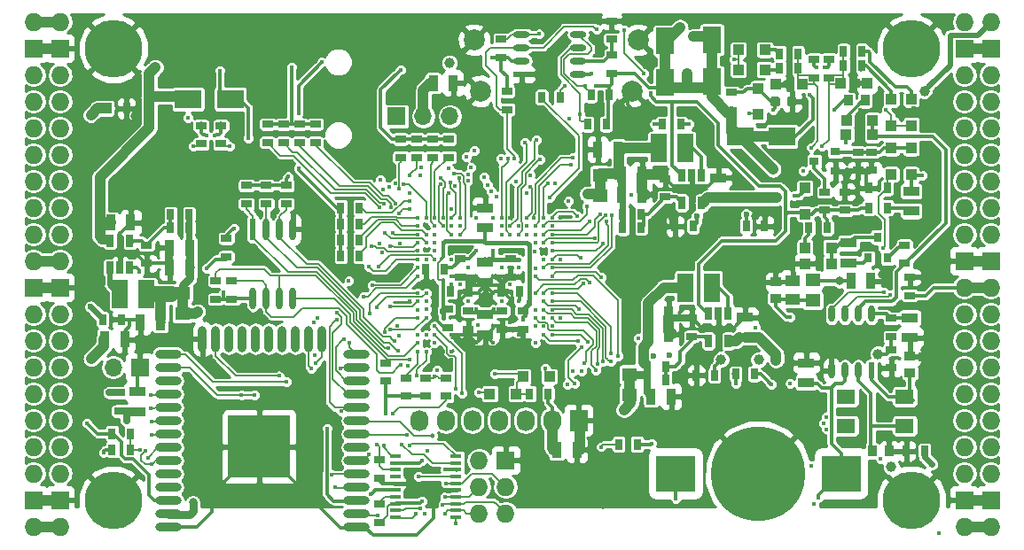
<source format=gbl>
G04 #@! TF.GenerationSoftware,KiCad,Pcbnew,5.0.0-rc3+dfsg1-2*
G04 #@! TF.CreationDate,2018-08-05T12:59:53+02:00*
G04 #@! TF.ProjectId,ulx3s,756C7833732E6B696361645F70636200,rev?*
G04 #@! TF.SameCoordinates,Original*
G04 #@! TF.FileFunction,Copper,L4,Bot,Signal*
G04 #@! TF.FilePolarity,Positive*
%FSLAX46Y46*%
G04 Gerber Fmt 4.6, Leading zero omitted, Abs format (unit mm)*
G04 Created by KiCad (PCBNEW 5.0.0-rc3+dfsg1-2) date Sun Aug  5 12:59:53 2018*
%MOMM*%
%LPD*%
G01*
G04 APERTURE LIST*
G04 #@! TA.AperFunction,EtchedComponent*
%ADD10C,1.000000*%
G04 #@! TD*
G04 #@! TA.AperFunction,ComponentPad*
%ADD11C,2.000000*%
G04 #@! TD*
G04 #@! TA.AperFunction,SMDPad,CuDef*
%ADD12O,2.500000X0.900000*%
G04 #@! TD*
G04 #@! TA.AperFunction,SMDPad,CuDef*
%ADD13O,0.900000X2.500000*%
G04 #@! TD*
G04 #@! TA.AperFunction,SMDPad,CuDef*
%ADD14R,6.000000X6.000000*%
G04 #@! TD*
G04 #@! TA.AperFunction,SMDPad,CuDef*
%ADD15R,0.670000X1.000000*%
G04 #@! TD*
G04 #@! TA.AperFunction,SMDPad,CuDef*
%ADD16R,1.400000X1.295000*%
G04 #@! TD*
G04 #@! TA.AperFunction,SMDPad,CuDef*
%ADD17R,2.500000X1.800000*%
G04 #@! TD*
G04 #@! TA.AperFunction,SMDPad,CuDef*
%ADD18R,1.800000X2.500000*%
G04 #@! TD*
G04 #@! TA.AperFunction,SMDPad,CuDef*
%ADD19R,3.700000X3.500000*%
G04 #@! TD*
G04 #@! TA.AperFunction,BGAPad,CuDef*
%ADD20C,9.000000*%
G04 #@! TD*
G04 #@! TA.AperFunction,SMDPad,CuDef*
%ADD21R,1.550000X0.600000*%
G04 #@! TD*
G04 #@! TA.AperFunction,SMDPad,CuDef*
%ADD22O,1.550000X0.600000*%
G04 #@! TD*
G04 #@! TA.AperFunction,SMDPad,CuDef*
%ADD23R,0.600000X2.100000*%
G04 #@! TD*
G04 #@! TA.AperFunction,SMDPad,CuDef*
%ADD24O,0.600000X2.100000*%
G04 #@! TD*
G04 #@! TA.AperFunction,SMDPad,CuDef*
%ADD25R,0.600000X1.550000*%
G04 #@! TD*
G04 #@! TA.AperFunction,SMDPad,CuDef*
%ADD26O,0.600000X1.550000*%
G04 #@! TD*
G04 #@! TA.AperFunction,SMDPad,CuDef*
%ADD27R,1.000000X0.400000*%
G04 #@! TD*
G04 #@! TA.AperFunction,SMDPad,CuDef*
%ADD28R,0.700000X1.200000*%
G04 #@! TD*
G04 #@! TA.AperFunction,ComponentPad*
%ADD29O,1.727200X1.727200*%
G04 #@! TD*
G04 #@! TA.AperFunction,ComponentPad*
%ADD30R,1.727200X1.727200*%
G04 #@! TD*
G04 #@! TA.AperFunction,ComponentPad*
%ADD31C,5.500000*%
G04 #@! TD*
G04 #@! TA.AperFunction,ComponentPad*
%ADD32R,1.727200X2.032000*%
G04 #@! TD*
G04 #@! TA.AperFunction,ComponentPad*
%ADD33O,1.727200X2.032000*%
G04 #@! TD*
G04 #@! TA.AperFunction,SMDPad,CuDef*
%ADD34R,1.800000X1.400000*%
G04 #@! TD*
G04 #@! TA.AperFunction,SMDPad,CuDef*
%ADD35R,0.970000X1.500000*%
G04 #@! TD*
G04 #@! TA.AperFunction,SMDPad,CuDef*
%ADD36R,1.500000X0.970000*%
G04 #@! TD*
G04 #@! TA.AperFunction,SMDPad,CuDef*
%ADD37R,1.000000X0.670000*%
G04 #@! TD*
G04 #@! TA.AperFunction,SMDPad,CuDef*
%ADD38R,1.000000X1.000000*%
G04 #@! TD*
G04 #@! TA.AperFunction,BGAPad,CuDef*
%ADD39C,0.300000*%
G04 #@! TD*
G04 #@! TA.AperFunction,ComponentPad*
%ADD40R,1.700000X1.700000*%
G04 #@! TD*
G04 #@! TA.AperFunction,ComponentPad*
%ADD41O,1.700000X1.700000*%
G04 #@! TD*
G04 #@! TA.AperFunction,SMDPad,CuDef*
%ADD42R,1.500000X2.700000*%
G04 #@! TD*
G04 #@! TA.AperFunction,SMDPad,CuDef*
%ADD43R,0.800000X0.900000*%
G04 #@! TD*
G04 #@! TA.AperFunction,SMDPad,CuDef*
%ADD44R,0.900000X0.800000*%
G04 #@! TD*
G04 #@! TA.AperFunction,SMDPad,CuDef*
%ADD45R,0.820000X1.000000*%
G04 #@! TD*
G04 #@! TA.AperFunction,SMDPad,CuDef*
%ADD46R,1.000000X0.820000*%
G04 #@! TD*
G04 #@! TA.AperFunction,SMDPad,CuDef*
%ADD47R,1.400000X1.120000*%
G04 #@! TD*
G04 #@! TA.AperFunction,Conductor*
%ADD48C,0.100000*%
G04 #@! TD*
G04 #@! TA.AperFunction,SMDPad,CuDef*
%ADD49C,0.875000*%
G04 #@! TD*
G04 #@! TA.AperFunction,ViaPad*
%ADD50C,2.000000*%
G04 #@! TD*
G04 #@! TA.AperFunction,ViaPad*
%ADD51C,0.419000*%
G04 #@! TD*
G04 #@! TA.AperFunction,ViaPad*
%ADD52C,0.454000*%
G04 #@! TD*
G04 #@! TA.AperFunction,ViaPad*
%ADD53C,0.600000*%
G04 #@! TD*
G04 #@! TA.AperFunction,ViaPad*
%ADD54C,1.000000*%
G04 #@! TD*
G04 #@! TA.AperFunction,ViaPad*
%ADD55C,0.800000*%
G04 #@! TD*
G04 #@! TA.AperFunction,ViaPad*
%ADD56C,0.700000*%
G04 #@! TD*
G04 #@! TA.AperFunction,Conductor*
%ADD57C,0.300000*%
G04 #@! TD*
G04 #@! TA.AperFunction,Conductor*
%ADD58C,0.500000*%
G04 #@! TD*
G04 #@! TA.AperFunction,Conductor*
%ADD59C,1.000000*%
G04 #@! TD*
G04 #@! TA.AperFunction,Conductor*
%ADD60C,0.700000*%
G04 #@! TD*
G04 #@! TA.AperFunction,Conductor*
%ADD61C,0.400000*%
G04 #@! TD*
G04 #@! TA.AperFunction,Conductor*
%ADD62C,0.800000*%
G04 #@! TD*
G04 #@! TA.AperFunction,Conductor*
%ADD63C,0.600000*%
G04 #@! TD*
G04 #@! TA.AperFunction,Conductor*
%ADD64C,0.127000*%
G04 #@! TD*
G04 #@! TA.AperFunction,Conductor*
%ADD65C,0.200000*%
G04 #@! TD*
G04 #@! TA.AperFunction,Conductor*
%ADD66C,0.140000*%
G04 #@! TD*
G04 #@! TA.AperFunction,Conductor*
%ADD67C,0.190000*%
G04 #@! TD*
G04 #@! TA.AperFunction,Conductor*
%ADD68C,1.500000*%
G04 #@! TD*
G04 #@! TA.AperFunction,Conductor*
%ADD69C,0.254000*%
G04 #@! TD*
G04 APERTURE END LIST*
D10*
G04 #@! TO.C,RP3*
X149472000Y-77311000D02*
X149472000Y-79311000D01*
G04 #@! TO.C,RP2*
X109609000Y-88632000D02*
X109609000Y-90632000D01*
G04 #@! TO.C,RP1*
X152281000Y-96361000D02*
X152281000Y-98361000D01*
G04 #@! TO.C,RD9*
X166854000Y-73630000D02*
X162854000Y-73630000D01*
G04 #@! TO.C,RD52*
X160155000Y-64391000D02*
X160155000Y-68391000D01*
G04 #@! TO.C,RD51*
X155710000Y-68518000D02*
X155710000Y-64518000D01*
G04 #@! TD*
D11*
G04 #@! TO.P,GPDI1,0*
G04 #@! TO.N,GND*
X152546000Y-69312000D03*
X138046000Y-69312000D03*
X153146000Y-64412000D03*
X137446000Y-64412000D03*
G04 #@! TD*
D12*
G04 #@! TO.P,U9,38*
G04 #@! TO.N,GND*
X126230000Y-111000000D03*
G04 #@! TO.P,U9,37*
G04 #@! TO.N,JTAG_TDI*
X126230000Y-109730000D03*
G04 #@! TO.P,U9,36*
G04 #@! TO.N,PROG_DONE*
X126230000Y-108460000D03*
G04 #@! TO.P,U9,35*
G04 #@! TO.N,WIFI_TXD*
X126230000Y-107190000D03*
G04 #@! TO.P,U9,34*
G04 #@! TO.N,WIFI_RXD*
X126230000Y-105920000D03*
G04 #@! TO.P,U9,33*
G04 #@! TO.N,JTAG_TMS*
X126230000Y-104650000D03*
G04 #@! TO.P,U9,32*
G04 #@! TO.N,Net-(U9-Pad32)*
X126230000Y-103380000D03*
G04 #@! TO.P,U9,31*
G04 #@! TO.N,JTAG_TDO*
X126230000Y-102110000D03*
G04 #@! TO.P,U9,30*
G04 #@! TO.N,JTAG_TCK*
X126230000Y-100840000D03*
G04 #@! TO.P,U9,29*
G04 #@! TO.N,WIFI_GPIO5*
X126230000Y-99570000D03*
G04 #@! TO.P,U9,28*
G04 #@! TO.N,WIFI_GPIO17*
X126230000Y-98300000D03*
G04 #@! TO.P,U9,27*
G04 #@! TO.N,WIFI_GPIO16*
X126230000Y-97030000D03*
G04 #@! TO.P,U9,26*
G04 #@! TO.N,SD_D1*
X126230000Y-95760000D03*
G04 #@! TO.P,U9,25*
G04 #@! TO.N,WIFI_GPIO0*
X126230000Y-94490000D03*
D13*
G04 #@! TO.P,U9,24*
G04 #@! TO.N,SD_D0*
X122945000Y-93000000D03*
G04 #@! TO.P,U9,23*
G04 #@! TO.N,SD_CMD*
X121675000Y-93000000D03*
G04 #@! TO.P,U9,22*
G04 #@! TO.N,Net-(U9-Pad22)*
X120405000Y-93000000D03*
G04 #@! TO.P,U9,21*
G04 #@! TO.N,Net-(U9-Pad21)*
X119135000Y-93000000D03*
G04 #@! TO.P,U9,20*
G04 #@! TO.N,Net-(U9-Pad20)*
X117865000Y-93000000D03*
G04 #@! TO.P,U9,19*
G04 #@! TO.N,Net-(U9-Pad19)*
X116595000Y-93000000D03*
G04 #@! TO.P,U9,18*
G04 #@! TO.N,Net-(U9-Pad18)*
X115325000Y-93000000D03*
G04 #@! TO.P,U9,17*
G04 #@! TO.N,Net-(U9-Pad17)*
X114055000Y-93000000D03*
G04 #@! TO.P,U9,16*
G04 #@! TO.N,SD_D3*
X112785000Y-93000000D03*
G04 #@! TO.P,U9,15*
G04 #@! TO.N,GND*
X111515000Y-93000000D03*
D12*
G04 #@! TO.P,U9,14*
G04 #@! TO.N,SD_D2*
X108230000Y-94490000D03*
G04 #@! TO.P,U9,13*
G04 #@! TO.N,SD_CLK*
X108230000Y-95760000D03*
G04 #@! TO.P,U9,12*
G04 #@! TO.N,Net-(U9-Pad12)*
X108230000Y-97030000D03*
G04 #@! TO.P,U9,11*
G04 #@! TO.N,GP11*
X108230000Y-98300000D03*
G04 #@! TO.P,U9,10*
G04 #@! TO.N,GN11*
X108230000Y-99570000D03*
G04 #@! TO.P,U9,9*
G04 #@! TO.N,GP12*
X108230000Y-100840000D03*
G04 #@! TO.P,U9,8*
G04 #@! TO.N,GN12*
X108230000Y-102110000D03*
G04 #@! TO.P,U9,7*
G04 #@! TO.N,GP13*
X108230000Y-103380000D03*
G04 #@! TO.P,U9,6*
G04 #@! TO.N,GN13*
X108230000Y-104650000D03*
G04 #@! TO.P,U9,5*
G04 #@! TO.N,Net-(U9-Pad5)*
X108230000Y-105920000D03*
G04 #@! TO.P,U9,4*
G04 #@! TO.N,Net-(U9-Pad4)*
X108230000Y-107190000D03*
G04 #@! TO.P,U9,3*
G04 #@! TO.N,/wifi/WIFIEN*
X108230000Y-108460000D03*
G04 #@! TO.P,U9,2*
G04 #@! TO.N,+3V3*
X108230000Y-109730000D03*
G04 #@! TO.P,U9,1*
G04 #@! TO.N,GND*
X108230000Y-111000000D03*
D14*
G04 #@! TO.P,U9,39*
X116930000Y-103300000D03*
G04 #@! TD*
D15*
G04 #@! TO.P,C49,2*
G04 #@! TO.N,GND*
X103738000Y-91156000D03*
G04 #@! TO.P,C49,1*
G04 #@! TO.N,2V5_3V3*
X101988000Y-91156000D03*
G04 #@! TD*
D16*
G04 #@! TO.P,RP3,2*
G04 #@! TO.N,+3V3*
X149472000Y-79278500D03*
G04 #@! TO.P,RP3,1*
G04 #@! TO.N,/power/P3V3*
X149472000Y-77343500D03*
G04 #@! TD*
G04 #@! TO.P,RP2,2*
G04 #@! TO.N,+2V5*
X109609000Y-90599500D03*
G04 #@! TO.P,RP2,1*
G04 #@! TO.N,/power/P2V5*
X109609000Y-88664500D03*
G04 #@! TD*
G04 #@! TO.P,RP1,2*
G04 #@! TO.N,+1V1*
X152281000Y-98328500D03*
G04 #@! TO.P,RP1,1*
G04 #@! TO.N,/power/P1V1*
X152281000Y-96393500D03*
G04 #@! TD*
D17*
G04 #@! TO.P,RD9,2*
G04 #@! TO.N,+5V*
X162854000Y-73630000D03*
G04 #@! TO.P,RD9,1*
G04 #@! TO.N,/usb/US2VBUS*
X166854000Y-73630000D03*
G04 #@! TD*
D18*
G04 #@! TO.P,RD52,2*
G04 #@! TO.N,+5V*
X160155000Y-68391000D03*
G04 #@! TO.P,RD52,1*
G04 #@! TO.N,/gpio/OUT5V*
X160155000Y-64391000D03*
G04 #@! TD*
G04 #@! TO.P,RD51,2*
G04 #@! TO.N,/gpio/IN5V*
X155710000Y-64518000D03*
G04 #@! TO.P,RD51,1*
G04 #@! TO.N,+5V*
X155710000Y-68518000D03*
G04 #@! TD*
D19*
G04 #@! TO.P,BAT1,1*
G04 #@! TO.N,/power/VBAT*
X172485000Y-105870000D03*
X156685000Y-105870000D03*
D20*
G04 #@! TO.P,BAT1,2*
G04 #@! TO.N,GND*
X164585000Y-105870000D03*
G04 #@! TD*
D21*
G04 #@! TO.P,U11,1*
G04 #@! TO.N,GND*
X141980000Y-67706500D03*
D22*
G04 #@! TO.P,U11,2*
G04 #@! TO.N,+2V5*
X141980000Y-66436500D03*
G04 #@! TO.P,U11,3*
G04 #@! TO.N,FPDI_SCL*
X141980000Y-65166500D03*
G04 #@! TO.P,U11,4*
G04 #@! TO.N,FPDI_SDA*
X141980000Y-63896500D03*
G04 #@! TO.P,U11,5*
G04 #@! TO.N,GPDI_SDA*
X147380000Y-63896500D03*
G04 #@! TO.P,U11,6*
G04 #@! TO.N,GPDI_SCL*
X147380000Y-65166500D03*
G04 #@! TO.P,U11,7*
G04 #@! TO.N,/gpdi/VREF2*
X147380000Y-66436500D03*
G04 #@! TO.P,U11,8*
G04 #@! TO.N,+3V3*
X147380000Y-67706500D03*
G04 #@! TD*
D23*
G04 #@! TO.P,U10,1*
G04 #@! TO.N,/flash/FLASH_nCS*
X116340000Y-82520000D03*
D24*
G04 #@! TO.P,U10,2*
G04 #@! TO.N,/flash/FLASH_MISO*
X117610000Y-82520000D03*
G04 #@! TO.P,U10,3*
G04 #@! TO.N,/flash/FLASH_nWP*
X118880000Y-82520000D03*
G04 #@! TO.P,U10,4*
G04 #@! TO.N,GND*
X120150000Y-82520000D03*
G04 #@! TO.P,U10,5*
G04 #@! TO.N,/flash/FLASH_MOSI*
X120150000Y-89124000D03*
G04 #@! TO.P,U10,6*
G04 #@! TO.N,/flash/FLASH_SCK*
X118880000Y-89124000D03*
G04 #@! TO.P,U10,7*
G04 #@! TO.N,/flash/FLASH_nHOLD*
X117610000Y-89124000D03*
G04 #@! TO.P,U10,8*
G04 #@! TO.N,+3V3*
X116340000Y-89124000D03*
G04 #@! TD*
D25*
G04 #@! TO.P,U7,1*
G04 #@! TO.N,/power/OSCI_32k*
X175395000Y-96015000D03*
D26*
G04 #@! TO.P,U7,2*
G04 #@! TO.N,/power/OSCO_32k*
X174125000Y-96015000D03*
G04 #@! TO.P,U7,3*
G04 #@! TO.N,/power/VBAT*
X172855000Y-96015000D03*
G04 #@! TO.P,U7,4*
G04 #@! TO.N,GND*
X171585000Y-96015000D03*
G04 #@! TO.P,U7,5*
G04 #@! TO.N,FPDI_SDA*
X171585000Y-90615000D03*
G04 #@! TO.P,U7,6*
G04 #@! TO.N,FPDI_SCL*
X172855000Y-90615000D03*
G04 #@! TO.P,U7,7*
G04 #@! TO.N,/power/WAKEUPn*
X174125000Y-90615000D03*
G04 #@! TO.P,U7,8*
G04 #@! TO.N,/power/RTCVDD*
X175395000Y-90615000D03*
G04 #@! TD*
D27*
G04 #@! TO.P,U6,20*
G04 #@! TO.N,FTDI_TXD*
X129935000Y-104215000D03*
G04 #@! TO.P,U6,19*
G04 #@! TO.N,FTDI_nSLEEP*
X129935000Y-104865000D03*
G04 #@! TO.P,U6,18*
G04 #@! TO.N,FTDI_TXDEN*
X129935000Y-105515000D03*
G04 #@! TO.P,U6,17*
G04 #@! TO.N,FTDI_nRXLED*
X129935000Y-106165000D03*
G04 #@! TO.P,U6,16*
G04 #@! TO.N,GND*
X129935000Y-106815000D03*
G04 #@! TO.P,U6,15*
G04 #@! TO.N,USB5V*
X129935000Y-107465000D03*
G04 #@! TO.P,U6,14*
G04 #@! TO.N,nRESET*
X129935000Y-108115000D03*
G04 #@! TO.P,U6,13*
G04 #@! TO.N,FT2V5*
X129935000Y-108765000D03*
G04 #@! TO.P,U6,12*
G04 #@! TO.N,USB_FTDI_D-*
X129935000Y-109415000D03*
G04 #@! TO.P,U6,11*
G04 #@! TO.N,USB_FTDI_D+*
X129935000Y-110065000D03*
G04 #@! TO.P,U6,10*
G04 #@! TO.N,FTDI_nTXLED*
X135735000Y-110065000D03*
G04 #@! TO.P,U6,9*
G04 #@! TO.N,JTAG_TDO*
X135735000Y-109415000D03*
G04 #@! TO.P,U6,8*
G04 #@! TO.N,JTAG_TMS*
X135735000Y-108765000D03*
G04 #@! TO.P,U6,7*
G04 #@! TO.N,JTAG_TCK*
X135735000Y-108115000D03*
G04 #@! TO.P,U6,6*
G04 #@! TO.N,GND*
X135735000Y-107465000D03*
G04 #@! TO.P,U6,5*
G04 #@! TO.N,JTAG_TDI*
X135735000Y-106815000D03*
G04 #@! TO.P,U6,4*
G04 #@! TO.N,FTDI_RXD*
X135735000Y-106165000D03*
G04 #@! TO.P,U6,3*
G04 #@! TO.N,FT2V5*
X135735000Y-105515000D03*
G04 #@! TO.P,U6,2*
G04 #@! TO.N,FTDI_nRTS*
X135735000Y-104865000D03*
G04 #@! TO.P,U6,1*
G04 #@! TO.N,FTDI_nDTR*
X135735000Y-104215000D03*
G04 #@! TD*
D28*
G04 #@! TO.P,U5,1*
G04 #@! TO.N,/power/PWREN*
X157285000Y-77392000D03*
G04 #@! TO.P,U5,2*
G04 #@! TO.N,GND*
X158235000Y-77392000D03*
G04 #@! TO.P,U5,3*
G04 #@! TO.N,/power/L3*
X159185000Y-77392000D03*
G04 #@! TO.P,U5,4*
G04 #@! TO.N,+5V*
X159185000Y-79992000D03*
G04 #@! TO.P,U5,5*
G04 #@! TO.N,/power/FB3*
X157285000Y-79992000D03*
G04 #@! TD*
G04 #@! TO.P,U3,1*
G04 #@! TO.N,/power/PWREN*
X159825000Y-90600000D03*
G04 #@! TO.P,U3,2*
G04 #@! TO.N,GND*
X160775000Y-90600000D03*
G04 #@! TO.P,U3,3*
G04 #@! TO.N,/power/L1*
X161725000Y-90600000D03*
G04 #@! TO.P,U3,4*
G04 #@! TO.N,+5V*
X161725000Y-93200000D03*
G04 #@! TO.P,U3,5*
G04 #@! TO.N,/power/FB1*
X159825000Y-93200000D03*
G04 #@! TD*
G04 #@! TO.P,U4,1*
G04 #@! TO.N,/power/PWREN*
X104575000Y-86215000D03*
G04 #@! TO.P,U4,2*
G04 #@! TO.N,GND*
X103625000Y-86215000D03*
G04 #@! TO.P,U4,3*
G04 #@! TO.N,/power/L2*
X102675000Y-86215000D03*
G04 #@! TO.P,U4,4*
G04 #@! TO.N,+5V*
X102675000Y-83615000D03*
G04 #@! TO.P,U4,5*
G04 #@! TO.N,/power/FB2*
X104575000Y-83615000D03*
G04 #@! TD*
D29*
G04 #@! TO.P,J1,1*
G04 #@! TO.N,2V5_3V3*
X97910000Y-62690000D03*
G04 #@! TO.P,J1,2*
X95370000Y-62690000D03*
D30*
G04 #@! TO.P,J1,3*
G04 #@! TO.N,GND*
X97910000Y-65230000D03*
G04 #@! TO.P,J1,4*
X95370000Y-65230000D03*
D29*
G04 #@! TO.P,J1,5*
G04 #@! TO.N,GN0*
X97910000Y-67770000D03*
G04 #@! TO.P,J1,6*
G04 #@! TO.N,GP0*
X95370000Y-67770000D03*
G04 #@! TO.P,J1,7*
G04 #@! TO.N,GN1*
X97910000Y-70310000D03*
G04 #@! TO.P,J1,8*
G04 #@! TO.N,GP1*
X95370000Y-70310000D03*
G04 #@! TO.P,J1,9*
G04 #@! TO.N,GN2*
X97910000Y-72850000D03*
G04 #@! TO.P,J1,10*
G04 #@! TO.N,GP2*
X95370000Y-72850000D03*
G04 #@! TO.P,J1,11*
G04 #@! TO.N,GN3*
X97910000Y-75390000D03*
G04 #@! TO.P,J1,12*
G04 #@! TO.N,GP3*
X95370000Y-75390000D03*
G04 #@! TO.P,J1,13*
G04 #@! TO.N,GN4*
X97910000Y-77930000D03*
G04 #@! TO.P,J1,14*
G04 #@! TO.N,GP4*
X95370000Y-77930000D03*
G04 #@! TO.P,J1,15*
G04 #@! TO.N,GN5*
X97910000Y-80470000D03*
G04 #@! TO.P,J1,16*
G04 #@! TO.N,GP5*
X95370000Y-80470000D03*
G04 #@! TO.P,J1,17*
G04 #@! TO.N,GN6*
X97910000Y-83010000D03*
G04 #@! TO.P,J1,18*
G04 #@! TO.N,GP6*
X95370000Y-83010000D03*
G04 #@! TO.P,J1,19*
G04 #@! TO.N,2V5_3V3*
X97910000Y-85550000D03*
G04 #@! TO.P,J1,20*
X95370000Y-85550000D03*
D30*
G04 #@! TO.P,J1,21*
G04 #@! TO.N,GND*
X97910000Y-88090000D03*
G04 #@! TO.P,J1,22*
X95370000Y-88090000D03*
D29*
G04 #@! TO.P,J1,23*
G04 #@! TO.N,GN7*
X97910000Y-90630000D03*
G04 #@! TO.P,J1,24*
G04 #@! TO.N,GP7*
X95370000Y-90630000D03*
G04 #@! TO.P,J1,25*
G04 #@! TO.N,GN8*
X97910000Y-93170000D03*
G04 #@! TO.P,J1,26*
G04 #@! TO.N,GP8*
X95370000Y-93170000D03*
G04 #@! TO.P,J1,27*
G04 #@! TO.N,GN9*
X97910000Y-95710000D03*
G04 #@! TO.P,J1,28*
G04 #@! TO.N,GP9*
X95370000Y-95710000D03*
G04 #@! TO.P,J1,29*
G04 #@! TO.N,GN10*
X97910000Y-98250000D03*
G04 #@! TO.P,J1,30*
G04 #@! TO.N,GP10*
X95370000Y-98250000D03*
G04 #@! TO.P,J1,31*
G04 #@! TO.N,GN11*
X97910000Y-100790000D03*
G04 #@! TO.P,J1,32*
G04 #@! TO.N,GP11*
X95370000Y-100790000D03*
G04 #@! TO.P,J1,33*
G04 #@! TO.N,GN12*
X97910000Y-103330000D03*
G04 #@! TO.P,J1,34*
G04 #@! TO.N,GP12*
X95370000Y-103330000D03*
G04 #@! TO.P,J1,35*
G04 #@! TO.N,GN13*
X97910000Y-105870000D03*
G04 #@! TO.P,J1,36*
G04 #@! TO.N,GP13*
X95370000Y-105870000D03*
D30*
G04 #@! TO.P,J1,37*
G04 #@! TO.N,GND*
X97910000Y-108410000D03*
G04 #@! TO.P,J1,38*
X95370000Y-108410000D03*
D29*
G04 #@! TO.P,J1,39*
G04 #@! TO.N,2V5_3V3*
X97910000Y-110950000D03*
G04 #@! TO.P,J1,40*
X95370000Y-110950000D03*
G04 #@! TD*
G04 #@! TO.P,J2,1*
G04 #@! TO.N,+3V3*
X184270000Y-110950000D03*
G04 #@! TO.P,J2,2*
X186810000Y-110950000D03*
D30*
G04 #@! TO.P,J2,3*
G04 #@! TO.N,GND*
X184270000Y-108410000D03*
G04 #@! TO.P,J2,4*
X186810000Y-108410000D03*
D29*
G04 #@! TO.P,J2,5*
G04 #@! TO.N,GN14*
X184270000Y-105870000D03*
G04 #@! TO.P,J2,6*
G04 #@! TO.N,GP14*
X186810000Y-105870000D03*
G04 #@! TO.P,J2,7*
G04 #@! TO.N,GN15*
X184270000Y-103330000D03*
G04 #@! TO.P,J2,8*
G04 #@! TO.N,GP15*
X186810000Y-103330000D03*
G04 #@! TO.P,J2,9*
G04 #@! TO.N,GN16*
X184270000Y-100790000D03*
G04 #@! TO.P,J2,10*
G04 #@! TO.N,GP16*
X186810000Y-100790000D03*
G04 #@! TO.P,J2,11*
G04 #@! TO.N,GN17*
X184270000Y-98250000D03*
G04 #@! TO.P,J2,12*
G04 #@! TO.N,GP17*
X186810000Y-98250000D03*
G04 #@! TO.P,J2,13*
G04 #@! TO.N,GN18*
X184270000Y-95710000D03*
G04 #@! TO.P,J2,14*
G04 #@! TO.N,GP18*
X186810000Y-95710000D03*
G04 #@! TO.P,J2,15*
G04 #@! TO.N,GN19*
X184270000Y-93170000D03*
G04 #@! TO.P,J2,16*
G04 #@! TO.N,GP19*
X186810000Y-93170000D03*
G04 #@! TO.P,J2,17*
G04 #@! TO.N,GN20*
X184270000Y-90630000D03*
G04 #@! TO.P,J2,18*
G04 #@! TO.N,GP20*
X186810000Y-90630000D03*
G04 #@! TO.P,J2,19*
G04 #@! TO.N,+3V3*
X184270000Y-88090000D03*
G04 #@! TO.P,J2,20*
X186810000Y-88090000D03*
D30*
G04 #@! TO.P,J2,21*
G04 #@! TO.N,GND*
X184270000Y-85550000D03*
G04 #@! TO.P,J2,22*
X186810000Y-85550000D03*
D29*
G04 #@! TO.P,J2,23*
G04 #@! TO.N,GN21*
X184270000Y-83010000D03*
G04 #@! TO.P,J2,24*
G04 #@! TO.N,GP21*
X186810000Y-83010000D03*
G04 #@! TO.P,J2,25*
G04 #@! TO.N,GN22*
X184270000Y-80470000D03*
G04 #@! TO.P,J2,26*
G04 #@! TO.N,GP22*
X186810000Y-80470000D03*
G04 #@! TO.P,J2,27*
G04 #@! TO.N,GN23*
X184270000Y-77930000D03*
G04 #@! TO.P,J2,28*
G04 #@! TO.N,GP23*
X186810000Y-77930000D03*
G04 #@! TO.P,J2,29*
G04 #@! TO.N,GN24*
X184270000Y-75390000D03*
G04 #@! TO.P,J2,30*
G04 #@! TO.N,GP24*
X186810000Y-75390000D03*
G04 #@! TO.P,J2,31*
G04 #@! TO.N,GN25*
X184270000Y-72850000D03*
G04 #@! TO.P,J2,32*
G04 #@! TO.N,GP25*
X186810000Y-72850000D03*
G04 #@! TO.P,J2,33*
G04 #@! TO.N,GN26*
X184270000Y-70310000D03*
G04 #@! TO.P,J2,34*
G04 #@! TO.N,GP26*
X186810000Y-70310000D03*
G04 #@! TO.P,J2,35*
G04 #@! TO.N,GN27*
X184270000Y-67770000D03*
G04 #@! TO.P,J2,36*
G04 #@! TO.N,GP27*
X186810000Y-67770000D03*
D30*
G04 #@! TO.P,J2,37*
G04 #@! TO.N,GND*
X184270000Y-65230000D03*
G04 #@! TO.P,J2,38*
X186810000Y-65230000D03*
D29*
G04 #@! TO.P,J2,39*
G04 #@! TO.N,/gpio/IN5V*
X184270000Y-62690000D03*
G04 #@! TO.P,J2,40*
G04 #@! TO.N,/gpio/OUT5V*
X186810000Y-62690000D03*
G04 #@! TD*
D31*
G04 #@! TO.P,H1,1*
G04 #@! TO.N,GND*
X102990000Y-108410000D03*
G04 #@! TD*
G04 #@! TO.P,H2,1*
G04 #@! TO.N,GND*
X179190000Y-108410000D03*
G04 #@! TD*
G04 #@! TO.P,H3,1*
G04 #@! TO.N,GND*
X179190000Y-65230000D03*
G04 #@! TD*
G04 #@! TO.P,H4,1*
G04 #@! TO.N,GND*
X102990000Y-65230000D03*
G04 #@! TD*
D30*
G04 #@! TO.P,J4,1*
G04 #@! TO.N,GND*
X140455000Y-104600000D03*
D29*
G04 #@! TO.P,J4,2*
G04 #@! TO.N,+3V3*
X137915000Y-104600000D03*
G04 #@! TO.P,J4,3*
G04 #@! TO.N,JTAG_TDI*
X140455000Y-107140000D03*
G04 #@! TO.P,J4,4*
G04 #@! TO.N,JTAG_TCK*
X137915000Y-107140000D03*
G04 #@! TO.P,J4,5*
G04 #@! TO.N,JTAG_TMS*
X140455000Y-109680000D03*
G04 #@! TO.P,J4,6*
G04 #@! TO.N,JTAG_TDO*
X137915000Y-109680000D03*
G04 #@! TD*
D32*
G04 #@! TO.P,OLED1,1*
G04 #@! TO.N,GND*
X147440000Y-100790000D03*
D33*
G04 #@! TO.P,OLED1,2*
G04 #@! TO.N,+3V3*
X144900000Y-100790000D03*
G04 #@! TO.P,OLED1,3*
G04 #@! TO.N,OLED_CLK*
X142360000Y-100790000D03*
G04 #@! TO.P,OLED1,4*
G04 #@! TO.N,OLED_MOSI*
X139820000Y-100790000D03*
G04 #@! TO.P,OLED1,5*
G04 #@! TO.N,OLED_RES*
X137280000Y-100790000D03*
G04 #@! TO.P,OLED1,6*
G04 #@! TO.N,OLED_DC*
X134740000Y-100790000D03*
G04 #@! TO.P,OLED1,7*
G04 #@! TO.N,OLED_CS*
X132200000Y-100790000D03*
G04 #@! TD*
D34*
G04 #@! TO.P,Y2,4*
G04 #@! TO.N,/power/OSCI_32k*
X178576000Y-98522000D03*
G04 #@! TO.P,Y2,3*
G04 #@! TO.N,Net-(Y2-Pad3)*
X172976000Y-98522000D03*
G04 #@! TO.P,Y2,2*
G04 #@! TO.N,Net-(Y2-Pad2)*
X172976000Y-101322000D03*
G04 #@! TO.P,Y2,1*
G04 #@! TO.N,/power/OSCO_32k*
X178576000Y-101322000D03*
G04 #@! TD*
D35*
G04 #@! TO.P,C47,1*
G04 #@! TO.N,2V5_3V3*
X133546000Y-68550000D03*
G04 #@! TO.P,C47,2*
G04 #@! TO.N,GND*
X135456000Y-68550000D03*
G04 #@! TD*
G04 #@! TO.P,C1,1*
G04 #@! TO.N,+5V*
X102748500Y-81885000D03*
G04 #@! TO.P,C1,2*
G04 #@! TO.N,GND*
X104658500Y-81885000D03*
G04 #@! TD*
D15*
G04 #@! TO.P,C2,1*
G04 #@! TO.N,/power/P1V1*
X153985000Y-96910000D03*
G04 #@! TO.P,C2,2*
G04 #@! TO.N,/power/FB1*
X155735000Y-96910000D03*
G04 #@! TD*
D35*
G04 #@! TO.P,C3,2*
G04 #@! TO.N,GND*
X156015000Y-90630000D03*
G04 #@! TO.P,C3,1*
G04 #@! TO.N,/power/P1V1*
X154105000Y-90630000D03*
G04 #@! TD*
G04 #@! TO.P,C4,1*
G04 #@! TO.N,/power/P1V1*
X154105000Y-92535000D03*
G04 #@! TO.P,C4,2*
G04 #@! TO.N,GND*
X156015000Y-92535000D03*
G04 #@! TD*
D36*
G04 #@! TO.P,C5,2*
G04 #@! TO.N,GND*
X163315000Y-90945000D03*
G04 #@! TO.P,C5,1*
G04 #@! TO.N,+5V*
X163315000Y-92855000D03*
G04 #@! TD*
D15*
G04 #@! TO.P,C6,1*
G04 #@! TO.N,/power/P3V3*
X151645000Y-82375000D03*
G04 #@! TO.P,C6,2*
G04 #@! TO.N,/power/FB3*
X153395000Y-82375000D03*
G04 #@! TD*
D35*
G04 #@! TO.P,C7,2*
G04 #@! TO.N,GND*
X153475000Y-79200000D03*
G04 #@! TO.P,C7,1*
G04 #@! TO.N,/power/P3V3*
X151565000Y-79200000D03*
G04 #@! TD*
G04 #@! TO.P,C8,2*
G04 #@! TO.N,GND*
X153475000Y-77295000D03*
G04 #@! TO.P,C8,1*
G04 #@! TO.N,/power/P3V3*
X151565000Y-77295000D03*
G04 #@! TD*
D36*
G04 #@! TO.P,C9,1*
G04 #@! TO.N,+5V*
X160775000Y-79520000D03*
G04 #@! TO.P,C9,2*
G04 #@! TO.N,GND*
X160775000Y-77610000D03*
G04 #@! TD*
D15*
G04 #@! TO.P,C10,2*
G04 #@! TO.N,/power/FB2*
X108465000Y-81105000D03*
G04 #@! TO.P,C10,1*
G04 #@! TO.N,/power/P2V5*
X110215000Y-81105000D03*
G04 #@! TD*
D35*
G04 #@! TO.P,C11,2*
G04 #@! TO.N,GND*
X108385000Y-84280000D03*
G04 #@! TO.P,C11,1*
G04 #@! TO.N,/power/P2V5*
X110295000Y-84280000D03*
G04 #@! TD*
G04 #@! TO.P,C12,1*
G04 #@! TO.N,/power/P2V5*
X110295000Y-86185000D03*
G04 #@! TO.P,C12,2*
G04 #@! TO.N,GND*
X108385000Y-86185000D03*
G04 #@! TD*
D36*
G04 #@! TO.P,C13,2*
G04 #@! TO.N,/power/WKUP*
X173221000Y-83833000D03*
G04 #@! TO.P,C13,1*
G04 #@! TO.N,+5V*
X173221000Y-85743000D03*
G04 #@! TD*
D37*
G04 #@! TO.P,C14,2*
G04 #@! TO.N,GND*
X175380000Y-76900000D03*
G04 #@! TO.P,C14,1*
G04 #@! TO.N,/power/SHUT*
X175380000Y-75150000D03*
G04 #@! TD*
D36*
G04 #@! TO.P,C15,1*
G04 #@! TO.N,/sdcard/SD3V3*
X105276000Y-99967000D03*
G04 #@! TO.P,C15,2*
G04 #@! TO.N,GND*
X105276000Y-98057000D03*
G04 #@! TD*
D35*
G04 #@! TO.P,C16,1*
G04 #@! TO.N,+3V3*
X173424000Y-87473000D03*
G04 #@! TO.P,C16,2*
G04 #@! TO.N,GND*
X175334000Y-87473000D03*
G04 #@! TD*
D36*
G04 #@! TO.P,C17,1*
G04 #@! TO.N,+1V1*
X138500000Y-90665000D03*
G04 #@! TO.P,C17,2*
G04 #@! TO.N,GND*
X138500000Y-92575000D03*
G04 #@! TD*
D37*
G04 #@! TO.P,C18,1*
G04 #@! TO.N,/gpdi/VREF2*
X150589600Y-64359000D03*
G04 #@! TO.P,C18,2*
G04 #@! TO.N,GND*
X150589600Y-62609000D03*
G04 #@! TD*
D36*
G04 #@! TO.P,C19,1*
G04 #@! TO.N,+2V5*
X138500000Y-82375000D03*
G04 #@! TO.P,C19,2*
G04 #@! TO.N,GND*
X138500000Y-80465000D03*
G04 #@! TD*
G04 #@! TO.P,C20,2*
G04 #@! TO.N,GND*
X138500000Y-87575000D03*
G04 #@! TO.P,C20,1*
G04 #@! TO.N,+3V3*
X138500000Y-85665000D03*
G04 #@! TD*
D35*
G04 #@! TO.P,C21,2*
G04 #@! TO.N,GND*
X104072000Y-93061000D03*
G04 #@! TO.P,C21,1*
G04 #@! TO.N,+3V3*
X102162000Y-93061000D03*
G04 #@! TD*
G04 #@! TO.P,C22,1*
G04 #@! TO.N,/power/P1V1*
X154359000Y-98504000D03*
G04 #@! TO.P,C22,2*
G04 #@! TO.N,GND*
X156269000Y-98504000D03*
G04 #@! TD*
G04 #@! TO.P,C23,2*
G04 #@! TO.N,GND*
X105591000Y-91392000D03*
G04 #@! TO.P,C23,1*
G04 #@! TO.N,/power/P2V5*
X107501000Y-91392000D03*
G04 #@! TD*
G04 #@! TO.P,C24,1*
G04 #@! TO.N,/power/P3V3*
X151189000Y-74882000D03*
G04 #@! TO.P,C24,2*
G04 #@! TO.N,GND*
X149279000Y-74882000D03*
G04 #@! TD*
D37*
G04 #@! TO.P,C25,2*
G04 #@! TO.N,GND*
X140900000Y-87095000D03*
G04 #@! TO.P,C25,1*
G04 #@! TO.N,+3V3*
X140900000Y-85345000D03*
G04 #@! TD*
G04 #@! TO.P,C26,2*
G04 #@! TO.N,GND*
X136100000Y-87095000D03*
G04 #@! TO.P,C26,1*
G04 #@! TO.N,2V5_3V3*
X136100000Y-85345000D03*
G04 #@! TD*
G04 #@! TO.P,C27,2*
G04 #@! TO.N,GND*
X136900000Y-92095000D03*
G04 #@! TO.P,C27,1*
G04 #@! TO.N,+1V1*
X136900000Y-90345000D03*
G04 #@! TD*
G04 #@! TO.P,C28,1*
G04 #@! TO.N,+1V1*
X140100000Y-90345000D03*
G04 #@! TO.P,C28,2*
G04 #@! TO.N,GND*
X140100000Y-92095000D03*
G04 #@! TD*
G04 #@! TO.P,C29,2*
G04 #@! TO.N,GND*
X142100000Y-92095000D03*
G04 #@! TO.P,C29,1*
G04 #@! TO.N,+2V5*
X142100000Y-90345000D03*
G04 #@! TD*
G04 #@! TO.P,C30,1*
G04 #@! TO.N,+2V5*
X134900000Y-90145000D03*
G04 #@! TO.P,C30,2*
G04 #@! TO.N,GND*
X134900000Y-91895000D03*
G04 #@! TD*
D15*
G04 #@! TO.P,C31,1*
G04 #@! TO.N,+3V3*
X135225000Y-88420000D03*
G04 #@! TO.P,C31,2*
G04 #@! TO.N,GND*
X136975000Y-88420000D03*
G04 #@! TD*
G04 #@! TO.P,C32,2*
G04 #@! TO.N,GND*
X140025000Y-88420000D03*
G04 #@! TO.P,C32,1*
G04 #@! TO.N,+3V3*
X141775000Y-88420000D03*
G04 #@! TD*
G04 #@! TO.P,C33,1*
G04 #@! TO.N,+3V3*
X163425000Y-82220000D03*
G04 #@! TO.P,C33,2*
G04 #@! TO.N,GND*
X165175000Y-82220000D03*
G04 #@! TD*
G04 #@! TO.P,C34,1*
G04 #@! TO.N,+3V3*
X158375000Y-82220000D03*
G04 #@! TO.P,C34,2*
G04 #@! TO.N,GND*
X156625000Y-82220000D03*
G04 #@! TD*
D37*
G04 #@! TO.P,C35,1*
G04 #@! TO.N,+3V3*
X177300000Y-94025000D03*
G04 #@! TO.P,C35,2*
G04 #@! TO.N,GND*
X177300000Y-95775000D03*
G04 #@! TD*
D35*
G04 #@! TO.P,C46,1*
G04 #@! TO.N,+3V3*
X145342000Y-103584000D03*
G04 #@! TO.P,C46,2*
G04 #@! TO.N,GND*
X147252000Y-103584000D03*
G04 #@! TD*
D15*
G04 #@! TO.P,C48,2*
G04 #@! TO.N,GND*
X104246000Y-70963000D03*
G04 #@! TO.P,C48,1*
G04 #@! TO.N,2V5_3V3*
X102496000Y-70963000D03*
G04 #@! TD*
D37*
G04 #@! TO.P,C50,1*
G04 #@! TO.N,+3V3*
X179063000Y-88856000D03*
G04 #@! TO.P,C50,2*
G04 #@! TO.N,GND*
X179063000Y-87106000D03*
G04 #@! TD*
D15*
G04 #@! TO.P,C51,1*
G04 #@! TO.N,+3V3*
X180473000Y-103711000D03*
G04 #@! TO.P,C51,2*
G04 #@! TO.N,GND*
X178723000Y-103711000D03*
G04 #@! TD*
G04 #@! TO.P,C52,2*
G04 #@! TO.N,GND*
X158645000Y-96490000D03*
G04 #@! TO.P,C52,1*
G04 #@! TO.N,+3V3*
X160395000Y-96490000D03*
G04 #@! TD*
G04 #@! TO.P,C53,2*
G04 #@! TO.N,GND*
X132827200Y-86330000D03*
G04 #@! TO.P,C53,1*
G04 #@! TO.N,2V5_3V3*
X134577200Y-86330000D03*
G04 #@! TD*
D36*
G04 #@! TO.P,C54,2*
G04 #@! TO.N,GND*
X169172000Y-95281000D03*
G04 #@! TO.P,C54,1*
G04 #@! TO.N,/power/VBAT*
X169172000Y-97191000D03*
G04 #@! TD*
G04 #@! TO.P,D11,1*
G04 #@! TO.N,/power/HOLD*
X179190000Y-80790000D03*
G04 #@! TO.P,D11,2*
G04 #@! TO.N,+3V3*
X179190000Y-78880000D03*
G04 #@! TD*
D38*
G04 #@! TO.P,D10,1*
G04 #@! TO.N,/power/WAKE*
X169050000Y-84280000D03*
G04 #@! TO.P,D10,2*
G04 #@! TO.N,/power/WKUP*
X171550000Y-84280000D03*
G04 #@! TD*
G04 #@! TO.P,D12,2*
G04 #@! TO.N,/power/FTDI_nSUSPEND*
X169030000Y-78585000D03*
G04 #@! TO.P,D12,1*
G04 #@! TO.N,/power/PWREN*
X169030000Y-81085000D03*
G04 #@! TD*
G04 #@! TO.P,D13,1*
G04 #@! TO.N,/power/WKUP*
X171550000Y-85804000D03*
G04 #@! TO.P,D13,2*
G04 #@! TO.N,GND*
X169050000Y-85804000D03*
G04 #@! TD*
G04 #@! TO.P,D14,2*
G04 #@! TO.N,/power/SHUT*
X179190000Y-74775000D03*
G04 #@! TO.P,D14,1*
G04 #@! TO.N,+3V3*
X179190000Y-77275000D03*
G04 #@! TD*
G04 #@! TO.P,D15,2*
G04 #@! TO.N,SHUTDOWN*
X177285000Y-77275000D03*
G04 #@! TO.P,D15,1*
G04 #@! TO.N,/power/SHUT*
X177285000Y-74775000D03*
G04 #@! TD*
G04 #@! TO.P,D16,1*
G04 #@! TO.N,PWRBTn*
X172987000Y-73503000D03*
G04 #@! TO.P,D16,2*
G04 #@! TO.N,/power/WAKEUPn*
X175487000Y-73503000D03*
G04 #@! TD*
G04 #@! TO.P,D17,1*
G04 #@! TO.N,PWRBTn*
X164585000Y-69060000D03*
G04 #@! TO.P,D17,2*
G04 #@! TO.N,BTN_PWRn*
X164585000Y-71560000D03*
G04 #@! TD*
G04 #@! TO.P,D20,1*
G04 #@! TO.N,USB_FPGA_D+*
X168756000Y-68659000D03*
G04 #@! TO.P,D20,2*
G04 #@! TO.N,GND*
X166256000Y-68659000D03*
G04 #@! TD*
G04 #@! TO.P,D21,2*
G04 #@! TO.N,GND*
X174979000Y-68550000D03*
G04 #@! TO.P,D21,1*
G04 #@! TO.N,USB_FPGA_D-*
X172479000Y-68550000D03*
G04 #@! TD*
G04 #@! TO.P,D23,2*
G04 #@! TO.N,Net-(D23-Pad2)*
X165200000Y-67262000D03*
G04 #@! TO.P,D23,1*
G04 #@! TO.N,USB_FPGA_PULL_D+*
X162700000Y-67262000D03*
G04 #@! TD*
G04 #@! TO.P,D24,2*
G04 #@! TO.N,USB_FPGA_PULL_D+*
X162700000Y-65357000D03*
G04 #@! TO.P,D24,1*
G04 #@! TO.N,Net-(D24-Pad1)*
X165200000Y-65357000D03*
G04 #@! TD*
G04 #@! TO.P,D25,1*
G04 #@! TO.N,USB_FPGA_PULL_D-*
X177285000Y-72594000D03*
G04 #@! TO.P,D25,2*
G04 #@! TO.N,Net-(D25-Pad2)*
X177285000Y-70094000D03*
G04 #@! TD*
G04 #@! TO.P,D26,1*
G04 #@! TO.N,Net-(D26-Pad1)*
X179190000Y-70094000D03*
G04 #@! TO.P,D26,2*
G04 #@! TO.N,USB_FPGA_PULL_D-*
X179190000Y-72594000D03*
G04 #@! TD*
D39*
G04 #@! TO.P,AE1,1*
G04 #@! TO.N,/usb/ANT_433MHz*
X181872000Y-111603000D03*
G04 #@! TD*
D37*
G04 #@! TO.P,R49,1*
G04 #@! TO.N,USB_FTDI_D-*
X113277000Y-74360000D03*
G04 #@! TO.P,R49,2*
G04 #@! TO.N,/usb/FTD-*
X113277000Y-72610000D03*
G04 #@! TD*
G04 #@! TO.P,R50,2*
G04 #@! TO.N,/usb/FTD+*
X111372000Y-72610000D03*
G04 #@! TO.P,R50,1*
G04 #@! TO.N,USB_FTDI_D+*
X111372000Y-74360000D03*
G04 #@! TD*
D15*
G04 #@! TO.P,R51,2*
G04 #@! TO.N,/blinkey/SWPU*
X155455000Y-72487000D03*
G04 #@! TO.P,R51,1*
G04 #@! TO.N,2V5_3V3*
X157205000Y-72487000D03*
G04 #@! TD*
D37*
G04 #@! TO.P,R52,2*
G04 #@! TO.N,/usb/FPD-*
X171331000Y-66278000D03*
G04 #@! TO.P,R52,1*
G04 #@! TO.N,USB_FPGA_D-*
X171331000Y-68028000D03*
G04 #@! TD*
G04 #@! TO.P,R53,1*
G04 #@! TO.N,USB_FPGA_D+*
X169919000Y-68028000D03*
G04 #@! TO.P,R53,2*
G04 #@! TO.N,/usb/FPD+*
X169919000Y-66278000D03*
G04 #@! TD*
D15*
G04 #@! TO.P,R54,2*
G04 #@! TO.N,Net-(D26-Pad1)*
X174477000Y-65502000D03*
G04 #@! TO.P,R54,1*
G04 #@! TO.N,USB_FPGA_D-*
X172727000Y-65502000D03*
G04 #@! TD*
D37*
G04 #@! TO.P,R56,1*
G04 #@! TO.N,GND*
X128390000Y-106321000D03*
G04 #@! TO.P,R56,2*
G04 #@! TO.N,FTDI_TXDEN*
X128390000Y-104571000D03*
G04 #@! TD*
G04 #@! TO.P,R57,2*
G04 #@! TO.N,/analog/AUDIO_V*
X117722000Y-72483000D03*
G04 #@! TO.P,R57,1*
G04 #@! TO.N,AUDIO_V0*
X117722000Y-74233000D03*
G04 #@! TD*
G04 #@! TO.P,R58,1*
G04 #@! TO.N,AUDIO_V1*
X119246000Y-74233000D03*
G04 #@! TO.P,R58,2*
G04 #@! TO.N,/analog/AUDIO_V*
X119246000Y-72483000D03*
G04 #@! TD*
G04 #@! TO.P,R59,2*
G04 #@! TO.N,/analog/AUDIO_V*
X120770000Y-72483000D03*
G04 #@! TO.P,R59,1*
G04 #@! TO.N,AUDIO_V2*
X120770000Y-74233000D03*
G04 #@! TD*
G04 #@! TO.P,R60,1*
G04 #@! TO.N,AUDIO_V3*
X122294000Y-74233000D03*
G04 #@! TO.P,R60,2*
G04 #@! TO.N,/analog/AUDIO_V*
X122294000Y-72483000D03*
G04 #@! TD*
D15*
G04 #@! TO.P,R61,1*
G04 #@! TO.N,GPDI_CEC*
X145655000Y-69900000D03*
G04 #@! TO.P,R61,2*
G04 #@! TO.N,/gpdi/FPDI_CEC*
X143905000Y-69900000D03*
G04 #@! TD*
D40*
G04 #@! TO.P,J3,1*
G04 #@! TO.N,GND*
X105530000Y-95710000D03*
D41*
G04 #@! TO.P,J3,2*
G04 #@! TO.N,/wifi/WIFIEN*
X102990000Y-95710000D03*
G04 #@! TD*
D40*
G04 #@! TO.P,J5,1*
G04 #@! TO.N,+2V5*
X130056000Y-71725000D03*
D41*
G04 #@! TO.P,J5,2*
G04 #@! TO.N,2V5_3V3*
X132596000Y-71725000D03*
G04 #@! TO.P,J5,3*
G04 #@! TO.N,+3V3*
X135136000Y-71725000D03*
G04 #@! TD*
D15*
G04 #@! TO.P,R40,1*
G04 #@! TO.N,Net-(D24-Pad1)*
X166631000Y-65738000D03*
G04 #@! TO.P,R40,2*
G04 #@! TO.N,USB_FPGA_D+*
X168381000Y-65738000D03*
G04 #@! TD*
D37*
G04 #@! TO.P,R55,1*
G04 #@! TO.N,/flash/FPGA_DONE*
X134740000Y-96740000D03*
G04 #@! TO.P,R55,2*
G04 #@! TO.N,PROG_DONE*
X134740000Y-98490000D03*
G04 #@! TD*
D36*
G04 #@! TO.P,C55,1*
G04 #@! TO.N,/power/RTCVDD*
X179078000Y-90963000D03*
G04 #@! TO.P,C55,2*
G04 #@! TO.N,GND*
X179078000Y-92873000D03*
G04 #@! TD*
D37*
G04 #@! TO.P,R65,1*
G04 #@! TO.N,+3V3*
X177300000Y-92793000D03*
G04 #@! TO.P,R65,2*
G04 #@! TO.N,/power/RTCVDD*
X177300000Y-91043000D03*
G04 #@! TD*
D42*
G04 #@! TO.P,L1,1*
G04 #@! TO.N,/power/L1*
X160140000Y-88090000D03*
G04 #@! TO.P,L1,2*
G04 #@! TO.N,/power/P1V1*
X157600000Y-88090000D03*
G04 #@! TD*
G04 #@! TO.P,L2,1*
G04 #@! TO.N,/power/L2*
X103625000Y-88725000D03*
G04 #@! TO.P,L2,2*
G04 #@! TO.N,/power/P2V5*
X106165000Y-88725000D03*
G04 #@! TD*
G04 #@! TO.P,L3,2*
G04 #@! TO.N,/power/P3V3*
X155060000Y-74755000D03*
G04 #@! TO.P,L3,1*
G04 #@! TO.N,/power/L3*
X157600000Y-74755000D03*
G04 #@! TD*
D15*
G04 #@! TO.P,R1,2*
G04 #@! TO.N,/power/PWREN*
X171175000Y-82375000D03*
G04 #@! TO.P,R1,1*
G04 #@! TO.N,/power/WAKE*
X169425000Y-82375000D03*
G04 #@! TD*
D37*
G04 #@! TO.P,R2,2*
G04 #@! TO.N,GND*
X172840000Y-78960000D03*
G04 #@! TO.P,R2,1*
G04 #@! TO.N,/power/PWREN*
X172840000Y-80710000D03*
G04 #@! TD*
G04 #@! TO.P,R3,1*
G04 #@! TO.N,+5V*
X162045000Y-71185000D03*
G04 #@! TO.P,R3,2*
G04 #@! TO.N,PWRBTn*
X162045000Y-69435000D03*
G04 #@! TD*
D15*
G04 #@! TO.P,R4,1*
G04 #@! TO.N,/power/HOLD*
X176890000Y-80470000D03*
G04 #@! TO.P,R4,2*
G04 #@! TO.N,/power/PWREN*
X175140000Y-80470000D03*
G04 #@! TD*
D37*
G04 #@! TO.P,R5,1*
G04 #@! TO.N,/power/SHUT*
X174110000Y-75150000D03*
G04 #@! TO.P,R5,2*
G04 #@! TO.N,GND*
X174110000Y-76900000D03*
G04 #@! TD*
G04 #@! TO.P,R6,2*
G04 #@! TO.N,/power/WAKEUPn*
X178555000Y-85790000D03*
G04 #@! TO.P,R6,1*
G04 #@! TO.N,/power/WKn*
X178555000Y-84040000D03*
G04 #@! TD*
G04 #@! TO.P,R7,2*
G04 #@! TO.N,/blinkey/BTNPUL*
X113785000Y-85155000D03*
G04 #@! TO.P,R7,1*
G04 #@! TO.N,+3V3*
X113785000Y-83405000D03*
G04 #@! TD*
G04 #@! TO.P,R8,1*
G04 #@! TO.N,/power/PWREN*
X170935000Y-80710000D03*
G04 #@! TO.P,R8,2*
G04 #@! TO.N,/power/SHD*
X170935000Y-78960000D03*
G04 #@! TD*
G04 #@! TO.P,R9,2*
G04 #@! TO.N,FT2V5*
X128390000Y-110555000D03*
G04 #@! TO.P,R9,1*
G04 #@! TO.N,nRESET*
X128390000Y-108805000D03*
G04 #@! TD*
D15*
G04 #@! TO.P,R10,2*
G04 #@! TO.N,FTDI_nSLEEP*
X151264000Y-103076000D03*
G04 #@! TO.P,R10,1*
G04 #@! TO.N,/power/FTDI_nSUSPEND*
X153014000Y-103076000D03*
G04 #@! TD*
D37*
G04 #@! TO.P,R11,2*
G04 #@! TO.N,/flash/FLASH_nWP*
X119515000Y-80093000D03*
G04 #@! TO.P,R11,1*
G04 #@! TO.N,+3V3*
X119515000Y-78343000D03*
G04 #@! TD*
G04 #@! TO.P,R12,1*
G04 #@! TO.N,+3V3*
X114308000Y-89219000D03*
G04 #@! TO.P,R12,2*
G04 #@! TO.N,/flash/FLASH_nHOLD*
X114308000Y-87469000D03*
G04 #@! TD*
D15*
G04 #@! TO.P,R13,2*
G04 #@! TO.N,GND*
X175140000Y-78565000D03*
G04 #@! TO.P,R13,1*
G04 #@! TO.N,SHUTDOWN*
X176890000Y-78565000D03*
G04 #@! TD*
G04 #@! TO.P,R14,2*
G04 #@! TO.N,/analog/AUDIO_L*
X124721000Y-85060000D03*
G04 #@! TO.P,R14,1*
G04 #@! TO.N,AUDIO_L0*
X126471000Y-85060000D03*
G04 #@! TD*
G04 #@! TO.P,R15,1*
G04 #@! TO.N,AUDIO_L1*
X126471000Y-83536000D03*
G04 #@! TO.P,R15,2*
G04 #@! TO.N,/analog/AUDIO_L*
X124721000Y-83536000D03*
G04 #@! TD*
G04 #@! TO.P,R16,2*
G04 #@! TO.N,/analog/AUDIO_L*
X124721000Y-82012000D03*
G04 #@! TO.P,R16,1*
G04 #@! TO.N,AUDIO_L2*
X126471000Y-82012000D03*
G04 #@! TD*
G04 #@! TO.P,R17,1*
G04 #@! TO.N,AUDIO_L3*
X126471000Y-80470000D03*
G04 #@! TO.P,R17,2*
G04 #@! TO.N,/analog/AUDIO_L*
X124721000Y-80470000D03*
G04 #@! TD*
D37*
G04 #@! TO.P,R18,2*
G04 #@! TO.N,/analog/AUDIO_R*
X130422000Y-73898000D03*
G04 #@! TO.P,R18,1*
G04 #@! TO.N,AUDIO_R0*
X130422000Y-75648000D03*
G04 #@! TD*
G04 #@! TO.P,R19,2*
G04 #@! TO.N,/analog/AUDIO_R*
X131961000Y-73898000D03*
G04 #@! TO.P,R19,1*
G04 #@! TO.N,AUDIO_R1*
X131961000Y-75648000D03*
G04 #@! TD*
G04 #@! TO.P,R20,2*
G04 #@! TO.N,/analog/AUDIO_R*
X133485000Y-73898000D03*
G04 #@! TO.P,R20,1*
G04 #@! TO.N,AUDIO_R2*
X133485000Y-75648000D03*
G04 #@! TD*
G04 #@! TO.P,R21,1*
G04 #@! TO.N,AUDIO_R3*
X135009000Y-75648000D03*
G04 #@! TO.P,R21,2*
G04 #@! TO.N,/analog/AUDIO_R*
X135009000Y-73898000D03*
G04 #@! TD*
G04 #@! TO.P,R22,1*
G04 #@! TO.N,+2V5*
X140025500Y-66105000D03*
G04 #@! TO.P,R22,2*
G04 #@! TO.N,FPDI_SDA*
X140025500Y-64355000D03*
G04 #@! TD*
G04 #@! TO.P,R23,2*
G04 #@! TO.N,FPDI_SCL*
X140597000Y-71076000D03*
G04 #@! TO.P,R23,1*
G04 #@! TO.N,+2V5*
X140597000Y-69326000D03*
G04 #@! TD*
G04 #@! TO.P,R24,1*
G04 #@! TO.N,+5V*
X150615000Y-67647000D03*
G04 #@! TO.P,R24,2*
G04 #@! TO.N,/gpdi/VREF2*
X150615000Y-65897000D03*
G04 #@! TD*
D15*
G04 #@! TO.P,R25,2*
G04 #@! TO.N,GPDI_SCL*
X148300000Y-72487000D03*
G04 #@! TO.P,R25,1*
G04 #@! TO.N,+5V*
X150050000Y-72487000D03*
G04 #@! TD*
G04 #@! TO.P,R26,1*
G04 #@! TO.N,+5V*
X150362000Y-69693000D03*
G04 #@! TO.P,R26,2*
G04 #@! TO.N,GPDI_SDA*
X148612000Y-69693000D03*
G04 #@! TD*
D37*
G04 #@! TO.P,R27,2*
G04 #@! TO.N,/flash/FLASH_MOSI*
X129025000Y-95300000D03*
G04 #@! TO.P,R27,1*
G04 #@! TO.N,+3V3*
X129025000Y-97050000D03*
G04 #@! TD*
G04 #@! TO.P,R28,1*
G04 #@! TO.N,+3V3*
X117595000Y-78343000D03*
G04 #@! TO.P,R28,2*
G04 #@! TO.N,/flash/FLASH_MISO*
X117595000Y-80093000D03*
G04 #@! TD*
G04 #@! TO.P,R29,1*
G04 #@! TO.N,+3V3*
X112784000Y-89219000D03*
G04 #@! TO.P,R29,2*
G04 #@! TO.N,/flash/FLASH_SCK*
X112784000Y-87469000D03*
G04 #@! TD*
G04 #@! TO.P,R30,1*
G04 #@! TO.N,+3V3*
X115690000Y-78343000D03*
G04 #@! TO.P,R30,2*
G04 #@! TO.N,/flash/FLASH_nCS*
X115690000Y-80093000D03*
G04 #@! TD*
D15*
G04 #@! TO.P,R31,2*
G04 #@! TO.N,/flash/FPGA_PROGRAMN*
X142755000Y-98250000D03*
G04 #@! TO.P,R31,1*
G04 #@! TO.N,+3V3*
X144505000Y-98250000D03*
G04 #@! TD*
D37*
G04 #@! TO.P,R32,1*
G04 #@! TO.N,+3V3*
X132835000Y-98490000D03*
G04 #@! TO.P,R32,2*
G04 #@! TO.N,/flash/FPGA_DONE*
X132835000Y-96740000D03*
G04 #@! TD*
G04 #@! TO.P,R33,2*
G04 #@! TO.N,/flash/FPGA_INITN*
X130930000Y-96740000D03*
G04 #@! TO.P,R33,1*
G04 #@! TO.N,+3V3*
X130930000Y-98490000D03*
G04 #@! TD*
D15*
G04 #@! TO.P,R34,1*
G04 #@! TO.N,+3V3*
X102877000Y-103600000D03*
G04 #@! TO.P,R34,2*
G04 #@! TO.N,WIFI_EN*
X104627000Y-103600000D03*
G04 #@! TD*
G04 #@! TO.P,R35,2*
G04 #@! TO.N,/wifi/WIFIEN*
X102877000Y-102060000D03*
G04 #@! TO.P,R35,1*
G04 #@! TO.N,WIFI_EN*
X104627000Y-102060000D03*
G04 #@! TD*
D37*
G04 #@! TO.P,R38,1*
G04 #@! TO.N,/sdcard/SD3V3*
X103576500Y-99905000D03*
G04 #@! TO.P,R38,2*
G04 #@! TO.N,+3V3*
X103576500Y-98155000D03*
G04 #@! TD*
D15*
G04 #@! TO.P,R39,1*
G04 #@! TO.N,+3V3*
X164190000Y-96345000D03*
G04 #@! TO.P,R39,2*
G04 #@! TO.N,/blinkey/BTNPUR*
X162440000Y-96345000D03*
G04 #@! TD*
G04 #@! TO.P,R63,2*
G04 #@! TO.N,USB_FPGA_D+*
X168381000Y-67135000D03*
G04 #@! TO.P,R63,1*
G04 #@! TO.N,Net-(D23-Pad2)*
X166631000Y-67135000D03*
G04 #@! TD*
G04 #@! TO.P,R64,1*
G04 #@! TO.N,Net-(D25-Pad2)*
X174475000Y-66899000D03*
G04 #@! TO.P,R64,2*
G04 #@! TO.N,USB_FPGA_D-*
X172725000Y-66899000D03*
G04 #@! TD*
G04 #@! TO.P,RA1,1*
G04 #@! TO.N,/power/P1V1*
X153985000Y-95640000D03*
G04 #@! TO.P,RA1,2*
G04 #@! TO.N,/power/FB1*
X155735000Y-95640000D03*
G04 #@! TD*
G04 #@! TO.P,RA2,1*
G04 #@! TO.N,/power/P2V5*
X110215000Y-82375000D03*
G04 #@! TO.P,RA2,2*
G04 #@! TO.N,/power/FB2*
X108465000Y-82375000D03*
G04 #@! TD*
G04 #@! TO.P,RA3,1*
G04 #@! TO.N,/power/P3V3*
X151645000Y-81105000D03*
G04 #@! TO.P,RA3,2*
G04 #@! TO.N,/power/FB3*
X153395000Y-81105000D03*
G04 #@! TD*
D37*
G04 #@! TO.P,RB1,2*
G04 #@! TO.N,/power/FB1*
X158235000Y-92775000D03*
G04 #@! TO.P,RB1,1*
G04 #@! TO.N,GND*
X158235000Y-91025000D03*
G04 #@! TD*
G04 #@! TO.P,RB2,1*
G04 #@! TO.N,GND*
X106165000Y-85790000D03*
G04 #@! TO.P,RB2,2*
G04 #@! TO.N,/power/FB2*
X106165000Y-84040000D03*
G04 #@! TD*
G04 #@! TO.P,RB3,2*
G04 #@! TO.N,/power/FB3*
X155695000Y-79440000D03*
G04 #@! TO.P,RB3,1*
G04 #@! TO.N,GND*
X155695000Y-77690000D03*
G04 #@! TD*
D17*
G04 #@! TO.P,D8,1*
G04 #@! TO.N,+5V*
X110149000Y-70074000D03*
G04 #@! TO.P,D8,2*
G04 #@! TO.N,USB5V*
X114149000Y-70074000D03*
G04 #@! TD*
D43*
G04 #@! TO.P,Q1,3*
G04 #@! TO.N,/power/WKUP*
X176015000Y-83280000D03*
G04 #@! TO.P,Q1,2*
G04 #@! TO.N,+5V*
X175065000Y-85280000D03*
G04 #@! TO.P,Q1,1*
G04 #@! TO.N,/power/WKn*
X176965000Y-85280000D03*
G04 #@! TD*
D44*
G04 #@! TO.P,Q2,1*
G04 #@! TO.N,/power/SHUT*
X171935000Y-75075000D03*
G04 #@! TO.P,Q2,2*
G04 #@! TO.N,GND*
X171935000Y-76975000D03*
G04 #@! TO.P,Q2,3*
G04 #@! TO.N,/power/SHD*
X169935000Y-76025000D03*
G04 #@! TD*
D38*
G04 #@! TO.P,D27,1*
G04 #@! TO.N,/power/WAKEUPn*
X175502000Y-72106000D03*
G04 #@! TO.P,D27,2*
G04 #@! TO.N,Net-(D27-Pad2)*
X173002000Y-72106000D03*
G04 #@! TD*
D45*
G04 #@! TO.P,R66,1*
G04 #@! TO.N,US2_ID*
X173198000Y-70201000D03*
G04 #@! TO.P,R66,2*
G04 #@! TO.N,Net-(D27-Pad2)*
X174798000Y-70201000D03*
G04 #@! TD*
D46*
G04 #@! TO.P,C56,2*
G04 #@! TO.N,/power/OSCI_32k*
X179078000Y-96274000D03*
G04 #@! TO.P,C56,1*
G04 #@! TO.N,GND*
X179078000Y-94674000D03*
G04 #@! TD*
D45*
G04 #@! TO.P,C57,1*
G04 #@! TO.N,GND*
X177084000Y-103711000D03*
G04 #@! TO.P,C57,2*
G04 #@! TO.N,/power/OSCO_32k*
X175484000Y-103711000D03*
G04 #@! TD*
D47*
G04 #@! TO.P,C58,1*
G04 #@! TO.N,/analog/ADC3V3*
X167902000Y-89242000D03*
G04 #@! TO.P,C58,2*
G04 #@! TO.N,GND*
X167902000Y-87482000D03*
G04 #@! TD*
D46*
G04 #@! TO.P,C59,1*
G04 #@! TO.N,/analog/ADC3V3*
X166251000Y-89162000D03*
G04 #@! TO.P,C59,2*
G04 #@! TO.N,GND*
X166251000Y-87562000D03*
G04 #@! TD*
D16*
G04 #@! TO.P,L4,1*
G04 #@! TO.N,+3V3*
X169807000Y-87394500D03*
G04 #@! TO.P,L4,2*
G04 #@! TO.N,/analog/ADC3V3*
X169807000Y-89329500D03*
G04 #@! TD*
D38*
G04 #@! TO.P,D28,1*
G04 #@! TO.N,PWRBTn*
X144626000Y-96599000D03*
G04 #@! TO.P,D28,2*
G04 #@! TO.N,/flash/FPGA_PROGRAMN*
X142126000Y-96599000D03*
G04 #@! TD*
G04 #@! TO.P,D29,1*
G04 #@! TO.N,USER_PROGRAMN*
X138951000Y-98250000D03*
G04 #@! TO.P,D29,2*
G04 #@! TO.N,/flash/FPGA_PROGRAMN*
X141451000Y-98250000D03*
G04 #@! TD*
D48*
G04 #@! TO.N,PWRBTn*
G04 #@! TO.C,C60*
G36*
X166450691Y-69836053D02*
X166471926Y-69839203D01*
X166492750Y-69844419D01*
X166512962Y-69851651D01*
X166532368Y-69860830D01*
X166550781Y-69871866D01*
X166568024Y-69884654D01*
X166583930Y-69899070D01*
X166598346Y-69914976D01*
X166611134Y-69932219D01*
X166622170Y-69950632D01*
X166631349Y-69970038D01*
X166638581Y-69990250D01*
X166643797Y-70011074D01*
X166646947Y-70032309D01*
X166648000Y-70053750D01*
X166648000Y-70566250D01*
X166646947Y-70587691D01*
X166643797Y-70608926D01*
X166638581Y-70629750D01*
X166631349Y-70649962D01*
X166622170Y-70669368D01*
X166611134Y-70687781D01*
X166598346Y-70705024D01*
X166583930Y-70720930D01*
X166568024Y-70735346D01*
X166550781Y-70748134D01*
X166532368Y-70759170D01*
X166512962Y-70768349D01*
X166492750Y-70775581D01*
X166471926Y-70780797D01*
X166450691Y-70783947D01*
X166429250Y-70785000D01*
X165991750Y-70785000D01*
X165970309Y-70783947D01*
X165949074Y-70780797D01*
X165928250Y-70775581D01*
X165908038Y-70768349D01*
X165888632Y-70759170D01*
X165870219Y-70748134D01*
X165852976Y-70735346D01*
X165837070Y-70720930D01*
X165822654Y-70705024D01*
X165809866Y-70687781D01*
X165798830Y-70669368D01*
X165789651Y-70649962D01*
X165782419Y-70629750D01*
X165777203Y-70608926D01*
X165774053Y-70587691D01*
X165773000Y-70566250D01*
X165773000Y-70053750D01*
X165774053Y-70032309D01*
X165777203Y-70011074D01*
X165782419Y-69990250D01*
X165789651Y-69970038D01*
X165798830Y-69950632D01*
X165809866Y-69932219D01*
X165822654Y-69914976D01*
X165837070Y-69899070D01*
X165852976Y-69884654D01*
X165870219Y-69871866D01*
X165888632Y-69860830D01*
X165908038Y-69851651D01*
X165928250Y-69844419D01*
X165949074Y-69839203D01*
X165970309Y-69836053D01*
X165991750Y-69835000D01*
X166429250Y-69835000D01*
X166450691Y-69836053D01*
X166450691Y-69836053D01*
G37*
D49*
G04 #@! TD*
G04 #@! TO.P,C60,1*
G04 #@! TO.N,PWRBTn*
X166210500Y-70310000D03*
D48*
G04 #@! TO.N,GND*
G04 #@! TO.C,C60*
G36*
X168025691Y-69836053D02*
X168046926Y-69839203D01*
X168067750Y-69844419D01*
X168087962Y-69851651D01*
X168107368Y-69860830D01*
X168125781Y-69871866D01*
X168143024Y-69884654D01*
X168158930Y-69899070D01*
X168173346Y-69914976D01*
X168186134Y-69932219D01*
X168197170Y-69950632D01*
X168206349Y-69970038D01*
X168213581Y-69990250D01*
X168218797Y-70011074D01*
X168221947Y-70032309D01*
X168223000Y-70053750D01*
X168223000Y-70566250D01*
X168221947Y-70587691D01*
X168218797Y-70608926D01*
X168213581Y-70629750D01*
X168206349Y-70649962D01*
X168197170Y-70669368D01*
X168186134Y-70687781D01*
X168173346Y-70705024D01*
X168158930Y-70720930D01*
X168143024Y-70735346D01*
X168125781Y-70748134D01*
X168107368Y-70759170D01*
X168087962Y-70768349D01*
X168067750Y-70775581D01*
X168046926Y-70780797D01*
X168025691Y-70783947D01*
X168004250Y-70785000D01*
X167566750Y-70785000D01*
X167545309Y-70783947D01*
X167524074Y-70780797D01*
X167503250Y-70775581D01*
X167483038Y-70768349D01*
X167463632Y-70759170D01*
X167445219Y-70748134D01*
X167427976Y-70735346D01*
X167412070Y-70720930D01*
X167397654Y-70705024D01*
X167384866Y-70687781D01*
X167373830Y-70669368D01*
X167364651Y-70649962D01*
X167357419Y-70629750D01*
X167352203Y-70608926D01*
X167349053Y-70587691D01*
X167348000Y-70566250D01*
X167348000Y-70053750D01*
X167349053Y-70032309D01*
X167352203Y-70011074D01*
X167357419Y-69990250D01*
X167364651Y-69970038D01*
X167373830Y-69950632D01*
X167384866Y-69932219D01*
X167397654Y-69914976D01*
X167412070Y-69899070D01*
X167427976Y-69884654D01*
X167445219Y-69871866D01*
X167463632Y-69860830D01*
X167483038Y-69851651D01*
X167503250Y-69844419D01*
X167524074Y-69839203D01*
X167545309Y-69836053D01*
X167566750Y-69835000D01*
X168004250Y-69835000D01*
X168025691Y-69836053D01*
X168025691Y-69836053D01*
G37*
D49*
G04 #@! TD*
G04 #@! TO.P,C60,2*
G04 #@! TO.N,GND*
X167785500Y-70310000D03*
D50*
G04 #@! TO.N,GND*
X118689500Y-101316000D03*
D51*
X152408000Y-72169500D03*
X138480000Y-92600000D03*
X140080000Y-92600000D03*
X135280000Y-87000000D03*
D52*
X141675979Y-86986521D03*
D51*
X177287984Y-96778661D03*
D53*
X152510125Y-81695229D03*
D51*
X135342764Y-89381630D03*
D54*
X177658444Y-82281349D03*
X163203000Y-94966000D03*
X158539988Y-94868772D03*
D53*
X156262773Y-81349374D03*
X123437000Y-108972000D03*
D51*
X170309539Y-85441529D03*
X133216000Y-107465000D03*
X137680000Y-88600000D03*
X142480000Y-95000000D03*
X141680000Y-92600000D03*
D54*
X116880503Y-64802940D03*
X106974809Y-64953974D03*
D51*
X142480000Y-94200000D03*
X140880000Y-93400000D03*
X139280000Y-93400000D03*
X137680000Y-93400000D03*
X136880000Y-92600000D03*
X135280000Y-92600000D03*
X132880000Y-91800000D03*
X132880000Y-93400000D03*
D52*
X139280000Y-87000000D03*
X137680000Y-87000000D03*
X136080000Y-84600000D03*
X139280000Y-88600000D03*
D54*
X175776000Y-63343000D03*
X164854000Y-63343000D03*
X158645000Y-98635000D03*
X104402000Y-76932000D03*
X123198000Y-64232000D03*
D55*
X167267000Y-68677000D03*
D51*
X170061000Y-103094000D03*
X173109000Y-103094000D03*
D54*
X166632000Y-96363000D03*
X173490000Y-94585000D03*
D55*
X176411000Y-86838000D03*
D51*
X122944000Y-67788000D03*
D54*
X118245000Y-67534000D03*
D51*
X114181000Y-76678000D03*
X111006000Y-76551000D03*
X106815000Y-76424000D03*
X101354000Y-76297000D03*
X116340000Y-76678000D03*
D54*
X121674000Y-104618000D03*
X108339000Y-71852000D03*
X147455000Y-107031000D03*
X149741000Y-108809000D03*
D53*
X152408000Y-92997500D03*
D54*
X173934500Y-68550000D03*
X180221000Y-94712000D03*
D50*
X115197000Y-101316000D03*
D51*
X180460000Y-74374000D03*
X116452000Y-74247000D03*
X100450000Y-103838000D03*
X100196000Y-79835000D03*
X131280000Y-89400000D03*
X131280000Y-86200000D03*
X132880000Y-82200000D03*
X135280000Y-80600000D03*
X132880000Y-84600000D03*
X134480000Y-94200000D03*
X135280000Y-94200000D03*
X135280000Y-95000000D03*
X136080000Y-93400000D03*
X145680000Y-94200000D03*
X145680000Y-85400000D03*
X145680000Y-81400000D03*
X144080000Y-84600000D03*
X140880000Y-81400000D03*
X145680000Y-91000000D03*
X140880000Y-84600000D03*
D52*
X139280000Y-91800000D03*
D51*
X140880000Y-91400000D03*
X141480000Y-68800000D03*
X174313117Y-71127457D03*
D53*
X179459000Y-71036957D03*
D54*
X105149000Y-71727010D03*
X180714000Y-91900000D03*
D53*
X154567000Y-79178521D03*
D51*
X169284000Y-79708000D03*
D54*
X101847000Y-100790000D03*
X161156000Y-81359000D03*
D55*
X164331000Y-81232000D03*
D51*
X181412500Y-86312000D03*
D54*
X159266000Y-72205935D03*
X173030500Y-77212479D03*
D55*
X112794578Y-101644078D03*
D51*
X101974000Y-88788500D03*
D54*
G04 #@! TO.N,+5V*
X107021491Y-67043629D03*
X157807568Y-67669269D03*
X101707889Y-82423180D03*
X166284693Y-95025145D03*
D51*
X174379000Y-85743000D03*
X149080000Y-68800000D03*
D54*
X166363006Y-79473521D03*
X165982000Y-76801043D03*
G04 #@! TO.N,/gpio/IN5V*
X157107000Y-63216000D03*
G04 #@! TO.N,/gpio/OUT5V*
X158376998Y-64105000D03*
X180444709Y-69292440D03*
D51*
G04 #@! TO.N,+3V3*
X119692151Y-77494120D03*
D53*
X156091000Y-94585000D03*
D51*
X137803000Y-91664000D03*
D53*
X181155918Y-104980708D03*
D54*
X135105588Y-66616618D03*
D51*
X114513935Y-82409431D03*
X165803369Y-97344883D03*
D53*
X154593901Y-94607945D03*
D54*
X164625730Y-94982471D03*
D55*
X110593913Y-108636458D03*
D51*
X129005202Y-100174798D03*
X141680000Y-86200000D03*
X132880000Y-92600000D03*
X141680000Y-85400000D03*
D56*
X102624000Y-98141000D03*
D51*
X110117000Y-71852000D03*
D55*
X172347000Y-87473000D03*
D53*
X163457000Y-81123000D03*
D54*
X161044000Y-94966000D03*
D53*
X158758000Y-81250000D03*
D51*
X102101000Y-103838000D03*
X132080000Y-92600000D03*
X135280000Y-87800000D03*
X141680000Y-89400000D03*
X139280000Y-84600000D03*
X148680006Y-67600000D03*
D54*
X177285000Y-105235000D03*
X176015000Y-94440000D03*
X100894500Y-94884500D03*
D51*
X113546000Y-88559731D03*
X180255508Y-77402208D03*
D54*
X148268387Y-79156021D03*
D51*
G04 #@! TO.N,BTN_F1*
X130092500Y-91742500D03*
X122520963Y-90982169D03*
G04 #@! TO.N,BTN_F2*
X130283002Y-92694998D03*
X122116566Y-91386566D03*
G04 #@! TO.N,BTN_R*
X146394787Y-97333919D03*
X143300000Y-86220000D03*
G04 #@! TO.N,BTN_U*
X147700000Y-93820000D03*
X144880000Y-91800000D03*
X147047006Y-97267000D03*
G04 #@! TO.N,+2V5*
X142107219Y-91201016D03*
X142480000Y-83800000D03*
X134480000Y-83800000D03*
X134480000Y-91000000D03*
X139200000Y-66137000D03*
D54*
X111025100Y-90413100D03*
D51*
G04 #@! TO.N,/power/PWREN*
X154313000Y-69502500D03*
X122926177Y-66532317D03*
X105454500Y-86599000D03*
X120664983Y-71436510D03*
G04 #@! TO.N,/power/VBAT*
X156725998Y-108301000D03*
X170315004Y-108174000D03*
G04 #@! TO.N,JTAG_TDI*
X132708000Y-109680000D03*
X134750646Y-106810513D03*
X133680000Y-91800000D03*
X136280000Y-98200000D03*
X128251000Y-109840000D03*
G04 #@! TO.N,JTAG_TCK*
X134675868Y-108131585D03*
D52*
X133449289Y-102232615D03*
D51*
X133680000Y-92600000D03*
X135680000Y-97800000D03*
G04 #@! TO.N,JTAG_TMS*
X127419091Y-104077728D03*
X134463998Y-108841973D03*
X133680000Y-93400000D03*
X132950000Y-103680500D03*
G04 #@! TO.N,JTAG_TDO*
X131039072Y-102187000D03*
X134636872Y-109719950D03*
X132880000Y-94200000D03*
X131997500Y-96505000D03*
G04 #@! TO.N,SHUTDOWN*
X143260000Y-84620000D03*
X176480289Y-84343711D03*
G04 #@! TO.N,GPDI_SDA*
X148059490Y-68800000D03*
G04 #@! TO.N,GPDI_SCL*
X147582000Y-71534498D03*
G04 #@! TO.N,SD_CMD*
X121928000Y-95855000D03*
G04 #@! TO.N,SD_CLK*
X115245500Y-98377000D03*
X116438522Y-98377000D03*
G04 #@! TO.N,SD_D0*
X122309000Y-95347000D03*
X132080000Y-86200000D03*
X127747678Y-87878032D03*
G04 #@! TO.N,SD_D1*
X122203636Y-94585375D03*
X124726021Y-95825718D03*
G04 #@! TO.N,USB5V*
X113157250Y-67343629D03*
X127586603Y-107875044D03*
X115880000Y-73800000D03*
G04 #@! TO.N,GPDI_CEC*
X146080000Y-68800000D03*
G04 #@! TO.N,FTDI_nDTR*
X131299000Y-103172500D03*
G04 #@! TO.N,SDRAM_D15*
X144080000Y-86200000D03*
X150107000Y-81740000D03*
G04 #@! TO.N,SDRAM_A6*
X144880000Y-87000000D03*
X149575498Y-87093010D03*
G04 #@! TO.N,SDRAM_D13*
X144880000Y-83800000D03*
X150013807Y-81172725D03*
G04 #@! TO.N,SDRAM_D6*
X147343891Y-93217126D03*
X144080000Y-92600000D03*
G04 #@! TO.N,SDRAM_D14*
X144880000Y-86200000D03*
X150559802Y-81168435D03*
G04 #@! TO.N,SDRAM_D12*
X144880000Y-83000000D03*
X149471988Y-81105000D03*
G04 #@! TO.N,SDRAM_D5*
X148349010Y-93322307D03*
X144880000Y-92600000D03*
G04 #@! TO.N,SDRAM_D4*
X149091000Y-95964000D03*
X144880000Y-91000000D03*
G04 #@! TO.N,SDRAM_D3*
X144880000Y-90200000D03*
X149777490Y-95171500D03*
G04 #@! TO.N,SDRAM_D2*
X144880000Y-89400000D03*
X150476000Y-95171500D03*
G04 #@! TO.N,SDRAM_D1*
X144880000Y-88600000D03*
X150539500Y-94346000D03*
G04 #@! TO.N,SDRAM_D0*
X143280000Y-87000000D03*
X151190159Y-94650846D03*
G04 #@! TO.N,/flash/FLASH_nWP*
X131084713Y-95564177D03*
X129838500Y-93203000D03*
G04 #@! TO.N,/flash/FLASH_nHOLD*
X130405479Y-95464307D03*
G04 #@! TO.N,/flash/FLASH_MOSI*
X131280000Y-95000000D03*
G04 #@! TO.N,/flash/FLASH_MISO*
X130159444Y-94149669D03*
G04 #@! TO.N,/flash/FLASH_SCK*
X132080000Y-93400000D03*
G04 #@! TO.N,/flash/FLASH_nCS*
X129245814Y-93859186D03*
G04 #@! TO.N,/flash/FPGA_PROGRAMN*
X139439000Y-96345000D03*
X133880000Y-96000000D03*
G04 #@! TO.N,/flash/FPGA_DONE*
X133680000Y-96600000D03*
G04 #@! TO.N,/flash/FPGA_INITN*
X132080000Y-94200000D03*
G04 #@! TO.N,WIFI_EN*
X105530000Y-103584000D03*
X128701140Y-84724382D03*
G04 #@! TO.N,FTDI_nRTS*
X129449238Y-89937935D03*
X132080000Y-89400000D03*
X130537000Y-103109000D03*
G04 #@! TO.N,FTDI_TXD*
X128806823Y-103185900D03*
G04 #@! TO.N,FTDI_RXD*
X132162861Y-106185868D03*
X132880000Y-88600000D03*
X128136791Y-89948099D03*
G04 #@! TO.N,WIFI_RXD*
X132080000Y-87000000D03*
X123863489Y-105966500D03*
X126923286Y-88929791D03*
G04 #@! TO.N,WIFI_GPIO0*
X125520500Y-93393500D03*
G04 #@! TO.N,WIFI_TXD*
X124202418Y-107207639D03*
G04 #@! TO.N,USB_FTDI_D+*
X110599084Y-74589383D03*
X131882500Y-109743500D03*
G04 #@! TO.N,USB_FTDI_D-*
X114104080Y-74612196D03*
X132275111Y-109182963D03*
G04 #@! TO.N,SD_D3*
X118804124Y-96541124D03*
G04 #@! TO.N,AUDIO_L3*
X131297848Y-79823446D03*
G04 #@! TO.N,AUDIO_L2*
X132080000Y-81400000D03*
G04 #@! TO.N,AUDIO_L1*
X132080000Y-82200000D03*
G04 #@! TO.N,AUDIO_L0*
X132880000Y-83000000D03*
G04 #@! TO.N,AUDIO_R3*
X133680000Y-81400000D03*
G04 #@! TO.N,AUDIO_R2*
X133680000Y-82200000D03*
G04 #@! TO.N,AUDIO_R1*
X131285655Y-77327355D03*
G04 #@! TO.N,AUDIO_R0*
X130283053Y-78624643D03*
G04 #@! TO.N,OLED_CLK*
X132880000Y-91000000D03*
X129457500Y-92123500D03*
G04 #@! TO.N,OLED_MOSI*
X132077338Y-91002010D03*
X128894429Y-92322425D03*
G04 #@! TO.N,LED0*
X131280000Y-80623627D03*
X130295000Y-80978000D03*
G04 #@! TO.N,LED7*
X132080000Y-85414999D03*
X127374000Y-86058000D03*
G04 #@! TO.N,BTN_PWRn*
X134480000Y-82200000D03*
X146565997Y-71977990D03*
X134250196Y-78254176D03*
X163690901Y-71416935D03*
G04 #@! TO.N,FTDI_nTXLED*
X135656559Y-110610712D03*
G04 #@! TO.N,FTDI_nSLEEP*
X149577281Y-103320847D03*
X132442000Y-104633000D03*
D56*
G04 #@! TO.N,/sdcard/SD3V3*
X104260000Y-100790000D03*
D51*
G04 #@! TO.N,SD_D2*
X119515000Y-97125000D03*
G04 #@! TO.N,/blinkey/BTNPUL*
X111895217Y-86253790D03*
G04 #@! TO.N,/blinkey/BTNPUR*
X162441000Y-97270000D03*
X169934000Y-108808998D03*
X169680000Y-105126000D03*
G04 #@! TO.N,USB_FPGA_D+*
X142480000Y-82200000D03*
X143280000Y-83000000D03*
X169653000Y-74706510D03*
G04 #@! TO.N,/power/FTDI_nSUSPEND*
X154425580Y-102987766D03*
X168014000Y-79327000D03*
G04 #@! TO.N,/usb/FTD-*
X112680000Y-73600000D03*
G04 #@! TO.N,/usb/FTD+*
X111880000Y-73600000D03*
G04 #@! TO.N,ADC_MISO*
X176284000Y-104491000D03*
X143280000Y-93400000D03*
G04 #@! TO.N,ADC_MOSI*
X143280000Y-91800000D03*
X171050000Y-101628490D03*
G04 #@! TO.N,ADC_CSn*
X144080000Y-91800000D03*
X170859500Y-101077000D03*
G04 #@! TO.N,ADC_SCLK*
X144080000Y-91000000D03*
X171050000Y-100442000D03*
G04 #@! TO.N,SW3*
X135280000Y-82200000D03*
X135591505Y-78376591D03*
G04 #@! TO.N,SW2*
X136080000Y-82200000D03*
X134993992Y-76723500D03*
G04 #@! TO.N,SW1*
X136080000Y-83000000D03*
X135565500Y-77168000D03*
G04 #@! TO.N,USB_FPGA_D-*
X142460000Y-83020000D03*
X143280000Y-83800000D03*
X170680000Y-74600000D03*
X142785835Y-77336599D03*
G04 #@! TO.N,/usb/FPD+*
X170188000Y-67026000D03*
G04 #@! TO.N,/usb/FPD-*
X170950000Y-67026000D03*
G04 #@! TO.N,WIFI_GPIO16*
X125012500Y-93016238D03*
G04 #@! TO.N,/usb/ANT_433MHz*
X181872000Y-111603000D03*
X125488374Y-87410874D03*
G04 #@! TO.N,PROG_DONE*
X129660000Y-100155000D03*
X123425447Y-101564351D03*
G04 #@! TO.N,FTDI_TXDEN*
X132080000Y-88600000D03*
X128187500Y-103109000D03*
X127438343Y-90557396D03*
G04 #@! TO.N,/analog/AUDIO_V*
X120008000Y-67008000D03*
G04 #@! TO.N,AUDIO_V3*
X133680000Y-83000000D03*
X129947106Y-80044312D03*
G04 #@! TO.N,AUDIO_V2*
X133680000Y-83800000D03*
X129507513Y-80406500D03*
G04 #@! TO.N,AUDIO_V1*
X130334100Y-83854100D03*
X128834500Y-80089000D03*
G04 #@! TO.N,AUDIO_V0*
X133680000Y-85400000D03*
X128453500Y-83899000D03*
X128340688Y-86079979D03*
X128390000Y-80406500D03*
G04 #@! TO.N,+1V1*
X136080000Y-87800000D03*
X137624890Y-90122896D03*
X139322319Y-90164039D03*
X140080000Y-89400000D03*
X136880000Y-89400000D03*
X140896226Y-87816226D03*
D54*
X151758000Y-99774000D03*
D51*
X136880000Y-86200000D03*
X140080000Y-86200000D03*
G04 #@! TO.N,SW4*
X135021320Y-79024950D03*
X135280000Y-83000000D03*
G04 #@! TO.N,/blinkey/SWPU*
X154694000Y-72487000D03*
G04 #@! TO.N,/wifi/WIFIEN*
X100450000Y-101044000D03*
G04 #@! TO.N,FT2V5*
X134707351Y-105508447D03*
X132442000Y-108506500D03*
G04 #@! TO.N,GN0*
X139280000Y-81400000D03*
G04 #@! TO.N,GP0*
X139554000Y-79423500D03*
G04 #@! TO.N,GN1*
X139046000Y-78915500D03*
G04 #@! TO.N,GP1*
X138728500Y-78280500D03*
G04 #@! TO.N,GN2*
X138405916Y-77551542D03*
G04 #@! TO.N,GP2*
X137480000Y-75000000D03*
G04 #@! TO.N,GN3*
X137680000Y-81400000D03*
G04 #@! TO.N,GP3*
X136742593Y-75579407D03*
G04 #@! TO.N,GN4*
X137174375Y-76624866D03*
G04 #@! TO.N,GP4*
X136863200Y-77287600D03*
G04 #@! TO.N,GN5*
X136894606Y-77861070D03*
G04 #@! TO.N,GP5*
X136048819Y-77645502D03*
X136080000Y-81400000D03*
G04 #@! TO.N,GN6*
X135280000Y-81400000D03*
X135172500Y-78026500D03*
G04 #@! TO.N,GP6*
X134480000Y-81400000D03*
X134211634Y-77583950D03*
G04 #@! TO.N,GN14*
X146885134Y-96104826D03*
G04 #@! TO.N,GP14*
X147747247Y-96057357D03*
G04 #@! TO.N,GN15*
X147928857Y-95339016D03*
X143280000Y-91000000D03*
G04 #@! TO.N,GP15*
X144080000Y-90200000D03*
X149206000Y-95362000D03*
G04 #@! TO.N,GN16*
X147430953Y-90112484D03*
X144080000Y-89400000D03*
G04 #@! TO.N,GP16*
X143280000Y-90200000D03*
G04 #@! TO.N,GN17*
X147910791Y-87683418D03*
X144080000Y-88600000D03*
G04 #@! TO.N,GP17*
X148483539Y-87623462D03*
X143280000Y-88600000D03*
G04 #@! TO.N,GN18*
X144080000Y-85400000D03*
G04 #@! TO.N,GP18*
X144880000Y-85400000D03*
X147612154Y-85271855D03*
G04 #@! TO.N,GN19*
X144880000Y-84600000D03*
X149764011Y-83914020D03*
G04 #@! TO.N,GP19*
X144080000Y-83800000D03*
X148964000Y-83391010D03*
G04 #@! TO.N,GN20*
X144080000Y-83000000D03*
X148519500Y-81740000D03*
G04 #@! TO.N,GP20*
X144880000Y-82200000D03*
G04 #@! TO.N,GN21*
X144080000Y-82200000D03*
X148202000Y-80343000D03*
G04 #@! TO.N,GP21*
X144880000Y-81400000D03*
X147301000Y-81265000D03*
G04 #@! TO.N,GN22*
X142480000Y-81400000D03*
X142773292Y-78438000D03*
G04 #@! TO.N,GP22*
X142463773Y-79031095D03*
G04 #@! TO.N,GN23*
X144080000Y-81400000D03*
X144519000Y-78120500D03*
G04 #@! TO.N,GP23*
X145217500Y-78120500D03*
G04 #@! TO.N,GN24*
X143280000Y-82200000D03*
X146700290Y-76355020D03*
G04 #@! TO.N,GP24*
X143156990Y-81459472D03*
X146868500Y-75707500D03*
G04 #@! TO.N,GN25*
X143708879Y-75817300D03*
X141680000Y-83000000D03*
G04 #@! TO.N,GP25*
X141680000Y-82200000D03*
G04 #@! TO.N,GN26*
X140080000Y-82200000D03*
G04 #@! TO.N,GP26*
X141459000Y-77962998D03*
G04 #@! TO.N,GN27*
X140880000Y-83000000D03*
X142280000Y-74200000D03*
G04 #@! TO.N,GP27*
X140880000Y-82200000D03*
X143418626Y-73975126D03*
G04 #@! TO.N,GN7*
X132309031Y-77342560D03*
G04 #@! TO.N,GP7*
X132378500Y-76629500D03*
G04 #@! TO.N,GN8*
X128517000Y-77754510D03*
G04 #@! TO.N,GP8*
X129914000Y-78120498D03*
G04 #@! TO.N,GN9*
X128771000Y-78755500D03*
G04 #@! TO.N,GP9*
X129342500Y-78438000D03*
G04 #@! TO.N,GN10*
X131248178Y-79023435D03*
G04 #@! TO.N,GP10*
X132880000Y-81400000D03*
X130739500Y-78184000D03*
G04 #@! TO.N,GN11*
X132080000Y-83000000D03*
X106609500Y-99647000D03*
X129723500Y-82838510D03*
G04 #@! TO.N,GP11*
X132880000Y-83800000D03*
X106609500Y-98377000D03*
X128961500Y-82883000D03*
G04 #@! TO.N,GN12*
X132080000Y-83800000D03*
X106673000Y-102187010D03*
X129405008Y-84108521D03*
G04 #@! TO.N,GP12*
X132080000Y-84600000D03*
X106673000Y-100917000D03*
X127691500Y-84153000D03*
G04 #@! TO.N,GN13*
X133680000Y-84600000D03*
X106673000Y-104981000D03*
X106059700Y-103716425D03*
G04 #@! TO.N,GP13*
X132880000Y-85400000D03*
X106292000Y-104346000D03*
G04 #@! TO.N,WIFI_GPIO5*
X132900000Y-90180000D03*
X124337020Y-91171000D03*
X124770500Y-99901000D03*
G04 #@! TO.N,WIFI_GPIO17*
X132080000Y-90200000D03*
X124337018Y-90487913D03*
G04 #@! TO.N,USB_FPGA_PULL_D+*
X162271466Y-66284958D03*
X139993521Y-75751715D03*
G04 #@! TO.N,USB_FPGA_PULL_D-*
X140080000Y-81400000D03*
X140680000Y-75800000D03*
X176797084Y-71127457D03*
G04 #@! TO.N,FPDI_SDA*
X176605426Y-88507160D03*
X152497066Y-79193467D03*
X146481406Y-79819384D03*
X143650666Y-63862520D03*
X151773000Y-63470000D03*
X153680000Y-67600000D03*
G04 #@! TO.N,FPDI_SCL*
X140060000Y-83020000D03*
X149134122Y-63424051D03*
X177188990Y-88764025D03*
X141280000Y-75800000D03*
G04 #@! TO.N,/gpdi/FPDI_CEC*
X144634000Y-79522787D03*
G04 #@! TO.N,2V5_3V3*
X157996000Y-72487000D03*
D54*
X100855891Y-71574861D03*
D51*
X135280000Y-85400000D03*
X135280000Y-86200000D03*
X137680000Y-84600000D03*
D53*
X100831000Y-89931500D03*
D51*
G04 #@! TO.N,/usb/US2VBUS*
X169517039Y-69686488D03*
G04 #@! TO.N,US2_ID*
X171839000Y-71127457D03*
G04 #@! TO.N,/analog/AUDIO_L*
X120739932Y-76694083D03*
G04 #@! TO.N,/analog/AUDIO_R*
X130437000Y-67280000D03*
G04 #@! TO.N,/analog/ADC3V3*
X167648000Y-90902000D03*
X167648000Y-97252000D03*
G04 #@! TO.N,PWRBTn*
X172982000Y-74265000D03*
X164285100Y-91945900D03*
X153155000Y-92916000D03*
X144264994Y-95837000D03*
X165982000Y-71127457D03*
X168903000Y-76972035D03*
G04 #@! TO.N,USER_PROGRAMN*
X137914992Y-98123000D03*
X132880000Y-89400000D03*
G04 #@! TD*
D57*
G04 #@! TO.N,GND*
X152154000Y-69704000D02*
X152154000Y-70610213D01*
X152154000Y-70610213D02*
X152408000Y-70864213D01*
X152408000Y-70864213D02*
X152408000Y-72169500D01*
X152903398Y-83282000D02*
X152510125Y-82888727D01*
X154588000Y-83282000D02*
X152903398Y-83282000D01*
X152510125Y-82888727D02*
X152510125Y-82119493D01*
X155650000Y-82220000D02*
X154588000Y-83282000D01*
X156262773Y-81349374D02*
X156262773Y-81932773D01*
X156550000Y-82220000D02*
X155650000Y-82220000D01*
X156262773Y-81932773D02*
X156550000Y-82220000D01*
X152510125Y-82119493D02*
X152510125Y-81695229D01*
D58*
X136188509Y-87050148D02*
X136609374Y-87050148D01*
X136609374Y-87050148D02*
X136850000Y-87290774D01*
X136850000Y-87290774D02*
X136850000Y-88027041D01*
D57*
X135280000Y-87000000D02*
X136070000Y-87000000D01*
X136070000Y-87000000D02*
X136100000Y-86970000D01*
X141662500Y-87000000D02*
X141675979Y-86986521D01*
X139280000Y-87000000D02*
X141662500Y-87000000D01*
X141354953Y-86986521D02*
X141675979Y-86986521D01*
X140773938Y-86994997D02*
X140782414Y-86986521D01*
X140782414Y-86986521D02*
X141354953Y-86986521D01*
X133680000Y-91000000D02*
X132880000Y-91800000D01*
X134450000Y-91770000D02*
X133680000Y-91000000D01*
X134900000Y-91770000D02*
X134450000Y-91770000D01*
X177300000Y-95850000D02*
X177300000Y-96766645D01*
X177300000Y-96766645D02*
X177287984Y-96778661D01*
X139163860Y-75537864D02*
X137472985Y-77228739D01*
X139163860Y-73733860D02*
X139163860Y-75537864D01*
X137472985Y-77228739D02*
X137472985Y-78092985D01*
X137680000Y-71550000D02*
X137680000Y-72250000D01*
X137680000Y-72250000D02*
X139163860Y-73733860D01*
X138500000Y-79120000D02*
X138500000Y-80170000D01*
X137472985Y-78092985D02*
X138500000Y-79120000D01*
X105276000Y-97762000D02*
X105276000Y-95964000D01*
X105276000Y-95964000D02*
X105530000Y-95710000D01*
X138500000Y-87870000D02*
X137137029Y-87870000D01*
X137137029Y-87870000D02*
X136979988Y-88027041D01*
X136979988Y-88027041D02*
X136850000Y-88027041D01*
X140150000Y-88420000D02*
X140150000Y-87836000D01*
X140150000Y-87836000D02*
X140150000Y-87618935D01*
X138500000Y-87870000D02*
X140116000Y-87870000D01*
X140116000Y-87870000D02*
X140150000Y-87836000D01*
X139280000Y-88600000D02*
X139230000Y-88600000D01*
X139230000Y-88600000D02*
X138500000Y-87870000D01*
X137680000Y-88600000D02*
X137770000Y-88600000D01*
X137770000Y-88600000D02*
X138500000Y-87870000D01*
D59*
X147547000Y-103584000D02*
X147547000Y-100897000D01*
D57*
X147547000Y-100897000D02*
X147440000Y-100790000D01*
D58*
X140150000Y-88420000D02*
X140150000Y-87606614D01*
X140150000Y-87606614D02*
X139543386Y-87000000D01*
D57*
X139543386Y-87000000D02*
X139280000Y-87000000D01*
D58*
X140150000Y-87618935D02*
X140773938Y-86994997D01*
D57*
X137680000Y-87000000D02*
X137680000Y-87050000D01*
X137680000Y-87050000D02*
X138500000Y-87870000D01*
X139280000Y-87000000D02*
X139280000Y-87090000D01*
X139280000Y-87090000D02*
X138500000Y-87870000D01*
X140150000Y-88420000D02*
X141150000Y-89420000D01*
X140150000Y-88420000D02*
X139460000Y-88420000D01*
X139460000Y-88420000D02*
X139280000Y-88600000D01*
X137680000Y-87000000D02*
X137680000Y-87298789D01*
D58*
X137680000Y-87298789D02*
X136850000Y-88128789D01*
D57*
X136850000Y-88128789D02*
X136850000Y-88420000D01*
X136110990Y-86995403D02*
X136110990Y-87288031D01*
X136850000Y-88027041D02*
X136850000Y-88420000D01*
X136110990Y-86995403D02*
X137675403Y-86995403D01*
X137675403Y-86995403D02*
X137680000Y-87000000D01*
X135850000Y-90220000D02*
X135850000Y-89545000D01*
X135850000Y-89545000D02*
X136795000Y-88600000D01*
X136795000Y-88600000D02*
X137397158Y-88600000D01*
X137397158Y-88600000D02*
X137680000Y-88600000D01*
X133415999Y-107664999D02*
X133216000Y-107465000D01*
X133612013Y-107861013D02*
X133415999Y-107664999D01*
X131991648Y-111780338D02*
X133612013Y-110159973D01*
X127810434Y-111780338D02*
X131991648Y-111780338D01*
X133612013Y-110159973D02*
X133612013Y-107861013D01*
X127060434Y-111030338D02*
X127810434Y-111780338D01*
X126260434Y-111030338D02*
X127060434Y-111030338D01*
D59*
X184270000Y-108410000D02*
X186810000Y-108410000D01*
X184270000Y-85550000D02*
X186810000Y-85550000D01*
X184270000Y-65230000D02*
X186810000Y-65230000D01*
X95370000Y-65230000D02*
X97910000Y-65230000D01*
X95370000Y-88090000D02*
X97910000Y-88090000D01*
X95370000Y-108410000D02*
X97910000Y-108410000D01*
D57*
X108260434Y-111030338D02*
X109060434Y-111030338D01*
X109060434Y-111030338D02*
X109140772Y-110950000D01*
X110957617Y-110950000D02*
X112380000Y-109527617D01*
X109140772Y-110950000D02*
X110957617Y-110950000D01*
X112380000Y-109527617D02*
X112380000Y-107854384D01*
X112380000Y-107854384D02*
X116904046Y-103330338D01*
X116904046Y-103330338D02*
X116960434Y-103330338D01*
X133216000Y-107465000D02*
X132214478Y-107465000D01*
X135735000Y-107465000D02*
X133216000Y-107465000D01*
X132214478Y-107465000D02*
X131572496Y-106823018D01*
X131572496Y-106823018D02*
X129919874Y-106823018D01*
X126260434Y-111030338D02*
X124660659Y-111030338D01*
X124660659Y-111030338D02*
X116960659Y-103330338D01*
X116960659Y-103330338D02*
X116960434Y-103330338D01*
X129935000Y-106815000D02*
X128659000Y-106815000D01*
X128659000Y-106815000D02*
X128390000Y-106546000D01*
X128390000Y-106546000D02*
X128558000Y-106546000D01*
X136880000Y-92600000D02*
X137680000Y-93400000D01*
X136880000Y-92600000D02*
X138381000Y-92600000D01*
X138381000Y-92600000D02*
X138550000Y-92769000D01*
X135280000Y-92600000D02*
X136880000Y-92600000D01*
X138550000Y-92769000D02*
X138649000Y-92769000D01*
X138649000Y-92769000D02*
X139280000Y-93400000D01*
X138550000Y-92769000D02*
X138311000Y-92769000D01*
X138311000Y-92769000D02*
X137680000Y-93400000D01*
X103625000Y-84915000D02*
X105215000Y-84915000D01*
X103625000Y-86215000D02*
X103625000Y-84915000D01*
X105215000Y-84915000D02*
X106165000Y-85865000D01*
X155525000Y-77295000D02*
X155695000Y-77465000D01*
X174110000Y-77125000D02*
X174745000Y-77125000D01*
X174745000Y-77125000D02*
X175230000Y-77125000D01*
X174915000Y-78565000D02*
X174915000Y-77295000D01*
X174915000Y-77295000D02*
X174745000Y-77125000D01*
X175230000Y-77125000D02*
X175380000Y-76975000D01*
X173960000Y-76975000D02*
X174110000Y-77125000D01*
X159850000Y-78365000D02*
X158235000Y-78365000D01*
X158235000Y-78365000D02*
X156445000Y-78365000D01*
X158235000Y-77235000D02*
X158235000Y-78365000D01*
X160775000Y-77315000D02*
X160775000Y-77440000D01*
X160775000Y-77440000D02*
X159850000Y-78365000D01*
X156445000Y-78365000D02*
X155695000Y-77615000D01*
X155695000Y-77615000D02*
X155695000Y-77465000D01*
X163315000Y-90650000D02*
X163315000Y-90834602D01*
X163315000Y-90834602D02*
X162249602Y-91900000D01*
X162249602Y-91900000D02*
X160775000Y-91900000D01*
X106165000Y-85944374D02*
X106165000Y-86015000D01*
X159185000Y-91900000D02*
X160775000Y-91900000D01*
X160775000Y-90600000D02*
X160775000Y-91900000D01*
X158235000Y-90800000D02*
X158235000Y-90950000D01*
X158235000Y-90950000D02*
X159185000Y-91900000D01*
X108090000Y-84280000D02*
X108090000Y-86185000D01*
X108070000Y-84260000D02*
X108090000Y-84280000D01*
X103625000Y-82979500D02*
X103625000Y-84915000D01*
X104658500Y-81885000D02*
X104658500Y-81946000D01*
X104658500Y-81946000D02*
X103625000Y-82979500D01*
X172840000Y-77087000D02*
X172728000Y-76975000D01*
X172840000Y-78960000D02*
X172840000Y-77087000D01*
X172435000Y-76975000D02*
X172728000Y-76975000D01*
X172728000Y-76975000D02*
X173960000Y-76975000D01*
X175068894Y-63343000D02*
X164854000Y-63343000D01*
X175776000Y-63343000D02*
X175068894Y-63343000D01*
X158645000Y-96490000D02*
X158645000Y-98635000D01*
X103738000Y-91156000D02*
X103008000Y-91156000D01*
X103008000Y-91156000D02*
X102863000Y-91011000D01*
X107990000Y-85790000D02*
X108385000Y-86185000D01*
X106165000Y-85790000D02*
X107990000Y-85790000D01*
X105355000Y-91156000D02*
X105591000Y-91392000D01*
X103738000Y-91156000D02*
X104577500Y-91156000D01*
X104577500Y-91156000D02*
X105355000Y-91156000D01*
X104577500Y-91773000D02*
X104577500Y-91156000D01*
X104072000Y-93061000D02*
X104072000Y-92278500D01*
X104072000Y-92278500D02*
X104577500Y-91773000D01*
D59*
X154567000Y-77295000D02*
X155525000Y-77295000D01*
X153770000Y-79200000D02*
X153472500Y-78902500D01*
X153472500Y-77295000D02*
X154567000Y-77295000D01*
X153472500Y-78902500D02*
X153472500Y-77295000D01*
X156025200Y-92250200D02*
X156310000Y-92535000D01*
X156025200Y-90914800D02*
X156025200Y-92250200D01*
D60*
X158235000Y-90800000D02*
X157998600Y-91036400D01*
X156380800Y-91036400D02*
X156025200Y-90680800D01*
X157998600Y-91036400D02*
X156380800Y-91036400D01*
D57*
X167252000Y-68692000D02*
X167267000Y-68677000D01*
X167267000Y-68928000D02*
X167267000Y-68677000D01*
X136080000Y-93400000D02*
X137680000Y-93400000D01*
X136080000Y-93400000D02*
X135280000Y-92600000D01*
X136080000Y-93400000D02*
X136880000Y-92600000D01*
X139280000Y-91800000D02*
X139930000Y-91800000D01*
X139280000Y-91800000D02*
X139264636Y-91815364D01*
X139930000Y-91800000D02*
X140100000Y-91970000D01*
X139264636Y-91815364D02*
X139264636Y-92054364D01*
X139264636Y-92054364D02*
X138550000Y-92769000D01*
X169947068Y-85804000D02*
X170309539Y-85441529D01*
X169050000Y-85804000D02*
X169947068Y-85804000D01*
X160775000Y-75520000D02*
X159266000Y-74011000D01*
X159266000Y-72913041D02*
X159266000Y-72205935D01*
X160775000Y-77610000D02*
X160775000Y-75520000D01*
X159266000Y-74011000D02*
X159266000Y-72913041D01*
G04 #@! TO.N,+5V*
X160742000Y-79520000D02*
X160536000Y-79726000D01*
X160775000Y-79520000D02*
X160742000Y-79520000D01*
X150249000Y-69806000D02*
X150249000Y-72016000D01*
X150249000Y-72016000D02*
X150050000Y-72215000D01*
X150362000Y-69693000D02*
X150249000Y-69806000D01*
X150615000Y-67647000D02*
X152770962Y-67647000D01*
X152770962Y-67647000D02*
X154123962Y-69000000D01*
X150362000Y-68881500D02*
X150615000Y-68628500D01*
X150615000Y-68628500D02*
X150615000Y-67647000D01*
X154123962Y-69000000D02*
X155695000Y-69000000D01*
X150362000Y-69693000D02*
X150362000Y-68881500D01*
D59*
X162045000Y-71410000D02*
X162045000Y-73229108D01*
X106407114Y-69940886D02*
X106407114Y-67658006D01*
X106521492Y-67543628D02*
X107021491Y-67043629D01*
X106407114Y-67658006D02*
X106521492Y-67543628D01*
X106407114Y-69940886D02*
X106407114Y-72833672D01*
X106407114Y-72833672D02*
X101707889Y-77532897D01*
X101707889Y-77532897D02*
X101707889Y-81716074D01*
X101707889Y-81716074D02*
X101707889Y-82423180D01*
X162045000Y-71410000D02*
X162045000Y-71260000D01*
X155695000Y-69000000D02*
X157800000Y-69000000D01*
X157800000Y-69000000D02*
X160140000Y-69000000D01*
D57*
X157807568Y-68376375D02*
X157800000Y-68383943D01*
D59*
X157807568Y-67669269D02*
X157807568Y-68376375D01*
X157800000Y-68383943D02*
X157800000Y-69000000D01*
D57*
X101733051Y-82423180D02*
X101707889Y-82423180D01*
X101913492Y-82603621D02*
X101733051Y-82423180D01*
X101684316Y-83665000D02*
X101913492Y-83435824D01*
D59*
X160140000Y-69000000D02*
X160140000Y-69850000D01*
X160140000Y-69850000D02*
X161700000Y-71410000D01*
X109975000Y-69802000D02*
X106546000Y-69802000D01*
X106546000Y-69802000D02*
X106419000Y-69929000D01*
X106419000Y-69929000D02*
X106407114Y-69940886D01*
D57*
X106419000Y-69675000D02*
X106419000Y-69929000D01*
X160790000Y-79800000D02*
X160775000Y-79815000D01*
X164925000Y-93150000D02*
X164240000Y-93150000D01*
X164240000Y-93150000D02*
X163315000Y-93150000D01*
X160755000Y-79835000D02*
X160775000Y-79815000D01*
X163265000Y-93200000D02*
X163315000Y-93150000D01*
X102625000Y-83665000D02*
X102675000Y-83615000D01*
X161700000Y-71410000D02*
X162045000Y-71410000D01*
X162045000Y-71753000D02*
X162045000Y-71410000D01*
D59*
X102246069Y-81885000D02*
X101707889Y-82423180D01*
X102748500Y-81885000D02*
X102246069Y-81885000D01*
D60*
X102025000Y-83615000D02*
X102675000Y-83615000D01*
D57*
X101913492Y-83503492D02*
X102025000Y-83615000D01*
X101913492Y-83435824D02*
X101913492Y-83503492D01*
D59*
X162445892Y-73630000D02*
X162045000Y-73229108D01*
X163886500Y-73630000D02*
X162445892Y-73630000D01*
D57*
X160155000Y-68985000D02*
X160140000Y-69000000D01*
D59*
X160155000Y-67358500D02*
X160155000Y-68985000D01*
D57*
X155710000Y-68985000D02*
X155695000Y-69000000D01*
D59*
X155710000Y-67485500D02*
X155710000Y-68985000D01*
D57*
X174602000Y-85743000D02*
X175065000Y-85280000D01*
X174379000Y-85743000D02*
X174602000Y-85743000D01*
X173221000Y-85743000D02*
X174379000Y-85743000D01*
D59*
X166284693Y-94494693D02*
X166284693Y-95025145D01*
X163378500Y-92852500D02*
X164642500Y-92852500D01*
X164642500Y-92852500D02*
X166284693Y-94494693D01*
X162489500Y-93170000D02*
X162807000Y-92852500D01*
X161918000Y-93170000D02*
X162489500Y-93170000D01*
X101913492Y-83435824D02*
X101913492Y-83393992D01*
X101720000Y-83200500D02*
X101720000Y-82438500D01*
X101913492Y-83393992D02*
X101720000Y-83200500D01*
X160711500Y-79517500D02*
X159759000Y-79517500D01*
X159759000Y-79517500D02*
X159314500Y-79962000D01*
D57*
X150362000Y-68881500D02*
X150280500Y-68800000D01*
X150280500Y-68800000D02*
X149362842Y-68800000D01*
X149362842Y-68800000D02*
X149080000Y-68800000D01*
D59*
X166316527Y-79520000D02*
X166363006Y-79473521D01*
X160775000Y-79520000D02*
X166316527Y-79520000D01*
X162410065Y-73229108D02*
X165482001Y-76301044D01*
X165482001Y-76301044D02*
X165982000Y-76801043D01*
X162045000Y-73229108D02*
X162410065Y-73229108D01*
G04 #@! TO.N,/gpio/IN5V*
X155710000Y-65550500D02*
X155710000Y-64613000D01*
X155710000Y-64613000D02*
X156607001Y-63715999D01*
X156607001Y-63715999D02*
X157107000Y-63216000D01*
D58*
G04 #@! TO.N,/gpio/OUT5V*
X185540000Y-63960000D02*
X186810000Y-62690000D01*
X183000000Y-63960000D02*
X185540000Y-63960000D01*
D57*
X183000000Y-63960000D02*
X182906000Y-63960000D01*
X160155000Y-64476000D02*
X159784000Y-64105000D01*
D59*
X159869000Y-64105000D02*
X160155000Y-64391000D01*
X158376998Y-64105000D02*
X159869000Y-64105000D01*
D58*
X180944708Y-68792441D02*
X180444709Y-69292440D01*
X182906000Y-63960000D02*
X182906000Y-66831149D01*
X182906000Y-66831149D02*
X180944708Y-68792441D01*
D57*
G04 #@! TO.N,+3V3*
X177300000Y-92793000D02*
X177300000Y-94025000D01*
X144900000Y-99523000D02*
X144505000Y-99128000D01*
X144900000Y-100790000D02*
X144900000Y-99523000D01*
X144505000Y-99128000D02*
X144505000Y-98250000D01*
D59*
X144900000Y-100790000D02*
X144900000Y-103437000D01*
D57*
X144730000Y-100620000D02*
X144900000Y-100790000D01*
D59*
X144900000Y-103437000D02*
X145047000Y-103584000D01*
D57*
X129025000Y-98522000D02*
X129025000Y-98800000D01*
X129025000Y-97275000D02*
X129025000Y-98522000D01*
X130930000Y-98490000D02*
X129057000Y-98490000D01*
X129057000Y-98490000D02*
X129025000Y-98522000D01*
X132835000Y-98490000D02*
X130930000Y-98490000D01*
X149080093Y-79019093D02*
X149472000Y-79411000D01*
D61*
X141680000Y-85400000D02*
X140900000Y-85400000D01*
X140900000Y-85400000D02*
X138530000Y-85400000D01*
D57*
X140500000Y-85470000D02*
X140830000Y-85470000D01*
X140830000Y-85470000D02*
X140900000Y-85400000D01*
X138430000Y-85440000D02*
X138500000Y-85370000D01*
X138530000Y-85400000D02*
X138500000Y-85370000D01*
X113785000Y-83138366D02*
X114313936Y-82609430D01*
X113785000Y-83180000D02*
X113785000Y-83138366D01*
X114313936Y-82609430D02*
X114513935Y-82409431D01*
X179190000Y-78735000D02*
X179190000Y-77275000D01*
D62*
X110593913Y-109202143D02*
X110593913Y-108636458D01*
X110593913Y-109476859D02*
X110593913Y-109202143D01*
X110310434Y-109760338D02*
X110593913Y-109476859D01*
X108260434Y-109760338D02*
X110310434Y-109760338D01*
D59*
X184270000Y-110950000D02*
X186810000Y-110950000D01*
X184270000Y-88090000D02*
X186810000Y-88090000D01*
D57*
X129025000Y-98800000D02*
X129025000Y-100155000D01*
X129025000Y-100155000D02*
X129005202Y-100174798D01*
X129025000Y-97275000D02*
X129025000Y-98175000D01*
D60*
X103576500Y-98155000D02*
X103562500Y-98141000D01*
X103562500Y-98141000D02*
X103118974Y-98141000D01*
X103118974Y-98141000D02*
X102624000Y-98141000D01*
D57*
X119515000Y-77671271D02*
X119692151Y-77494120D01*
X119515000Y-78343000D02*
X119515000Y-77671271D01*
X119515000Y-78343000D02*
X117595000Y-78343000D01*
X117595000Y-78343000D02*
X115690000Y-78343000D01*
X173424000Y-87473000D02*
X172639000Y-87473000D01*
X172639000Y-87473000D02*
X172347000Y-87473000D01*
X169758500Y-87473000D02*
X169680000Y-87394500D01*
X169885500Y-87473000D02*
X169807000Y-87394500D01*
X172347000Y-87473000D02*
X169885500Y-87473000D01*
X163457000Y-82113000D02*
X163457000Y-81688685D01*
X163350000Y-82220000D02*
X163457000Y-82113000D01*
X163457000Y-81688685D02*
X163457000Y-81123000D01*
X160395000Y-96490000D02*
X160395000Y-95615000D01*
X160544001Y-95465999D02*
X161044000Y-94966000D01*
X160395000Y-95615000D02*
X160544001Y-95465999D01*
X158758000Y-81912000D02*
X158758000Y-81674264D01*
X158758000Y-81674264D02*
X158758000Y-81250000D01*
X158450000Y-82220000D02*
X158758000Y-81912000D01*
X114784000Y-89124000D02*
X114689000Y-89219000D01*
X116340000Y-89124000D02*
X114784000Y-89124000D01*
X113926996Y-89218996D02*
X113927000Y-89219000D01*
X114689000Y-89219000D02*
X113927000Y-89219000D01*
X113546000Y-89219000D02*
X113165000Y-89219000D01*
X113927000Y-89219000D02*
X113546000Y-89219000D01*
X179713000Y-88856000D02*
X179063000Y-88856000D01*
X181353000Y-88090000D02*
X180587000Y-88856000D01*
X180587000Y-88856000D02*
X179713000Y-88856000D01*
X184270000Y-88090000D02*
X181353000Y-88090000D01*
D63*
X180460000Y-104284790D02*
X181155918Y-104980708D01*
X180460000Y-103711000D02*
X180460000Y-104284790D01*
D57*
X102877000Y-103600000D02*
X102242000Y-103600000D01*
X102101000Y-103741000D02*
X102101000Y-103838000D01*
X102242000Y-103600000D02*
X102101000Y-103741000D01*
X165603370Y-97134770D02*
X164813600Y-96345000D01*
X165603370Y-97144884D02*
X165603370Y-97134770D01*
X165803369Y-97344883D02*
X165603370Y-97144884D01*
X164415000Y-96345000D02*
X164813600Y-96345000D01*
X135280000Y-87800000D02*
X135263000Y-87817000D01*
X135263000Y-87817000D02*
X135263000Y-88333000D01*
X135263000Y-88333000D02*
X135350000Y-88420000D01*
X141680000Y-88515000D02*
X141775000Y-88420000D01*
X139327000Y-85314000D02*
X138851000Y-85314000D01*
X138851000Y-85314000D02*
X138500000Y-85665000D01*
X139280000Y-85267000D02*
X139327000Y-85314000D01*
X139280000Y-84600000D02*
X139280000Y-85267000D01*
X141775000Y-89305000D02*
X141680000Y-89400000D01*
X141775000Y-88420000D02*
X141775000Y-89305000D01*
X147380000Y-67706500D02*
X148573506Y-67706500D01*
X148573506Y-67706500D02*
X148680006Y-67600000D01*
X176810000Y-94440000D02*
X176722106Y-94440000D01*
X177300000Y-93950000D02*
X176810000Y-94440000D01*
X176722106Y-94440000D02*
X176015000Y-94440000D01*
D59*
X102101000Y-93678000D02*
X101394499Y-94384501D01*
X101394499Y-94384501D02*
X100894500Y-94884500D01*
X102101000Y-93043000D02*
X102101000Y-93678000D01*
D57*
X113546000Y-89219000D02*
X113546000Y-88559731D01*
X179190000Y-77075000D02*
X179517208Y-77402208D01*
X179517208Y-77402208D02*
X179959231Y-77402208D01*
X179959231Y-77402208D02*
X180255508Y-77402208D01*
D59*
X149472000Y-79273500D02*
X149354521Y-79156021D01*
X149354521Y-79156021D02*
X148975493Y-79156021D01*
X148975493Y-79156021D02*
X148268387Y-79156021D01*
D64*
G04 #@! TO.N,BTN_U*
X146424000Y-96643994D02*
X146837507Y-97057501D01*
X146837507Y-97057501D02*
X147047006Y-97267000D01*
X146424000Y-95096000D02*
X146424000Y-96643994D01*
X147700000Y-93820000D02*
X146424000Y-95096000D01*
D57*
G04 #@! TO.N,/power/FB1*
X157145126Y-94239874D02*
X158235000Y-93150000D01*
X155735000Y-95640000D02*
X156687000Y-95640000D01*
X158235000Y-93150000D02*
X158235000Y-93000000D01*
X157145126Y-95181874D02*
X157145126Y-94239874D01*
X156687000Y-95640000D02*
X157145126Y-95181874D01*
X159625000Y-93000000D02*
X159825000Y-93200000D01*
X155735000Y-95640000D02*
X155735000Y-96910000D01*
X159400000Y-92775000D02*
X159825000Y-93200000D01*
X158235000Y-92775000D02*
X159400000Y-92775000D01*
G04 #@! TO.N,+2V5*
X141980000Y-66435000D02*
X141612000Y-66435000D01*
D61*
X142480000Y-83800000D02*
X142679999Y-83999999D01*
X142521001Y-89778999D02*
X142480000Y-89820000D01*
X142679999Y-89620001D02*
X142521001Y-89778999D01*
X142679999Y-83999999D02*
X142679999Y-89620001D01*
D57*
X138500000Y-82375000D02*
X138500000Y-83750000D01*
X138500000Y-83750000D02*
X138550000Y-83800000D01*
X134310500Y-85314000D02*
X134296398Y-85314000D01*
X134480000Y-83800000D02*
X134480000Y-85144500D01*
X134480000Y-85144500D02*
X134310500Y-85314000D01*
X134480000Y-87402602D02*
X134480000Y-90620000D01*
X142280331Y-90715424D02*
X142107219Y-90888536D01*
X142107219Y-90918174D02*
X142107219Y-91201016D01*
X142107219Y-90888536D02*
X142107219Y-90918174D01*
D61*
X142280331Y-90019669D02*
X142280331Y-90715424D01*
X142480000Y-89820000D02*
X142280331Y-90019669D01*
D57*
X142100000Y-90470000D02*
X142280331Y-90650331D01*
X142280331Y-90650331D02*
X142280331Y-90715424D01*
D61*
X138350001Y-83600001D02*
X138550000Y-83800000D01*
X134480000Y-83800000D02*
X134679999Y-83600001D01*
X134679999Y-83600001D02*
X138350001Y-83600001D01*
X134480000Y-90620000D02*
X134480000Y-90220000D01*
D57*
X134900000Y-90270000D02*
X134530000Y-90270000D01*
X134530000Y-90270000D02*
X134480000Y-90220000D01*
X142650000Y-89420000D02*
X142650000Y-89650000D01*
X142650000Y-89650000D02*
X142480000Y-89820000D01*
D61*
X134480000Y-91000000D02*
X134480000Y-90620000D01*
D57*
X134350000Y-90220000D02*
X134350000Y-90490000D01*
X134350000Y-90490000D02*
X134480000Y-90620000D01*
D61*
X138550000Y-83800000D02*
X142480000Y-83800000D01*
D57*
X140025500Y-66330000D02*
X140026862Y-66518000D01*
X140025500Y-66105000D02*
X139232000Y-66105000D01*
X139232000Y-66105000D02*
X139200000Y-66137000D01*
D59*
X110838700Y-90599500D02*
X111025100Y-90413100D01*
X109609000Y-90599500D02*
X110838700Y-90599500D01*
D57*
X140032430Y-67286930D02*
X140026862Y-66518000D01*
X140597000Y-69326000D02*
X140597000Y-67915000D01*
X140032430Y-67350430D02*
X140032430Y-67286930D01*
X140597000Y-67915000D02*
X140032430Y-67350430D01*
X140036900Y-66093600D02*
X140025500Y-66105000D01*
X141980000Y-66436500D02*
X141026500Y-66436500D01*
X140683600Y-66093600D02*
X140036900Y-66093600D01*
X141026500Y-66436500D02*
X140683600Y-66093600D01*
D65*
X134125802Y-87402602D02*
X134480000Y-87402602D01*
D66*
X133967600Y-87244400D02*
X134125802Y-87402602D01*
X133967600Y-85712400D02*
X133967600Y-87244400D01*
D65*
X134296398Y-85314000D02*
X134296398Y-85383602D01*
D66*
X134296398Y-85383602D02*
X133967600Y-85712400D01*
D57*
G04 #@! TO.N,/power/PWREN*
X158880000Y-89754000D02*
X159726000Y-90600000D01*
X158880000Y-85800000D02*
X158880000Y-89754000D01*
X166265000Y-83600000D02*
X161080000Y-83600000D01*
X161080000Y-83600000D02*
X158880000Y-85800000D01*
X167183550Y-81105000D02*
X167183550Y-82681450D01*
X167183550Y-82681450D02*
X166265000Y-83600000D01*
X159726000Y-90600000D02*
X159825000Y-90600000D01*
X157156000Y-77235000D02*
X156319773Y-76398773D01*
X157285000Y-77235000D02*
X157156000Y-77235000D01*
X156319773Y-71574763D02*
X156330000Y-71564536D01*
X170935000Y-81362000D02*
X171175000Y-81602000D01*
X171175000Y-81602000D02*
X171175000Y-82375000D01*
X170935000Y-80710000D02*
X170935000Y-81362000D01*
X174157000Y-80710000D02*
X174397000Y-80470000D01*
X174397000Y-80470000D02*
X175140000Y-80470000D01*
X172840000Y-80710000D02*
X174157000Y-80710000D01*
X170935000Y-80710000D02*
X172840000Y-80710000D01*
X169718000Y-81085000D02*
X170093000Y-80710000D01*
X169030000Y-81085000D02*
X169718000Y-81085000D01*
X170093000Y-80710000D02*
X170935000Y-80710000D01*
X154313000Y-69785342D02*
X154313000Y-69502500D01*
X169030000Y-80885000D02*
X167403550Y-80885000D01*
X167403550Y-80885000D02*
X167183550Y-81105000D01*
X168980000Y-80885000D02*
X169030000Y-80885000D01*
X154855658Y-70328000D02*
X154313000Y-69785342D01*
X156319773Y-70353227D02*
X156345000Y-70328000D01*
X156345000Y-70328000D02*
X154855658Y-70328000D01*
X156319773Y-71725000D02*
X156319773Y-71574763D01*
X156319773Y-71725000D02*
X156319773Y-70353227D01*
X156319773Y-76398773D02*
X156319773Y-71725000D01*
X104575000Y-86215000D02*
X105225000Y-86215000D01*
X105454500Y-86444500D02*
X105454500Y-86599000D01*
X105225000Y-86215000D02*
X105454500Y-86444500D01*
X120664983Y-71140233D02*
X120664983Y-71436510D01*
X122926177Y-66532317D02*
X120664983Y-68793511D01*
X120664983Y-68793511D02*
X120664983Y-71140233D01*
X166667740Y-78396548D02*
X167183550Y-78912358D01*
X160790000Y-74519000D02*
X164667548Y-78396548D01*
X156345000Y-70328000D02*
X158758000Y-70328000D01*
X158758000Y-70328000D02*
X160790000Y-72360000D01*
X160790000Y-72360000D02*
X160790000Y-74519000D01*
X167183550Y-78912358D02*
X167183550Y-81105000D01*
X164667548Y-78396548D02*
X166667740Y-78396548D01*
G04 #@! TO.N,/power/FB3*
X153620000Y-81105000D02*
X153620000Y-82225000D01*
X153620000Y-82225000D02*
X153470000Y-82375000D01*
X157115000Y-79665000D02*
X157285000Y-79835000D01*
X156733000Y-79440000D02*
X157285000Y-79992000D01*
X155695000Y-79440000D02*
X156733000Y-79440000D01*
X154030000Y-81105000D02*
X155695000Y-79440000D01*
X153395000Y-81105000D02*
X154030000Y-81105000D01*
G04 #@! TO.N,/power/FB2*
X108465000Y-82375000D02*
X108465000Y-81105000D01*
X107830000Y-82375000D02*
X108465000Y-82375000D01*
X104575000Y-83615000D02*
X105740000Y-83615000D01*
X105740000Y-83615000D02*
X106165000Y-84040000D01*
X107830000Y-82375000D02*
X106165000Y-84040000D01*
X104775000Y-83815000D02*
X104575000Y-83615000D01*
G04 #@! TO.N,/power/VBAT*
X169172000Y-97278500D02*
X170222000Y-97278500D01*
X170222000Y-97278500D02*
X170619505Y-97676005D01*
X170619505Y-97676005D02*
X171566133Y-97676005D01*
X172855000Y-96015000D02*
X172855000Y-97011291D01*
X172855000Y-97011291D02*
X172567532Y-97298759D01*
X172567532Y-97298759D02*
X171943379Y-97298759D01*
X171943379Y-97298759D02*
X171566133Y-97676005D01*
X171566133Y-97676005D02*
X171566133Y-103001133D01*
X172485000Y-103920000D02*
X172485000Y-105870000D01*
X171566133Y-103001133D02*
X172485000Y-103920000D01*
X172585000Y-105870000D02*
X172485000Y-105870000D01*
X156685000Y-108260002D02*
X156725998Y-108301000D01*
X156685000Y-105870000D02*
X156685000Y-108260002D01*
X172485000Y-105870000D02*
X172385000Y-105870000D01*
X172385000Y-105870000D02*
X170315004Y-107939996D01*
X170315004Y-107939996D02*
X170315004Y-108174000D01*
D67*
G04 #@! TO.N,JTAG_TDI*
X137254415Y-105873269D02*
X139188269Y-105873269D01*
X139188269Y-105873269D02*
X140455000Y-107140000D01*
X135735000Y-106856777D02*
X135718950Y-106872827D01*
X135718950Y-106872827D02*
X135656636Y-106810513D01*
X135656636Y-106810513D02*
X135033488Y-106810513D01*
X135033488Y-106810513D02*
X134750646Y-106810513D01*
X137254415Y-105873269D02*
X136254857Y-106872827D01*
X135735000Y-106815000D02*
X135735000Y-106856777D01*
X136254857Y-106872827D02*
X135718950Y-106872827D01*
D64*
X133879999Y-91999999D02*
X133680000Y-91800000D01*
X135059378Y-93301878D02*
X133879999Y-92122499D01*
X133879999Y-92122499D02*
X133879999Y-91999999D01*
X135181878Y-93301878D02*
X135059378Y-93301878D01*
X136280000Y-98200000D02*
X136280000Y-94400000D01*
X136280000Y-94400000D02*
X135181878Y-93301878D01*
D67*
X128251000Y-109840000D02*
X128198012Y-109892988D01*
X127193084Y-109892988D02*
X127107096Y-109807000D01*
X128198012Y-109892988D02*
X127193084Y-109892988D01*
G04 #@! TO.N,JTAG_TCK*
X133449289Y-102232615D02*
X131722624Y-102232615D01*
X127700434Y-100870338D02*
X126260434Y-100870338D01*
X131722624Y-102232615D02*
X130360347Y-100870338D01*
X130360347Y-100870338D02*
X127700434Y-100870338D01*
X135735000Y-108115000D02*
X136940000Y-108115000D01*
X136940000Y-108115000D02*
X137915000Y-107140000D01*
X135644172Y-108131585D02*
X134958710Y-108131585D01*
X134958710Y-108131585D02*
X134675868Y-108131585D01*
X135669098Y-108106659D02*
X135644172Y-108131585D01*
X135726659Y-108106659D02*
X135669098Y-108106659D01*
X135735000Y-108115000D02*
X135726659Y-108106659D01*
D64*
X134880000Y-93800000D02*
X133680000Y-92600000D01*
X134880000Y-94400000D02*
X134880000Y-93800000D01*
X135080000Y-94600000D02*
X134880000Y-94400000D01*
X135516999Y-94600000D02*
X135080000Y-94600000D01*
X135716999Y-94800000D02*
X135516999Y-94600000D01*
X135680000Y-97800000D02*
X135716999Y-97763001D01*
X135716999Y-97763001D02*
X135716999Y-94800000D01*
D67*
G04 #@! TO.N,JTAG_TMS*
X126816481Y-104680338D02*
X127219092Y-104277727D01*
X127219092Y-104277727D02*
X127419091Y-104077728D01*
X126260434Y-104680338D02*
X126816481Y-104680338D01*
X135735000Y-108765000D02*
X136425000Y-108765000D01*
X136595601Y-108594399D02*
X139369399Y-108594399D01*
X139369399Y-108594399D02*
X139591401Y-108816401D01*
X136425000Y-108765000D02*
X136595601Y-108594399D01*
X139591401Y-108816401D02*
X140455000Y-109680000D01*
X134540971Y-108765000D02*
X134463998Y-108841973D01*
X135735000Y-108765000D02*
X134540971Y-108765000D01*
G04 #@! TO.N,JTAG_TDO*
X126260434Y-102140338D02*
X130992410Y-102140338D01*
X130992410Y-102140338D02*
X131039072Y-102187000D01*
X136690000Y-109680000D02*
X137915000Y-109680000D01*
X135735000Y-109415000D02*
X136425000Y-109415000D01*
X136425000Y-109415000D02*
X136690000Y-109680000D01*
X134636872Y-109719950D02*
X134941822Y-109415000D01*
X134941822Y-109415000D02*
X135735000Y-109415000D01*
X132880000Y-95049307D02*
X131997500Y-95931807D01*
X131997500Y-96208723D02*
X131997500Y-96505000D01*
X131997500Y-95931807D02*
X131997500Y-96208723D01*
X132880000Y-94200000D02*
X132880000Y-95049307D01*
D57*
G04 #@! TO.N,/power/WAKEUPn*
X175502000Y-73488000D02*
X175487000Y-73503000D01*
X175502000Y-72106000D02*
X175502000Y-73488000D01*
X175614000Y-73630000D02*
X181237000Y-73630000D01*
X175487000Y-73503000D02*
X175614000Y-73630000D01*
X181237000Y-73630000D02*
X182481998Y-74874998D01*
X182481998Y-74874998D02*
X182481998Y-81938002D01*
X182481998Y-81938002D02*
X178555000Y-85865000D01*
X178555000Y-85790000D02*
X178555000Y-85804000D01*
X178555000Y-85804000D02*
X178047000Y-86312000D01*
X174125000Y-90140000D02*
X174125000Y-90615000D01*
X174840623Y-89424377D02*
X174125000Y-90140000D01*
X177368623Y-89424377D02*
X174840623Y-89424377D01*
X177935000Y-86454000D02*
X177781000Y-86608000D01*
X177781000Y-89012000D02*
X177368623Y-89424377D01*
X177781000Y-86608000D02*
X177781000Y-89012000D01*
G04 #@! TO.N,/power/WKUP*
X171984000Y-84280000D02*
X172431000Y-83833000D01*
X171550000Y-84280000D02*
X171984000Y-84280000D01*
X172431000Y-83833000D02*
X173221000Y-83833000D01*
X171550000Y-84280000D02*
X171550000Y-85804000D01*
X173774000Y-83280000D02*
X173221000Y-83833000D01*
X176015000Y-83280000D02*
X173774000Y-83280000D01*
G04 #@! TO.N,/power/SHUT*
X177285000Y-74775000D02*
X179190000Y-74775000D01*
X174110000Y-75150000D02*
X175380000Y-75150000D01*
X174035000Y-75075000D02*
X174110000Y-75150000D01*
X172010000Y-75150000D02*
X171935000Y-75075000D01*
X174110000Y-75150000D02*
X172010000Y-75150000D01*
X176566500Y-74775000D02*
X177285000Y-74775000D01*
X175380000Y-75150000D02*
X176191500Y-75150000D01*
X176191500Y-75150000D02*
X176566500Y-74775000D01*
G04 #@! TO.N,/power/WAKE*
X169050000Y-83404000D02*
X169425000Y-83029000D01*
X169050000Y-84280000D02*
X169050000Y-83404000D01*
X169425000Y-83029000D02*
X169425000Y-82375000D01*
G04 #@! TO.N,/power/HOLD*
X177115000Y-80470000D02*
X178725000Y-80470000D01*
X178725000Y-80470000D02*
X179190000Y-80935000D01*
G04 #@! TO.N,/power/WKn*
X178169000Y-84026000D02*
X178529600Y-84026000D01*
X176965000Y-85230000D02*
X178169000Y-84026000D01*
G04 #@! TO.N,/power/OSCI_32k*
X179332000Y-98870000D02*
X179344000Y-98882000D01*
X179078000Y-98020000D02*
X178576000Y-98522000D01*
X179078000Y-96274000D02*
X179078000Y-98020000D01*
X176967958Y-98522000D02*
X178576000Y-98522000D01*
X175395000Y-96015000D02*
X175395000Y-96949042D01*
X175395000Y-96949042D02*
X176967958Y-98522000D01*
G04 #@! TO.N,/power/OSCO_32k*
X178576000Y-101322000D02*
X175363000Y-101322000D01*
X175363000Y-101322000D02*
X175357000Y-101316000D01*
X174125000Y-96995000D02*
X174125000Y-96015000D01*
X175357000Y-101316000D02*
X175357000Y-98227000D01*
X175357000Y-98227000D02*
X174125000Y-96995000D01*
X175357000Y-103662600D02*
X175357000Y-101316000D01*
X175380000Y-103685600D02*
X175357000Y-103662600D01*
D67*
G04 #@! TO.N,SHUTDOWN*
X176890000Y-77670000D02*
X177285000Y-77275000D01*
X176890000Y-78565000D02*
X176890000Y-77670000D01*
X176100000Y-80981630D02*
X176689788Y-81571418D01*
X176689788Y-81571418D02*
X176689788Y-84134212D01*
X176689788Y-84134212D02*
X176480289Y-84343711D01*
X176965000Y-78565000D02*
X176100000Y-79430000D01*
X176100000Y-79430000D02*
X176100000Y-80981630D01*
G04 #@! TO.N,GPDI_SDA*
X148397500Y-69566000D02*
X148524500Y-69693000D01*
X148608485Y-65123485D02*
X148608485Y-65471704D01*
X148608485Y-65471704D02*
X148324189Y-65756000D01*
X148324189Y-65756000D02*
X146566000Y-65756000D01*
X146058000Y-67597733D02*
X147260267Y-68800000D01*
X146058000Y-66264000D02*
X146058000Y-67597733D01*
X147763213Y-68800000D02*
X148059490Y-68800000D01*
X147380000Y-63895000D02*
X148608485Y-65123485D01*
X147260267Y-68800000D02*
X147763213Y-68800000D01*
X148059490Y-68975490D02*
X148059490Y-68800000D01*
X148612000Y-69693000D02*
X148612000Y-69528000D01*
X146566000Y-65756000D02*
X146058000Y-66264000D01*
X148612000Y-69528000D02*
X148059490Y-68975490D01*
G04 #@! TO.N,GPDI_SCL*
X147582000Y-72106000D02*
X147709000Y-72233000D01*
X147727000Y-72215000D02*
X148300000Y-72215000D01*
X147582000Y-71534498D02*
X147582000Y-72106000D01*
X147709000Y-72233000D02*
X147727000Y-72215000D01*
X145740989Y-66132690D02*
X145740989Y-67729043D01*
X145740989Y-67729043D02*
X147582000Y-69570054D01*
X147380000Y-65165000D02*
X146708679Y-65165000D01*
X147582000Y-71251656D02*
X147582000Y-71534498D01*
X147582000Y-69570054D02*
X147582000Y-71251656D01*
X146708679Y-65165000D02*
X145740989Y-66132690D01*
D57*
G04 #@! TO.N,/gpdi/VREF2*
X150615000Y-65672000D02*
X150615000Y-64384400D01*
X150615000Y-64384400D02*
X150589600Y-64359000D01*
X147380000Y-66436500D02*
X149850500Y-66436500D01*
X149850500Y-66436500D02*
X150615000Y-65672000D01*
D67*
G04 #@! TO.N,SD_CMD*
X121728001Y-95655001D02*
X121928000Y-95855000D01*
D64*
X121675000Y-95602000D02*
X121728001Y-95655001D01*
D67*
X121675000Y-93000000D02*
X121675000Y-95602000D01*
D64*
G04 #@! TO.N,SD_CLK*
X108260434Y-95790338D02*
X107460434Y-95790338D01*
D67*
X108230000Y-95760000D02*
X110279000Y-95760000D01*
X112896000Y-98377000D02*
X114949223Y-98377000D01*
X114949223Y-98377000D02*
X115245500Y-98377000D01*
X110279000Y-95760000D02*
X112896000Y-98377000D01*
X115245500Y-98377000D02*
X116438522Y-98377000D01*
G04 #@! TO.N,SD_D0*
X122945000Y-94711000D02*
X122309000Y-95347000D01*
X122945000Y-93000000D02*
X122945000Y-94711000D01*
D64*
X128043955Y-87878032D02*
X127747678Y-87878032D01*
X130401968Y-87878032D02*
X128043955Y-87878032D01*
X132080000Y-86200000D02*
X130401968Y-87878032D01*
G04 #@! TO.N,SD_D1*
X124791739Y-95760000D02*
X124726021Y-95825718D01*
X126230000Y-95760000D02*
X124791739Y-95760000D01*
D57*
G04 #@! TO.N,USB5V*
X113157250Y-69682250D02*
X113157250Y-67626471D01*
X113277000Y-69802000D02*
X113157250Y-69682250D01*
X113157250Y-67626471D02*
X113157250Y-67343629D01*
X127786602Y-107675045D02*
X127586603Y-107875044D01*
X129935000Y-107465000D02*
X127996647Y-107465000D01*
X127996647Y-107465000D02*
X127786602Y-107675045D01*
X115880000Y-73503723D02*
X115880000Y-73800000D01*
X115880000Y-70921000D02*
X115880000Y-73503723D01*
X114761000Y-69802000D02*
X115880000Y-70921000D01*
D67*
G04 #@! TO.N,GPDI_CEC*
X145655000Y-69900000D02*
X145655000Y-69210000D01*
X145655000Y-69210000D02*
X146065000Y-68800000D01*
X146065000Y-68800000D02*
X146080000Y-68800000D01*
G04 #@! TO.N,nRESET*
X129935000Y-108115000D02*
X128895397Y-108115000D01*
X128895397Y-108115000D02*
X128373228Y-108637169D01*
D64*
G04 #@! TO.N,FTDI_nDTR*
X134529260Y-103008292D02*
X135760266Y-104239298D01*
X131463208Y-103008292D02*
X134529260Y-103008292D01*
X131299000Y-103172500D02*
X131463208Y-103008292D01*
G04 #@! TO.N,SDRAM_D15*
X150252999Y-84017034D02*
X150252999Y-82182276D01*
X148470033Y-85800000D02*
X150252999Y-84017034D01*
X144080000Y-86200000D02*
X144480000Y-85800000D01*
X144480000Y-85800000D02*
X148470033Y-85800000D01*
X150252999Y-82182276D02*
X150107000Y-82036277D01*
X150107000Y-82036277D02*
X150107000Y-81740000D01*
G04 #@! TO.N,SDRAM_A6*
X149365999Y-86883511D02*
X149575498Y-87093010D01*
X144880000Y-87000000D02*
X145280000Y-86600000D01*
X145280000Y-86600000D02*
X149082488Y-86600000D01*
X149082488Y-86600000D02*
X149365999Y-86883511D01*
G04 #@! TO.N,SDRAM_D13*
X149804308Y-81382224D02*
X150013807Y-81172725D01*
X149364001Y-81822531D02*
X149804308Y-81382224D01*
X149364001Y-83646501D02*
X149364001Y-81822531D01*
X149210502Y-83800000D02*
X149364001Y-83646501D01*
X144880000Y-83800000D02*
X149210502Y-83800000D01*
G04 #@! TO.N,SDRAM_D6*
X147022865Y-93217126D02*
X147343891Y-93217126D01*
X144697126Y-93217126D02*
X147022865Y-93217126D01*
X144080000Y-92600000D02*
X144697126Y-93217126D01*
G04 #@! TO.N,SDRAM_D14*
X150559802Y-84207423D02*
X150559802Y-81464712D01*
X150559802Y-81464712D02*
X150559802Y-81168435D01*
X144880000Y-86200000D02*
X148567225Y-86200000D01*
X148567225Y-86200000D02*
X150559802Y-84207423D01*
G04 #@! TO.N,SDRAM_D12*
X148233000Y-83000000D02*
X148964000Y-82269000D01*
X144880000Y-83000000D02*
X148233000Y-83000000D01*
X148964000Y-82269000D02*
X148964000Y-81612988D01*
X149262489Y-81314499D02*
X149471988Y-81105000D01*
X148964000Y-81612988D02*
X149262489Y-81314499D01*
G04 #@! TO.N,SDRAM_D5*
X148122011Y-93095308D02*
X148349010Y-93322307D01*
X144880000Y-92600000D02*
X147626703Y-92600000D01*
X147626703Y-92600000D02*
X148122011Y-93095308D01*
G04 #@! TO.N,SDRAM_D4*
X148891001Y-95764001D02*
X149091000Y-95964000D01*
X145298647Y-91418647D02*
X148291913Y-91418647D01*
X148637001Y-94147161D02*
X148637001Y-95510001D01*
X148291913Y-91418647D02*
X149115023Y-92241757D01*
X149115023Y-92241757D02*
X149115023Y-93669139D01*
X148637001Y-95510001D02*
X148891001Y-95764001D01*
X144880000Y-91000000D02*
X145298647Y-91418647D01*
X149115023Y-93669139D02*
X148637001Y-94147161D01*
D67*
G04 #@! TO.N,SDRAM_D3*
X144880000Y-90200000D02*
X144886085Y-90193915D01*
D64*
X144886085Y-90193915D02*
X146768083Y-90193915D01*
X149777490Y-94888658D02*
X149777490Y-95171500D01*
X146768083Y-90193915D02*
X147228392Y-90654224D01*
X148424131Y-90654224D02*
X149749045Y-91979138D01*
X149749045Y-94860213D02*
X149777490Y-94888658D01*
X149749045Y-91979138D02*
X149749045Y-94860213D01*
X147228392Y-90654224D02*
X148424131Y-90654224D01*
D67*
G04 #@! TO.N,SDRAM_D2*
X150259189Y-95040253D02*
X150390436Y-95171500D01*
X150390436Y-95171500D02*
X150476000Y-95171500D01*
D64*
X150028441Y-91810214D02*
X150028441Y-94780999D01*
X150259189Y-95011747D02*
X150259189Y-95040253D01*
X144880000Y-89400000D02*
X147618227Y-89400000D01*
X150028441Y-94780999D02*
X150259189Y-95011747D01*
X147618227Y-89400000D02*
X150028441Y-91810214D01*
G04 #@! TO.N,SDRAM_D1*
X147266548Y-88600000D02*
X150539500Y-91872952D01*
X150539500Y-94049723D02*
X150539500Y-94346000D01*
X150539500Y-91872952D02*
X150539500Y-94049723D01*
X144880000Y-88600000D02*
X147266548Y-88600000D01*
G04 #@! TO.N,SDRAM_D0*
X151190159Y-94354569D02*
X151190159Y-94650846D01*
X143680000Y-87400000D02*
X146880000Y-87400000D01*
X147335594Y-86944406D02*
X148834892Y-86944406D01*
X151190159Y-89299673D02*
X151190159Y-94354569D01*
X143280000Y-87000000D02*
X143680000Y-87400000D01*
X148834892Y-86944406D02*
X151190159Y-89299673D01*
X146880000Y-87400000D02*
X147335594Y-86944406D01*
D67*
G04 #@! TO.N,/flash/FLASH_nWP*
X119515000Y-80093000D02*
X119515000Y-80615000D01*
X119515000Y-80645000D02*
X119515000Y-80615000D01*
X118880000Y-81280000D02*
X119515000Y-80645000D01*
X118880000Y-82520000D02*
X118880000Y-81280000D01*
X129447349Y-92811849D02*
X129629001Y-92993501D01*
X129629001Y-92993501D02*
X129838500Y-93203000D01*
X126866998Y-90933624D02*
X128745223Y-92811849D01*
X128745223Y-92811849D02*
X129447349Y-92811849D01*
X118880000Y-83270000D02*
X121432000Y-85822000D01*
X118880000Y-82520000D02*
X118880000Y-83270000D01*
X121432000Y-85822000D02*
X122551332Y-85822000D01*
X122551332Y-85822000D02*
X126866998Y-90137666D01*
X126866998Y-90137666D02*
X126866998Y-90933624D01*
G04 #@! TO.N,/flash/FLASH_nHOLD*
X117610000Y-87854000D02*
X117610000Y-89124000D01*
X114689000Y-87469000D02*
X117225000Y-87469000D01*
X117225000Y-87469000D02*
X117610000Y-87854000D01*
X120178438Y-90884000D02*
X121006026Y-90056412D01*
X117595000Y-88115000D02*
X117595000Y-90379000D01*
X125281943Y-90794216D02*
X125281943Y-91590174D01*
X125281943Y-91590174D02*
X128136000Y-94444231D01*
X118100000Y-90884000D02*
X120178438Y-90884000D01*
X121006026Y-90056412D02*
X124544139Y-90056412D01*
X128136000Y-94444231D02*
X128136000Y-95964000D01*
X130195980Y-95673806D02*
X130405479Y-95464307D01*
X117595000Y-90379000D02*
X118100000Y-90884000D01*
X129651786Y-96218000D02*
X130195980Y-95673806D01*
X128136000Y-95964000D02*
X128390000Y-96218000D01*
X128390000Y-96218000D02*
X129651786Y-96218000D01*
X124544139Y-90056412D02*
X125281943Y-90794216D01*
G04 #@! TO.N,/flash/FLASH_MOSI*
X120640000Y-89124000D02*
X120150000Y-89124000D01*
X125598954Y-91458864D02*
X125598954Y-90662906D01*
X125598954Y-90662906D02*
X124060048Y-89124000D01*
X129140090Y-95000000D02*
X125598954Y-91458864D01*
X124060048Y-89124000D02*
X120640000Y-89124000D01*
X131280000Y-95000000D02*
X129140090Y-95000000D01*
G04 #@! TO.N,/flash/FLASH_MISO*
X117595000Y-82505000D02*
X117610000Y-82520000D01*
X117595000Y-80093000D02*
X117595000Y-82505000D01*
X129949945Y-93940170D02*
X130159444Y-94149669D01*
X129356397Y-93346622D02*
X129949945Y-93940170D01*
X128831675Y-93346622D02*
X129356397Y-93346622D01*
X117610000Y-83270000D02*
X120543000Y-86203000D01*
X117610000Y-82520000D02*
X117610000Y-83270000D01*
X126549987Y-90268976D02*
X126549987Y-91064934D01*
X126549987Y-91064934D02*
X128831675Y-93346622D01*
X120543000Y-86203000D02*
X122484011Y-86203000D01*
X122484011Y-86203000D02*
X126549987Y-90268976D01*
G04 #@! TO.N,/flash/FLASH_SCK*
X118865000Y-88235000D02*
X118865000Y-89520000D01*
X118865000Y-89520000D02*
X118865000Y-89045000D01*
X118865000Y-87869000D02*
X118865000Y-88235000D01*
X118865000Y-86980000D02*
X118880000Y-86965000D01*
X118865000Y-88235000D02*
X118865000Y-86980000D01*
X112784000Y-86711000D02*
X112784000Y-87469000D01*
X113146512Y-86348488D02*
X112784000Y-86711000D01*
X117374488Y-86348488D02*
X113146512Y-86348488D01*
X118880000Y-86965000D02*
X117991000Y-86965000D01*
X117991000Y-86965000D02*
X117374488Y-86348488D01*
X130816500Y-94663500D02*
X129251911Y-94663500D01*
X129251911Y-94663500D02*
X125915965Y-91327554D01*
X125915965Y-91327554D02*
X125915965Y-90531596D01*
X125915965Y-90531596D02*
X122349369Y-86965000D01*
X122349369Y-86965000D02*
X118880000Y-86965000D01*
X132080000Y-93400000D02*
X130816500Y-94663500D01*
G04 #@! TO.N,/flash/FLASH_nCS*
X115690000Y-80600000D02*
X115690000Y-80093000D01*
X116340000Y-82520000D02*
X116340000Y-81250000D01*
X116340000Y-81250000D02*
X115690000Y-80600000D01*
X128895918Y-93859186D02*
X128949537Y-93859186D01*
X126232976Y-91196244D02*
X128895918Y-93859186D01*
X126232976Y-90400286D02*
X126232976Y-91196244D01*
X128949537Y-93859186D02*
X129245814Y-93859186D01*
X116340000Y-82520000D02*
X116340000Y-83270000D01*
X116340000Y-83270000D02*
X119654000Y-86584000D01*
X122416690Y-86584000D02*
X126232976Y-90400286D01*
X119654000Y-86584000D02*
X122416690Y-86584000D01*
G04 #@! TO.N,/flash/FPGA_PROGRAMN*
X141558000Y-98250000D02*
X142755000Y-98250000D01*
X141872000Y-97936000D02*
X141558000Y-98250000D01*
X141558000Y-97167000D02*
X142126000Y-96599000D01*
X141558000Y-98250000D02*
X141558000Y-97167000D01*
X141872000Y-96345000D02*
X142126000Y-96599000D01*
X139439000Y-96345000D02*
X141872000Y-96345000D01*
G04 #@! TO.N,/flash/FPGA_DONE*
X134120000Y-96740000D02*
X134740000Y-96740000D01*
X133997000Y-96617000D02*
X134120000Y-96740000D01*
X133680000Y-96600000D02*
X133540000Y-96740000D01*
X133540000Y-96740000D02*
X132835000Y-96740000D01*
X133680000Y-96600000D02*
X133697000Y-96617000D01*
X133697000Y-96617000D02*
X133997000Y-96617000D01*
G04 #@! TO.N,/flash/FPGA_INITN*
X132080000Y-94200000D02*
X132080000Y-95400986D01*
X132080000Y-95400986D02*
X130965986Y-96515000D01*
X130965986Y-96515000D02*
X130930000Y-96515000D01*
D64*
G04 #@! TO.N,WIFI_EN*
X104627000Y-102060000D02*
X104627000Y-103600000D01*
X105514000Y-103600000D02*
X105530000Y-103584000D01*
X104627000Y-103600000D02*
X105514000Y-103600000D01*
G04 #@! TO.N,FTDI_nRTS*
X129732080Y-89937935D02*
X129449238Y-89937935D01*
X131542065Y-89937935D02*
X129732080Y-89937935D01*
X132080000Y-89400000D02*
X131542065Y-89937935D01*
X133454150Y-104865000D02*
X135735000Y-104865000D01*
X132670562Y-104081412D02*
X133454150Y-104865000D01*
X130537000Y-103109000D02*
X131509412Y-104081412D01*
X131509412Y-104081412D02*
X132670562Y-104081412D01*
G04 #@! TO.N,FTDI_TXD*
X128806823Y-103386823D02*
X128806823Y-103185900D01*
X129635000Y-104215000D02*
X128806823Y-103386823D01*
X129935000Y-104215000D02*
X129635000Y-104215000D01*
D67*
G04 #@! TO.N,FTDI_RXD*
X135792529Y-106185868D02*
X132445703Y-106185868D01*
X135798078Y-106180319D02*
X135792529Y-106185868D01*
X132445703Y-106185868D02*
X132162861Y-106185868D01*
D64*
X132480000Y-89000000D02*
X129084890Y-89000000D01*
X132880000Y-88600000D02*
X132480000Y-89000000D01*
X129084890Y-89000000D02*
X128346290Y-89738600D01*
X128346290Y-89738600D02*
X128136791Y-89948099D01*
D67*
G04 #@! TO.N,WIFI_RXD*
X126230000Y-105920000D02*
X123909989Y-105920000D01*
X123909989Y-105920000D02*
X123863489Y-105966500D01*
D64*
X127219563Y-88929791D02*
X126923286Y-88929791D01*
X128066678Y-88151034D02*
X127287921Y-88929791D01*
X132080000Y-87000000D02*
X130928966Y-88151034D01*
X130928966Y-88151034D02*
X128066678Y-88151034D01*
X127287921Y-88929791D02*
X127219563Y-88929791D01*
G04 #@! TO.N,WIFI_GPIO0*
X126260434Y-94520338D02*
X125520500Y-93780404D01*
X125520500Y-93780404D02*
X125520500Y-93689777D01*
X125520500Y-93689777D02*
X125520500Y-93393500D01*
D67*
G04 #@! TO.N,WIFI_TXD*
X126260434Y-107220338D02*
X124215117Y-107220338D01*
X124215117Y-107220338D02*
X124202418Y-107207639D01*
G04 #@! TO.N,USB_FTDI_D+*
X111372000Y-74585000D02*
X110603467Y-74585000D01*
X110603467Y-74585000D02*
X110599084Y-74589383D01*
X131532687Y-110093313D02*
X131682501Y-109943499D01*
X129989706Y-110093313D02*
X131532687Y-110093313D01*
X131682501Y-109943499D02*
X131882500Y-109743500D01*
G04 #@! TO.N,USB_FTDI_D-*
X114076884Y-74585000D02*
X114104080Y-74612196D01*
X113277000Y-74585000D02*
X114076884Y-74585000D01*
X129935000Y-109415000D02*
X130690692Y-109415000D01*
X130690692Y-109415000D02*
X130922729Y-109182963D01*
X130922729Y-109182963D02*
X131992269Y-109182963D01*
X131992269Y-109182963D02*
X132275111Y-109182963D01*
G04 #@! TO.N,SD_D3*
X114679624Y-96541124D02*
X118507847Y-96541124D01*
X112785000Y-93000000D02*
X112785000Y-94646500D01*
X118507847Y-96541124D02*
X118804124Y-96541124D01*
X112785000Y-94646500D02*
X114679624Y-96541124D01*
D64*
G04 #@! TO.N,AUDIO_L3*
X131001571Y-79823446D02*
X131297848Y-79823446D01*
X126696000Y-80470000D02*
X127159502Y-80933502D01*
X127159502Y-80933502D02*
X129632050Y-80933502D01*
X129632050Y-80933502D02*
X130742106Y-79823446D01*
X130742106Y-79823446D02*
X131001571Y-79823446D01*
G04 #@! TO.N,AUDIO_L2*
X127630498Y-81314502D02*
X126933000Y-82012000D01*
X126933000Y-82012000D02*
X126471000Y-82012000D01*
X130039498Y-81314502D02*
X127630498Y-81314502D01*
X132080000Y-81400000D02*
X130124996Y-81400000D01*
X130124996Y-81400000D02*
X130039498Y-81314502D01*
G04 #@! TO.N,AUDIO_L1*
X132080000Y-82200000D02*
X130565771Y-82200000D01*
X128216782Y-81625218D02*
X126471000Y-83371000D01*
X126471000Y-83371000D02*
X126471000Y-83536000D01*
X130565771Y-82200000D02*
X129990989Y-81625218D01*
X129990989Y-81625218D02*
X128216782Y-81625218D01*
G04 #@! TO.N,AUDIO_L0*
X130490837Y-82600000D02*
X129770066Y-81879229D01*
X127100999Y-83325999D02*
X127100999Y-84265001D01*
X129770066Y-81879229D02*
X128547769Y-81879229D01*
X128547769Y-81879229D02*
X127100999Y-83325999D01*
X132480000Y-82600000D02*
X130490837Y-82600000D01*
X132880000Y-83000000D02*
X132480000Y-82600000D01*
X126471000Y-84895000D02*
X126471000Y-85060000D01*
X127100999Y-84265001D02*
X126471000Y-84895000D01*
G04 #@! TO.N,AUDIO_R3*
X133664491Y-81384491D02*
X133664491Y-76973509D01*
X133664491Y-76973509D02*
X134990000Y-75648000D01*
X133680000Y-81400000D02*
X133664491Y-81384491D01*
X134990000Y-75648000D02*
X135009000Y-75648000D01*
G04 #@! TO.N,AUDIO_R2*
X133485000Y-76137000D02*
X133485000Y-75648000D01*
X133680000Y-82200000D02*
X133280000Y-81800000D01*
X133280000Y-76342000D02*
X133485000Y-76137000D01*
X133280000Y-81800000D02*
X133280000Y-76342000D01*
G04 #@! TO.N,AUDIO_R1*
X131961000Y-76652010D02*
X131495154Y-77117856D01*
X131961000Y-75648000D02*
X131961000Y-76652010D01*
X131495154Y-77117856D02*
X131285655Y-77327355D01*
G04 #@! TO.N,AUDIO_R0*
X130314001Y-76217999D02*
X130314001Y-78297418D01*
X130422000Y-76110000D02*
X130314001Y-76217999D01*
X130422000Y-75648000D02*
X130422000Y-76110000D01*
X130283053Y-78328366D02*
X130283053Y-78624643D01*
X130314001Y-78297418D02*
X130283053Y-78328366D01*
G04 #@! TO.N,OLED_CLK*
X132880000Y-91000000D02*
X131737499Y-92142501D01*
X129753777Y-92123500D02*
X129457500Y-92123500D01*
X129772778Y-92142501D02*
X129753777Y-92123500D01*
X131737499Y-92142501D02*
X129772778Y-92142501D01*
G04 #@! TO.N,OLED_MOSI*
X128894429Y-92026148D02*
X128894429Y-92322425D01*
X129918567Y-91002010D02*
X128894429Y-92026148D01*
X132077338Y-91002010D02*
X129918567Y-91002010D01*
D67*
G04 #@! TO.N,LED0*
X130504499Y-80768501D02*
X130295000Y-80978000D01*
X131280000Y-80623627D02*
X130649373Y-80623627D01*
X130649373Y-80623627D02*
X130504499Y-80768501D01*
D64*
G04 #@! TO.N,LED7*
X130049001Y-85414999D02*
X128984019Y-86479981D01*
X132080000Y-85414999D02*
X130049001Y-85414999D01*
X128984019Y-86479981D02*
X127795981Y-86479981D01*
X127583499Y-86267499D02*
X127374000Y-86058000D01*
X127795981Y-86479981D02*
X127583499Y-86267499D01*
G04 #@! TO.N,BTN_PWRn*
X134080000Y-78424372D02*
X134250196Y-78254176D01*
X134080000Y-81800000D02*
X134080000Y-78424372D01*
X134480000Y-82200000D02*
X134080000Y-81800000D01*
X163987178Y-71416935D02*
X163690901Y-71416935D01*
X164585000Y-71360000D02*
X164528065Y-71416935D01*
X164528065Y-71416935D02*
X163987178Y-71416935D01*
D67*
G04 #@! TO.N,FTDI_nTXLED*
X135656559Y-110327870D02*
X135656559Y-110610712D01*
X135815000Y-110065000D02*
X135656559Y-110223441D01*
X135656559Y-110223441D02*
X135656559Y-110327870D01*
G04 #@! TO.N,FTDI_nSLEEP*
X149822128Y-103076000D02*
X149777280Y-103120848D01*
X151039000Y-103076000D02*
X149822128Y-103076000D01*
X149777280Y-103120848D02*
X149577281Y-103320847D01*
D57*
X132207264Y-104867736D02*
X129931513Y-104867736D01*
X132442000Y-104633000D02*
X132207264Y-104867736D01*
D60*
G04 #@! TO.N,/sdcard/SD3V3*
X104260000Y-100790000D02*
X104300570Y-100749430D01*
X104300570Y-100749430D02*
X104300570Y-99898570D01*
X104300570Y-99898570D02*
X104260000Y-99858000D01*
X103498000Y-99858000D02*
X104260000Y-99858000D01*
X104260000Y-99858000D02*
X104872000Y-99858000D01*
D57*
X104872000Y-99858000D02*
X105276000Y-100262000D01*
D67*
G04 #@! TO.N,SD_D2*
X109898000Y-94490000D02*
X108230000Y-94490000D01*
X119515000Y-97125000D02*
X112533000Y-97125000D01*
X112533000Y-97125000D02*
X109898000Y-94490000D01*
D57*
G04 #@! TO.N,/blinkey/BTNPUL*
X112095216Y-86053791D02*
X111895217Y-86253790D01*
X112769007Y-85380000D02*
X112095216Y-86053791D01*
X113785000Y-85380000D02*
X112769007Y-85380000D01*
G04 #@! TO.N,/blinkey/BTNPUR*
X162440000Y-97269000D02*
X162441000Y-97270000D01*
X162440000Y-96345000D02*
X162440000Y-97269000D01*
X162215000Y-96345000D02*
X162365000Y-96345000D01*
D67*
G04 #@! TO.N,USB_FPGA_D+*
X169919000Y-68553000D02*
X169813000Y-68659000D01*
X169813000Y-68659000D02*
X168756000Y-68659000D01*
X169919000Y-68553000D02*
X169919000Y-68028000D01*
D64*
X168381000Y-67135000D02*
X168381000Y-67915000D01*
X168381000Y-67915000D02*
X168381000Y-68284000D01*
X168381000Y-67915000D02*
X168456000Y-67840000D01*
X168456000Y-67840000D02*
X169919000Y-67840000D01*
X168381000Y-68284000D02*
X168756000Y-68659000D01*
X168381000Y-65738000D02*
X168381000Y-67135000D01*
D67*
X169919000Y-68553000D02*
X170260999Y-68894999D01*
X170260999Y-74098511D02*
X169862499Y-74497011D01*
X170260999Y-68894999D02*
X170260999Y-74098511D01*
X169862499Y-74497011D02*
X169653000Y-74706510D01*
D57*
G04 #@! TO.N,/power/FTDI_nSUSPEND*
X154337346Y-103076000D02*
X154425580Y-102987766D01*
X153239000Y-103076000D02*
X154337346Y-103076000D01*
X168488000Y-79327000D02*
X168310277Y-79327000D01*
X169030000Y-78785000D02*
X168488000Y-79327000D01*
X168310277Y-79327000D02*
X168014000Y-79327000D01*
G04 #@! TO.N,/usb/FTD-*
X112805580Y-73474420D02*
X113087580Y-73474420D01*
X113087580Y-73474420D02*
X113277000Y-73285000D01*
X112680000Y-73600000D02*
X112805580Y-73474420D01*
X113277000Y-73285000D02*
X113277000Y-72385000D01*
G04 #@! TO.N,/usb/FTD+*
X111880000Y-73600000D02*
X111754420Y-73474420D01*
X111561420Y-73474420D02*
X111372000Y-73285000D01*
X111754420Y-73474420D02*
X111561420Y-73474420D01*
X111372000Y-73285000D02*
X111372000Y-72385000D01*
D64*
G04 #@! TO.N,SW1*
X135861777Y-77168000D02*
X135565500Y-77168000D01*
X136472596Y-77470758D02*
X136169838Y-77168000D01*
X136655341Y-78267325D02*
X136472596Y-78084580D01*
X136080000Y-83000000D02*
X136655341Y-82424659D01*
X136169838Y-77168000D02*
X135861777Y-77168000D01*
X136655341Y-82424659D02*
X136655341Y-78267325D01*
X136472596Y-78084580D02*
X136472596Y-77470758D01*
D67*
G04 #@! TO.N,USB_FPGA_D-*
X171331000Y-68677000D02*
X171331000Y-68028000D01*
X172479000Y-68659000D02*
X171349000Y-68659000D01*
D64*
X171349000Y-68659000D02*
X171331000Y-68677000D01*
X172725000Y-67915000D02*
X172725000Y-68413000D01*
X172725000Y-67120000D02*
X172725000Y-67915000D01*
X171316000Y-67840000D02*
X172650000Y-67840000D01*
X172650000Y-67840000D02*
X172725000Y-67915000D01*
X172725000Y-68413000D02*
X172479000Y-68659000D01*
X172727000Y-65738000D02*
X172727000Y-67118000D01*
X172727000Y-67118000D02*
X172725000Y-67120000D01*
X172852000Y-67118000D02*
X172850000Y-67120000D01*
D67*
X171331000Y-73949000D02*
X171331000Y-68677000D01*
X170680000Y-74600000D02*
X171331000Y-73949000D01*
D57*
G04 #@! TO.N,/usb/FPD+*
X169919000Y-66278000D02*
X169919000Y-66913000D01*
X170032000Y-67026000D02*
X170188000Y-67026000D01*
X169919000Y-66913000D02*
X170032000Y-67026000D01*
G04 #@! TO.N,/usb/FPD-*
X171331000Y-66278000D02*
X171331000Y-66913000D01*
X171331000Y-66913000D02*
X171218000Y-67026000D01*
X171218000Y-67026000D02*
X170950000Y-67026000D01*
D64*
G04 #@! TO.N,WIFI_GPIO16*
X126260434Y-97060338D02*
X125310214Y-97060338D01*
X125310214Y-97060338D02*
X124263498Y-96013622D01*
X124263498Y-96013622D02*
X124263498Y-93765240D01*
X124263498Y-93765240D02*
X124803001Y-93225737D01*
X124803001Y-93225737D02*
X125012500Y-93016238D01*
D67*
G04 #@! TO.N,PROG_DONE*
X134073010Y-99551990D02*
X134073010Y-99531990D01*
X134073010Y-99531990D02*
X134740000Y-98865000D01*
X134740000Y-98865000D02*
X134740000Y-98715000D01*
X129660000Y-100155000D02*
X130263010Y-99551990D01*
X130263010Y-99551990D02*
X134073010Y-99551990D01*
D57*
X123425447Y-105684518D02*
X123425447Y-101860628D01*
X123425447Y-101860628D02*
X123425447Y-101564351D01*
X123376987Y-107841987D02*
X123376987Y-105732978D01*
X124025338Y-108490338D02*
X123376987Y-107841987D01*
X126260434Y-108490338D02*
X124025338Y-108490338D01*
X123376987Y-105732978D02*
X123425447Y-105684518D01*
D59*
G04 #@! TO.N,/power/P3V3*
X151270000Y-75149000D02*
X151664000Y-74755000D01*
X151270000Y-77295000D02*
X151270000Y-75149000D01*
X151664000Y-74755000D02*
X152885000Y-74755000D01*
X149472000Y-77211000D02*
X151186000Y-77211000D01*
D57*
X151186000Y-77211000D02*
X151270000Y-77295000D01*
D59*
X151038211Y-77289735D02*
X151095040Y-77232906D01*
D57*
X151330000Y-75000000D02*
X151330000Y-77235000D01*
X151330000Y-77235000D02*
X151270000Y-77295000D01*
D59*
X151270000Y-77295000D02*
X151264735Y-77289735D01*
D57*
X151790000Y-76775000D02*
X151270000Y-77295000D01*
X152885000Y-74755000D02*
X153030000Y-74755000D01*
X154044000Y-74469000D02*
X154330000Y-74755000D01*
D59*
X153030000Y-74755000D02*
X154330000Y-74755000D01*
D63*
X151645000Y-82375000D02*
X151645000Y-81105000D01*
D57*
X151645000Y-79280000D02*
X151565000Y-79200000D01*
D63*
X151645000Y-81105000D02*
X151645000Y-79280000D01*
D62*
X151565000Y-79200000D02*
X151565000Y-77295000D01*
D57*
G04 #@! TO.N,/power/P2V5*
X109139500Y-88598000D02*
X108621879Y-88598000D01*
X108621879Y-88598000D02*
X108494879Y-88725000D01*
D68*
X106182500Y-88725000D02*
X107530000Y-88725000D01*
X108494879Y-88725000D02*
X107530000Y-88725000D01*
D59*
X107530000Y-88725000D02*
X107530000Y-91126000D01*
D57*
X107530000Y-91126000D02*
X107796000Y-91392000D01*
X110070000Y-86705000D02*
X110590000Y-86185000D01*
D59*
X109373000Y-88725000D02*
X108494879Y-88725000D01*
D63*
X110215000Y-81105000D02*
X110215000Y-82375000D01*
D57*
X110215000Y-84200000D02*
X110295000Y-84280000D01*
D63*
X110215000Y-82375000D02*
X110215000Y-84200000D01*
D62*
X110295000Y-84280000D02*
X110295000Y-86185000D01*
X109609000Y-87884500D02*
X109609000Y-88664500D01*
X110295000Y-86185000D02*
X110295000Y-87198500D01*
X110295000Y-87198500D02*
X109609000Y-87884500D01*
D57*
G04 #@! TO.N,/power/L1*
X160870000Y-88090000D02*
X161725000Y-88945000D01*
X161725000Y-88945000D02*
X161725000Y-90600000D01*
G04 #@! TO.N,/power/L3*
X159185000Y-77235000D02*
X159185000Y-75610000D01*
X159185000Y-75610000D02*
X158330000Y-74755000D01*
D58*
G04 #@! TO.N,/power/L2*
X102675000Y-86215000D02*
X102675000Y-87870000D01*
X102675000Y-87870000D02*
X103530000Y-88725000D01*
D67*
G04 #@! TO.N,FTDI_TXDEN*
X128390000Y-103311500D02*
X128390000Y-105136000D01*
X128187500Y-103109000D02*
X128390000Y-103311500D01*
X128390000Y-105136000D02*
X128769000Y-105515000D01*
X128769000Y-105515000D02*
X129935000Y-105515000D01*
X128522988Y-88600000D02*
X127438343Y-89684645D01*
X127438343Y-90261119D02*
X127438343Y-90557396D01*
X132080000Y-88600000D02*
X128522988Y-88600000D01*
X127438343Y-89684645D02*
X127438343Y-90261119D01*
D57*
G04 #@! TO.N,/analog/AUDIO_V*
X120023000Y-72483000D02*
X120770000Y-72483000D01*
X119246000Y-72483000D02*
X120023000Y-72483000D01*
X120008000Y-72468000D02*
X120023000Y-72483000D01*
X120008000Y-67008000D02*
X120008000Y-72468000D01*
X120770000Y-72483000D02*
X122294000Y-72483000D01*
X117722000Y-72483000D02*
X119246000Y-72483000D01*
D67*
G04 #@! TO.N,AUDIO_V3*
X127470934Y-78082989D02*
X128728433Y-79340488D01*
X129243282Y-79340488D02*
X129737607Y-79834813D01*
X125918989Y-78082989D02*
X127470934Y-78082989D01*
X128728433Y-79340488D02*
X129243282Y-79340488D01*
X129737607Y-79834813D02*
X129947106Y-80044312D01*
X122294000Y-74458000D02*
X125918989Y-78082989D01*
D64*
G04 #@! TO.N,AUDIO_V2*
X120770000Y-74608000D02*
X120770000Y-74458000D01*
D67*
X129507513Y-80110223D02*
X129507513Y-80406500D01*
X127336002Y-78400000D02*
X128593501Y-79657499D01*
X129054789Y-79657499D02*
X129507513Y-80110223D01*
X124562000Y-78400000D02*
X127336002Y-78400000D01*
X128593501Y-79657499D02*
X129054789Y-79657499D01*
X120770000Y-74608000D02*
X124562000Y-78400000D01*
G04 #@! TO.N,AUDIO_V1*
X128402998Y-79974998D02*
X128720498Y-79974998D01*
X120109600Y-75136000D02*
X120540615Y-75136000D01*
X128720498Y-79974998D02*
X128834500Y-80089000D01*
X120540615Y-75136000D02*
X124138083Y-78733468D01*
X119246000Y-74272400D02*
X120109600Y-75136000D01*
X127161468Y-78733468D02*
X128402998Y-79974998D01*
X124138083Y-78733468D02*
X127161468Y-78733468D01*
D64*
G04 #@! TO.N,AUDIO_V0*
X129420667Y-85000000D02*
X128550187Y-85870480D01*
X133280000Y-85000000D02*
X129420667Y-85000000D01*
X128550187Y-85870480D02*
X128340688Y-86079979D01*
X133680000Y-85400000D02*
X133280000Y-85000000D01*
X117722000Y-74272400D02*
X118941200Y-75491600D01*
X127055492Y-79071992D02*
X128180501Y-80197001D01*
X118941200Y-75491600D02*
X120172597Y-75491600D01*
X128180501Y-80197001D02*
X128390000Y-80406500D01*
X123752989Y-79071992D02*
X127055492Y-79071992D01*
X120172597Y-75491600D02*
X123752989Y-79071992D01*
D57*
G04 #@! TO.N,/power/P1V1*
X153810000Y-95410000D02*
X154110000Y-95710000D01*
D59*
X153620686Y-93783814D02*
X153620686Y-95220686D01*
X154107500Y-89552500D02*
X154107500Y-93297000D01*
X153620686Y-95220686D02*
X153810000Y-95410000D01*
X156870000Y-88090000D02*
X155570000Y-88090000D01*
X154107500Y-93297000D02*
X153620686Y-93783814D01*
X155570000Y-88090000D02*
X154107500Y-89552500D01*
D57*
X153936500Y-96393500D02*
X153985000Y-96345000D01*
D62*
X152281000Y-96393500D02*
X153936500Y-96393500D01*
D60*
X153985000Y-95640000D02*
X153985000Y-96345000D01*
X153985000Y-96345000D02*
X153985000Y-96910000D01*
X153985000Y-98130000D02*
X154359000Y-98504000D01*
X153985000Y-96910000D02*
X153985000Y-98130000D01*
D57*
G04 #@! TO.N,+1V1*
X139122320Y-90364038D02*
X139322319Y-90164039D01*
X139090358Y-90396000D02*
X139122320Y-90364038D01*
X138550000Y-90396000D02*
X139090358Y-90396000D01*
X140100000Y-90470000D02*
X138600000Y-90470000D01*
X138600000Y-90470000D02*
X138500000Y-90370000D01*
X136900000Y-90470000D02*
X138400000Y-90470000D01*
X138400000Y-90470000D02*
X138500000Y-90370000D01*
D59*
X152393000Y-98392000D02*
X152393000Y-99139000D01*
X152393000Y-99139000D02*
X151758000Y-99774000D01*
D64*
G04 #@! TO.N,SW4*
X134821321Y-79224949D02*
X135021320Y-79024950D01*
X134821321Y-80733884D02*
X134821321Y-79224949D01*
X135280000Y-83000000D02*
X134880000Y-82600000D01*
X134880000Y-80792563D02*
X134821321Y-80733884D01*
X134880000Y-82600000D02*
X134880000Y-80792563D01*
D57*
G04 #@! TO.N,/blinkey/SWPU*
X155455000Y-72487000D02*
X154694000Y-72487000D01*
D67*
G04 #@! TO.N,/wifi/WIFIEN*
X107460434Y-108490338D02*
X108260434Y-108490338D01*
X109060434Y-108490338D02*
X108260434Y-108490338D01*
D57*
X101466000Y-102060000D02*
X100450000Y-101044000D01*
X102877000Y-102060000D02*
X101466000Y-102060000D01*
X103752000Y-102822000D02*
X102990000Y-102060000D01*
X103752000Y-104092000D02*
X103752000Y-102822000D01*
X102990000Y-102060000D02*
X102877000Y-102060000D01*
X104874765Y-104452765D02*
X104112765Y-104452765D01*
X106940000Y-108460000D02*
X106380588Y-107900588D01*
X108230000Y-108460000D02*
X106940000Y-108460000D01*
X106380588Y-107900588D02*
X106380588Y-105958588D01*
X106380588Y-105958588D02*
X104874765Y-104452765D01*
X104112765Y-104452765D02*
X103752000Y-104092000D01*
G04 #@! TO.N,FT2V5*
X134707351Y-105508447D02*
X135728447Y-105508447D01*
X135728447Y-105508447D02*
X135735000Y-105515000D01*
D65*
X129935000Y-108765000D02*
X129386398Y-108765000D01*
X129386398Y-108765000D02*
X129140000Y-109011398D01*
X129140000Y-109011398D02*
X129140000Y-109880000D01*
X129140000Y-109880000D02*
X128390000Y-110630000D01*
D57*
X135798078Y-105537513D02*
X135769012Y-105508447D01*
X130022155Y-108656116D02*
X129908439Y-108769832D01*
X132292384Y-108656116D02*
X130022155Y-108656116D01*
X132442000Y-108506500D02*
X132292384Y-108656116D01*
D64*
G04 #@! TO.N,GP5*
X136048819Y-77928344D02*
X136048819Y-77645502D01*
X136080000Y-81400000D02*
X136080000Y-77959525D01*
X136080000Y-77959525D02*
X136048819Y-77928344D01*
G04 #@! TO.N,GN6*
X135172500Y-78555892D02*
X135172500Y-78322777D01*
X135680000Y-81000000D02*
X135680000Y-79063392D01*
X135172500Y-78322777D02*
X135172500Y-78026500D01*
X135680000Y-79063392D02*
X135172500Y-78555892D01*
X135280000Y-81400000D02*
X135680000Y-81000000D01*
G04 #@! TO.N,GP6*
X134672178Y-78236720D02*
X134649499Y-78214041D01*
X134672178Y-78456368D02*
X134672178Y-78236720D01*
X134649499Y-78021815D02*
X134421133Y-77793449D01*
X134480000Y-81400000D02*
X134480000Y-78648546D01*
X134649499Y-78214041D02*
X134649499Y-78021815D01*
X134421133Y-77793449D02*
X134211634Y-77583950D01*
X134480000Y-78648546D02*
X134672178Y-78456368D01*
G04 #@! TO.N,GN15*
X148128856Y-95139017D02*
X147928857Y-95339016D01*
X148786785Y-93106785D02*
X148798012Y-93106785D01*
X147880000Y-92200000D02*
X148786785Y-93106785D01*
X144680000Y-92200000D02*
X147880000Y-92200000D01*
X144480000Y-92000000D02*
X144680000Y-92200000D01*
X148798012Y-93106785D02*
X148798012Y-93537829D01*
X148798012Y-93537829D02*
X148128856Y-94206985D01*
X148128856Y-94206985D02*
X148128856Y-95139017D01*
X143680000Y-91400000D02*
X144280000Y-91400000D01*
X144280000Y-91400000D02*
X144480000Y-91600000D01*
X143280000Y-91000000D02*
X143680000Y-91400000D01*
X144480000Y-91600000D02*
X144480000Y-92000000D01*
G04 #@! TO.N,GP15*
X144080000Y-90200000D02*
X144480000Y-90600000D01*
X146676866Y-90600000D02*
X147048101Y-90971235D01*
X144480000Y-90600000D02*
X146676866Y-90600000D01*
X149432034Y-92110448D02*
X149432034Y-93800449D01*
X149432034Y-93800449D02*
X149206000Y-94026483D01*
X149206000Y-94026483D02*
X149206000Y-95079158D01*
X149206000Y-95079158D02*
X149206000Y-95362000D01*
X147048101Y-90971235D02*
X148292821Y-90971235D01*
X148292821Y-90971235D02*
X149432034Y-92110448D01*
G04 #@! TO.N,GN16*
X147118469Y-89800000D02*
X147230954Y-89912485D01*
X144480000Y-89800000D02*
X147118469Y-89800000D01*
X144080000Y-89400000D02*
X144480000Y-89800000D01*
X147230954Y-89912485D02*
X147430953Y-90112484D01*
G04 #@! TO.N,GN17*
X147710792Y-87883417D02*
X147910791Y-87683418D01*
X144502010Y-88177990D02*
X147416219Y-88177990D01*
X144080000Y-88600000D02*
X144502010Y-88177990D01*
X147416219Y-88177990D02*
X147710792Y-87883417D01*
G04 #@! TO.N,GP17*
X148283540Y-87423463D02*
X148483539Y-87623462D01*
X148121494Y-87261417D02*
X148283540Y-87423463D01*
X147618583Y-87261417D02*
X148121494Y-87261417D01*
X147080000Y-87800000D02*
X147618583Y-87261417D01*
X143280000Y-88600000D02*
X144080000Y-87800000D01*
X144080000Y-87800000D02*
X147080000Y-87800000D01*
G04 #@! TO.N,GP18*
X147314360Y-84974061D02*
X147402655Y-85062356D01*
X144880000Y-85400000D02*
X145305939Y-84974061D01*
X147402655Y-85062356D02*
X147612154Y-85271855D01*
X145305939Y-84974061D02*
X147314360Y-84974061D01*
G04 #@! TO.N,GN19*
X149554512Y-84123519D02*
X149764011Y-83914020D01*
X149078031Y-84600000D02*
X149554512Y-84123519D01*
X144880000Y-84600000D02*
X149078031Y-84600000D01*
G04 #@! TO.N,GP19*
X148667723Y-83391010D02*
X148964000Y-83391010D01*
X144080000Y-83800000D02*
X144480000Y-83400000D01*
X144480000Y-83400000D02*
X148658733Y-83400000D01*
X148658733Y-83400000D02*
X148667723Y-83391010D01*
G04 #@! TO.N,GN20*
X148519500Y-81740000D02*
X147659500Y-82600000D01*
X147659500Y-82600000D02*
X144480000Y-82600000D01*
X144480000Y-82600000D02*
X144080000Y-83000000D01*
G04 #@! TO.N,GN21*
X147567000Y-81740000D02*
X147507000Y-81800000D01*
X147580927Y-81740000D02*
X147567000Y-81740000D01*
X147507000Y-81800000D02*
X144480000Y-81800000D01*
X148202000Y-80343000D02*
X148202000Y-81118927D01*
X144480000Y-81800000D02*
X144080000Y-82200000D01*
X148202000Y-81118927D02*
X147580927Y-81740000D01*
G04 #@! TO.N,GP21*
X147301000Y-81265000D02*
X146856500Y-80820500D01*
X144880000Y-81339696D02*
X144880000Y-81400000D01*
X146856500Y-80820500D02*
X145399196Y-80820500D01*
X145399196Y-80820500D02*
X144880000Y-81339696D01*
G04 #@! TO.N,GN22*
X142480000Y-81400000D02*
X142991011Y-80888989D01*
X142982791Y-78647499D02*
X142773292Y-78438000D01*
X142991011Y-78655719D02*
X142982791Y-78647499D01*
X142991011Y-80888989D02*
X142991011Y-78655719D01*
G04 #@! TO.N,GN23*
X144080000Y-81400000D02*
X144080000Y-78559500D01*
X144309501Y-78329999D02*
X144519000Y-78120500D01*
X144080000Y-78559500D02*
X144309501Y-78329999D01*
G04 #@! TO.N,GN24*
X143280000Y-82200000D02*
X143680000Y-81800000D01*
X145690324Y-76355020D02*
X146404013Y-76355020D01*
X146404013Y-76355020D02*
X146700290Y-76355020D01*
X143680000Y-81800000D02*
X143680000Y-78365344D01*
X143680000Y-78365344D02*
X145690324Y-76355020D01*
D67*
G04 #@! TO.N,GP24*
X145804000Y-75718100D02*
X145804000Y-75707894D01*
D64*
X143156990Y-81163195D02*
X143156990Y-81459472D01*
X145804000Y-75718100D02*
X145794070Y-75718100D01*
X143280000Y-81040185D02*
X143156990Y-81163195D01*
X145794070Y-75718100D02*
X143280000Y-78232170D01*
X143280000Y-78232170D02*
X143280000Y-81040185D01*
X145804394Y-75707500D02*
X146572223Y-75707500D01*
X146572223Y-75707500D02*
X146868500Y-75707500D01*
X145804000Y-75707894D02*
X145804394Y-75707500D01*
G04 #@! TO.N,GN25*
X142363825Y-77162354D02*
X143508880Y-76017299D01*
X142363825Y-78248374D02*
X142363825Y-77162354D01*
D67*
X143508880Y-76017299D02*
X143708879Y-75817300D01*
D64*
X141938136Y-78674063D02*
X142363825Y-78248374D01*
X141680000Y-83000000D02*
X142080000Y-82600000D01*
X142080000Y-82600000D02*
X142080000Y-81923365D01*
X142080000Y-81923365D02*
X141938136Y-81781501D01*
X141938136Y-81781501D02*
X141938136Y-78674063D01*
G04 #@! TO.N,GN27*
X140480000Y-82600000D02*
X140880000Y-83000000D01*
X142436989Y-76083011D02*
X140480000Y-78040000D01*
X142436989Y-74356989D02*
X142436989Y-76083011D01*
X142280000Y-74200000D02*
X142436989Y-74356989D01*
X140480000Y-78040000D02*
X140480000Y-82600000D01*
G04 #@! TO.N,GP27*
X143191001Y-74202751D02*
X143209127Y-74184625D01*
X141593193Y-81486807D02*
X141593193Y-78570685D01*
X142046814Y-78117064D02*
X142046814Y-77018013D01*
X143209127Y-74184625D02*
X143418626Y-73975126D01*
X141593193Y-78570685D02*
X142046814Y-78117064D01*
X143191001Y-75873826D02*
X143191001Y-74202751D01*
X142046814Y-77018013D02*
X143191001Y-75873826D01*
X140880000Y-82200000D02*
X141593193Y-81486807D01*
G04 #@! TO.N,GP10*
X131035777Y-78184000D02*
X130739500Y-78184000D01*
X131171774Y-78184000D02*
X131035777Y-78184000D01*
X132880000Y-81400000D02*
X132880000Y-79892226D01*
X132880000Y-79892226D02*
X131171774Y-78184000D01*
G04 #@! TO.N,GN11*
X106982777Y-99570000D02*
X108230000Y-99570000D01*
X106905777Y-99647000D02*
X106982777Y-99570000D01*
D67*
X106609500Y-99647000D02*
X106905777Y-99647000D01*
D64*
X132080000Y-83000000D02*
X129884990Y-83000000D01*
X129884990Y-83000000D02*
X129723500Y-82838510D01*
G04 #@! TO.N,GP11*
X108153000Y-98377000D02*
X108230000Y-98300000D01*
X106609500Y-98377000D02*
X108153000Y-98377000D01*
X132480000Y-83400000D02*
X132880000Y-83800000D01*
X128961500Y-82883000D02*
X129478500Y-83400000D01*
X129478500Y-83400000D02*
X132480000Y-83400000D01*
G04 #@! TO.N,GN12*
X108152990Y-102187010D02*
X108230000Y-102110000D01*
X106673000Y-102187010D02*
X108152990Y-102187010D01*
X129846865Y-84254101D02*
X129701285Y-84108521D01*
X129701285Y-84108521D02*
X129405008Y-84108521D01*
X131625899Y-84254101D02*
X129846865Y-84254101D01*
X132080000Y-83800000D02*
X131625899Y-84254101D01*
G04 #@! TO.N,GP12*
X108153000Y-100917000D02*
X108230000Y-100840000D01*
X106673000Y-100917000D02*
X108153000Y-100917000D01*
X131752200Y-84631523D02*
X129173981Y-84631523D01*
X129173981Y-84631523D02*
X128841459Y-84299001D01*
X128841459Y-84299001D02*
X128133778Y-84299001D01*
X127987777Y-84153000D02*
X127691500Y-84153000D01*
X131783723Y-84600000D02*
X131752200Y-84631523D01*
X128133778Y-84299001D02*
X127987777Y-84153000D01*
X132080000Y-84600000D02*
X131783723Y-84600000D01*
D67*
G04 #@! TO.N,GN13*
X106882499Y-104771501D02*
X106673000Y-104981000D01*
X108230000Y-104650000D02*
X107004000Y-104650000D01*
X107004000Y-104650000D02*
X106882499Y-104771501D01*
X105657000Y-104119125D02*
X105657000Y-104600000D01*
X106059700Y-103716425D02*
X105657000Y-104119125D01*
X105657000Y-104600000D02*
X106038000Y-104981000D01*
X106038000Y-104981000D02*
X106673000Y-104981000D01*
D64*
G04 #@! TO.N,GP13*
X107460434Y-103410338D02*
X108260434Y-103410338D01*
D67*
X107258000Y-103380000D02*
X106292000Y-104346000D01*
X108230000Y-103380000D02*
X107258000Y-103380000D01*
G04 #@! TO.N,WIFI_GPIO5*
X124790000Y-99570000D02*
X124150465Y-99570000D01*
X124150465Y-99570000D02*
X124087000Y-99506535D01*
X126230000Y-99570000D02*
X124790000Y-99570000D01*
X124790000Y-99926967D02*
X124790011Y-99926978D01*
X124087000Y-99506535D02*
X123629476Y-99049011D01*
X124127521Y-91380499D02*
X124337020Y-91171000D01*
X123629476Y-91878544D02*
X124127521Y-91380499D01*
X123629476Y-99049011D02*
X123629476Y-91878544D01*
X124796478Y-99926978D02*
X124770500Y-99901000D01*
X124878478Y-99926978D02*
X124796478Y-99926978D01*
X125088000Y-99710500D02*
X125069001Y-99691501D01*
X125069001Y-99691501D02*
X124979999Y-99691501D01*
X124979999Y-99691501D02*
X124770500Y-99901000D01*
G04 #@! TO.N,WIFI_GPIO17*
X124768522Y-91615604D02*
X124768522Y-90919417D01*
X126230000Y-98300000D02*
X125430000Y-98300000D01*
X124546517Y-90697412D02*
X124337018Y-90487913D01*
X125430000Y-98300000D02*
X123946487Y-96816487D01*
X123946487Y-96816487D02*
X123946487Y-92437639D01*
X124768522Y-90919417D02*
X124546517Y-90697412D01*
X123946487Y-92437639D02*
X124768522Y-91615604D01*
G04 #@! TO.N,USB_FPGA_PULL_D+*
X162700000Y-65357000D02*
X162700000Y-66246000D01*
X162700000Y-66246000D02*
X162700000Y-67262000D01*
X162271466Y-66284958D02*
X162661042Y-66284958D01*
X162661042Y-66284958D02*
X162700000Y-66246000D01*
G04 #@! TO.N,USB_FPGA_PULL_D-*
X179190000Y-72594000D02*
X177285000Y-72594000D01*
D64*
X140080000Y-81400000D02*
X140080000Y-76514564D01*
D67*
X177285000Y-72594000D02*
X177285000Y-71615373D01*
X177006583Y-71336956D02*
X176797084Y-71127457D01*
X177285000Y-71615373D02*
X177006583Y-71336956D01*
X140261713Y-76514564D02*
X140680000Y-76096277D01*
X140680000Y-76096277D02*
X140680000Y-75800000D01*
X140080000Y-76514564D02*
X140261713Y-76514564D01*
D57*
G04 #@! TO.N,Net-(D23-Pad2)*
X165200000Y-67262000D02*
X166629000Y-67262000D01*
X166629000Y-67262000D02*
X166756000Y-67135000D01*
G04 #@! TO.N,Net-(D24-Pad1)*
X165200000Y-65357000D02*
X166250000Y-65357000D01*
X166250000Y-65357000D02*
X166631000Y-65738000D01*
G04 #@! TO.N,Net-(D25-Pad2)*
X174350000Y-67268000D02*
X174350000Y-67120000D01*
X177285000Y-70094000D02*
X177285000Y-69294000D01*
X177285000Y-69294000D02*
X174872000Y-66881000D01*
X174854000Y-66899000D02*
X174475000Y-66899000D01*
X174872000Y-66881000D02*
X174854000Y-66899000D01*
G04 #@! TO.N,Net-(D26-Pad1)*
X175268000Y-65658000D02*
X175112000Y-65502000D01*
X177681000Y-68931000D02*
X175268000Y-66518000D01*
X175112000Y-65502000D02*
X174477000Y-65502000D01*
X175268000Y-66518000D02*
X175268000Y-65658000D01*
X178827000Y-68931000D02*
X177681000Y-68931000D01*
X179190000Y-69294000D02*
X178827000Y-68931000D01*
X179190000Y-70094000D02*
X179190000Y-69294000D01*
D67*
G04 #@! TO.N,FPDI_SDA*
X141059500Y-63896500D02*
X140601000Y-64355000D01*
X141980000Y-63896500D02*
X141059500Y-63896500D01*
X140601000Y-64355000D02*
X140025500Y-64355000D01*
X141980000Y-63895000D02*
X143618186Y-63895000D01*
X143618186Y-63895000D02*
X143650666Y-63862520D01*
X171585000Y-90140000D02*
X171585000Y-90615000D01*
X176605426Y-88507160D02*
X173217840Y-88507160D01*
X173217840Y-88507160D02*
X171585000Y-90140000D01*
X151773000Y-63470000D02*
X151773000Y-65693000D01*
X153470501Y-67390501D02*
X153680000Y-67600000D01*
X151773000Y-65693000D02*
X153470501Y-67390501D01*
G04 #@! TO.N,FPDI_SCL*
X141980000Y-65166500D02*
X144062966Y-65166500D01*
X144062966Y-65166500D02*
X144064466Y-65165000D01*
X144064466Y-65165000D02*
X146054668Y-63174798D01*
X146054668Y-63174798D02*
X148884869Y-63174798D01*
X148884869Y-63174798D02*
X148934123Y-63224052D01*
X148934123Y-63224052D02*
X149134122Y-63424051D01*
X139907000Y-71076000D02*
X140597000Y-71076000D01*
X141980000Y-65166500D02*
X139027500Y-65166500D01*
X138565000Y-65629000D02*
X138565000Y-66899000D01*
X139581000Y-70750000D02*
X139907000Y-71076000D01*
X139027500Y-65166500D02*
X138565000Y-65629000D01*
X138565000Y-66899000D02*
X139581000Y-67915000D01*
X139581000Y-67915000D02*
X139581000Y-70750000D01*
X174030976Y-88964024D02*
X176988991Y-88964024D01*
X176988991Y-88964024D02*
X177188990Y-88764025D01*
X172855000Y-90140000D02*
X174030976Y-88964024D01*
X172855000Y-90615000D02*
X172855000Y-90140000D01*
X140597000Y-71076000D02*
X140597000Y-74820723D01*
X141280000Y-75503723D02*
X141280000Y-75800000D01*
X140597000Y-74820723D02*
X141280000Y-75503723D01*
D64*
G04 #@! TO.N,/gpdi/FPDI_CEC*
X147440000Y-73600000D02*
X147440000Y-76716787D01*
X144843499Y-79313288D02*
X144634000Y-79522787D01*
X143905000Y-69900000D02*
X143905000Y-70065000D01*
X143905000Y-70065000D02*
X147440000Y-73600000D01*
X147440000Y-76716787D02*
X144843499Y-79313288D01*
D57*
G04 #@! TO.N,2V5_3V3*
X157205000Y-72487000D02*
X157996000Y-72487000D01*
X134830000Y-86200000D02*
X135280000Y-86200000D01*
D59*
X132596000Y-71725000D02*
X132596000Y-69205000D01*
X132596000Y-69205000D02*
X133251000Y-68550000D01*
D57*
X133251000Y-68594624D02*
X133251000Y-68550000D01*
D59*
X102370000Y-70963000D02*
X101467752Y-70963000D01*
X101467752Y-70963000D02*
X100855891Y-71574861D01*
X95370000Y-62690000D02*
X97910000Y-62690000D01*
X95370000Y-85550000D02*
X97910000Y-85550000D01*
X95370000Y-110950000D02*
X97910000Y-110950000D01*
D57*
X133231000Y-68530000D02*
X133251000Y-68550000D01*
X135280000Y-86200000D02*
X135370000Y-86200000D01*
X135370000Y-86200000D02*
X136100000Y-85470000D01*
D61*
X136152023Y-85438343D02*
X136153680Y-85440000D01*
D57*
X102098971Y-91139971D02*
X102115000Y-91156000D01*
X137680000Y-84600000D02*
X136935000Y-85345000D01*
X136935000Y-85345000D02*
X136100000Y-85345000D01*
D63*
X101974000Y-91138000D02*
X101974000Y-91074500D01*
X101974000Y-91074500D02*
X101130999Y-90231499D01*
X101130999Y-90231499D02*
X100831000Y-89931500D01*
D57*
G04 #@! TO.N,/usb/US2VBUS*
X169792000Y-69961449D02*
X169517039Y-69686488D01*
X169792000Y-71994000D02*
X169792000Y-69961449D01*
X165821500Y-73630000D02*
X168156000Y-73630000D01*
X168156000Y-73630000D02*
X169792000Y-71994000D01*
G04 #@! TO.N,/power/SHD*
X169935000Y-76679000D02*
X169935000Y-76025000D01*
X170935000Y-78735000D02*
X170935000Y-77679000D01*
X170935000Y-77679000D02*
X169935000Y-76679000D01*
G04 #@! TO.N,/power/RTCVDD*
X175395000Y-90615000D02*
X176872000Y-90615000D01*
X176872000Y-90615000D02*
X177300000Y-91043000D01*
X177300000Y-91043000D02*
X178998000Y-91043000D01*
X178998000Y-91043000D02*
X179078000Y-90963000D01*
G04 #@! TO.N,Net-(D27-Pad2)*
X174104044Y-70640956D02*
X174544000Y-70201000D01*
X173002000Y-71743000D02*
X174104044Y-70640956D01*
X173002000Y-72106000D02*
X173002000Y-71743000D01*
G04 #@! TO.N,US2_ID*
X172048499Y-70917958D02*
X171839000Y-71127457D01*
X172944000Y-70201000D02*
X172765457Y-70201000D01*
X172765457Y-70201000D02*
X172048499Y-70917958D01*
G04 #@! TO.N,/analog/AUDIO_L*
X124721000Y-83536000D02*
X124721000Y-85060000D01*
X124721000Y-82012000D02*
X124721000Y-83536000D01*
X124721000Y-80470000D02*
X124721000Y-82012000D01*
X124346000Y-80470000D02*
X124721000Y-80470000D01*
X120739932Y-76863932D02*
X120739932Y-76694083D01*
X124346000Y-80470000D02*
X120739932Y-76863932D01*
X124496000Y-80470000D02*
X124346000Y-80470000D01*
X120723849Y-76678000D02*
X120739932Y-76694083D01*
G04 #@! TO.N,/analog/AUDIO_R*
X133485000Y-73898000D02*
X135009000Y-73898000D01*
X131961000Y-73898000D02*
X133485000Y-73898000D01*
X130422000Y-73898000D02*
X131961000Y-73898000D01*
X128532000Y-69185000D02*
X130237001Y-67479999D01*
X130237001Y-67479999D02*
X130437000Y-67280000D01*
X128532000Y-72808000D02*
X128532000Y-69185000D01*
X130422000Y-73898000D02*
X129622000Y-73898000D01*
X129622000Y-73898000D02*
X128532000Y-72808000D01*
G04 #@! TO.N,/analog/ADC3V3*
X167735500Y-89329500D02*
X167648000Y-89242000D01*
X167989500Y-89329500D02*
X167902000Y-89242000D01*
X169807000Y-89329500D02*
X167989500Y-89329500D01*
X166331000Y-89242000D02*
X166251000Y-89162000D01*
X167902000Y-89242000D02*
X166331000Y-89242000D01*
X167648000Y-90902000D02*
X167267000Y-90902000D01*
X166251000Y-89886000D02*
X166251000Y-89162000D01*
X167267000Y-90902000D02*
X166251000Y-89886000D01*
G04 #@! TO.N,PWRBTn*
X172987000Y-74260000D02*
X172982000Y-74265000D01*
X172982000Y-73508000D02*
X172987000Y-73503000D01*
X172982000Y-74265000D02*
X172982000Y-73508000D01*
X163523600Y-69060000D02*
X164585000Y-69060000D01*
X162045000Y-69435000D02*
X163148600Y-69435000D01*
X163148600Y-69435000D02*
X163523600Y-69060000D01*
D67*
X144264994Y-96237994D02*
X144626000Y-96599000D01*
X144264994Y-95837000D02*
X144264994Y-96237994D01*
X164605000Y-69060000D02*
X164585000Y-69060000D01*
D57*
X165835000Y-70310000D02*
X164585000Y-69060000D01*
X166210500Y-70310000D02*
X165835000Y-70310000D01*
X166210500Y-70898957D02*
X166191499Y-70917958D01*
X166191499Y-70917958D02*
X165982000Y-71127457D01*
X166210500Y-70310000D02*
X166210500Y-70898957D01*
D67*
G04 #@! TO.N,USER_PROGRAMN*
X138931000Y-98123000D02*
X138197834Y-98123000D01*
X139058000Y-98250000D02*
X138931000Y-98123000D01*
X138197834Y-98123000D02*
X137914992Y-98123000D01*
G04 #@! TD*
D69*
G04 #@! TO.N,GND*
G36*
X153921536Y-75910000D02*
X153760750Y-75910000D01*
X153602000Y-76068750D01*
X153602000Y-77168000D01*
X153622000Y-77168000D01*
X153622000Y-77422000D01*
X153602000Y-77422000D01*
X153602000Y-79073000D01*
X154436250Y-79073000D01*
X154595000Y-78914250D01*
X154595000Y-78323690D01*
X154563441Y-78247500D01*
X154581642Y-78203558D01*
X154656673Y-78384698D01*
X154835301Y-78563327D01*
X155068690Y-78660000D01*
X155409250Y-78660000D01*
X155568000Y-78501250D01*
X155568000Y-77817000D01*
X155548000Y-77817000D01*
X155548000Y-77563000D01*
X155568000Y-77563000D01*
X155568000Y-76878750D01*
X155409250Y-76720000D01*
X155068690Y-76720000D01*
X154835301Y-76816673D01*
X154656673Y-76995302D01*
X154585140Y-77167998D01*
X154436252Y-77167998D01*
X154595000Y-77009250D01*
X154595000Y-76493464D01*
X155797207Y-76493464D01*
X155819583Y-76605958D01*
X155929816Y-76770934D01*
X155822000Y-76878750D01*
X155822000Y-77563000D01*
X155842000Y-77563000D01*
X155842000Y-77817000D01*
X155822000Y-77817000D01*
X155822000Y-78501250D01*
X155980750Y-78660000D01*
X156321310Y-78660000D01*
X156554699Y-78563327D01*
X156733327Y-78384698D01*
X156755786Y-78330478D01*
X156786341Y-78350894D01*
X156935000Y-78380464D01*
X157375438Y-78380464D01*
X157525302Y-78530327D01*
X157758691Y-78627000D01*
X157949250Y-78627000D01*
X158108000Y-78468250D01*
X158108000Y-77519000D01*
X158088000Y-77519000D01*
X158088000Y-77265000D01*
X158108000Y-77265000D01*
X158108000Y-77245000D01*
X158362000Y-77245000D01*
X158362000Y-77265000D01*
X158382000Y-77265000D01*
X158382000Y-77519000D01*
X158362000Y-77519000D01*
X158362000Y-78468250D01*
X158520750Y-78627000D01*
X158711309Y-78627000D01*
X158944698Y-78530327D01*
X159094562Y-78380464D01*
X159455924Y-78380464D01*
X159486673Y-78454698D01*
X159665301Y-78633327D01*
X159672725Y-78636402D01*
X159672233Y-78636500D01*
X159415251Y-78687617D01*
X159123835Y-78882335D01*
X159074683Y-78955896D01*
X159027043Y-79003536D01*
X158835000Y-79003536D01*
X158686341Y-79033106D01*
X158560314Y-79117314D01*
X158476106Y-79243341D01*
X158446536Y-79392000D01*
X158446536Y-79809700D01*
X158416242Y-79962000D01*
X158446536Y-80114300D01*
X158446536Y-80592000D01*
X158455707Y-80638105D01*
X158372244Y-80672676D01*
X158180676Y-80864244D01*
X158077000Y-81114541D01*
X158077000Y-81331536D01*
X158040000Y-81331536D01*
X157891341Y-81361106D01*
X157765314Y-81445314D01*
X157681106Y-81571341D01*
X157651536Y-81720000D01*
X157651536Y-82720000D01*
X157681106Y-82868659D01*
X157765314Y-82994686D01*
X157891341Y-83078894D01*
X158040000Y-83108464D01*
X158710000Y-83108464D01*
X158858659Y-83078894D01*
X158984686Y-82994686D01*
X159068894Y-82868659D01*
X159098464Y-82720000D01*
X159098464Y-82323136D01*
X159140829Y-82294829D01*
X159258190Y-82119186D01*
X159289000Y-81964294D01*
X159289000Y-81964293D01*
X159299402Y-81912000D01*
X159289000Y-81859706D01*
X159289000Y-81682080D01*
X159335324Y-81635756D01*
X159439000Y-81385459D01*
X159439000Y-81114541D01*
X159383464Y-80980464D01*
X159535000Y-80980464D01*
X159683659Y-80950894D01*
X159809686Y-80866686D01*
X159893894Y-80740659D01*
X159921737Y-80600684D01*
X160123921Y-80398500D01*
X160675665Y-80398500D01*
X160688233Y-80401000D01*
X166229764Y-80401000D01*
X166316527Y-80418258D01*
X166403290Y-80401000D01*
X166403294Y-80401000D01*
X166652551Y-80351420D01*
X166652551Y-81052702D01*
X166652550Y-81052707D01*
X166652550Y-81052710D01*
X166642149Y-81105000D01*
X166652550Y-81157291D01*
X166652551Y-82461501D01*
X166058208Y-83055845D01*
X166145000Y-82846310D01*
X166145000Y-82505750D01*
X165986250Y-82347000D01*
X165302000Y-82347000D01*
X165302000Y-82367000D01*
X165048000Y-82367000D01*
X165048000Y-82347000D01*
X164363750Y-82347000D01*
X164205000Y-82505750D01*
X164205000Y-82846310D01*
X164297241Y-83069000D01*
X163923467Y-83069000D01*
X164034686Y-82994686D01*
X164118894Y-82868659D01*
X164148464Y-82720000D01*
X164148464Y-81720000D01*
X164123340Y-81593690D01*
X164205000Y-81593690D01*
X164205000Y-81934250D01*
X164363750Y-82093000D01*
X165048000Y-82093000D01*
X165048000Y-81243750D01*
X165302000Y-81243750D01*
X165302000Y-82093000D01*
X165986250Y-82093000D01*
X166145000Y-81934250D01*
X166145000Y-81593690D01*
X166048327Y-81360301D01*
X165869698Y-81181673D01*
X165636309Y-81085000D01*
X165460750Y-81085000D01*
X165302000Y-81243750D01*
X165048000Y-81243750D01*
X164889250Y-81085000D01*
X164713691Y-81085000D01*
X164480302Y-81181673D01*
X164301673Y-81360301D01*
X164205000Y-81593690D01*
X164123340Y-81593690D01*
X164118894Y-81571341D01*
X164050685Y-81469258D01*
X164138000Y-81258459D01*
X164138000Y-80987541D01*
X164034324Y-80737244D01*
X163842756Y-80545676D01*
X163592459Y-80442000D01*
X163321541Y-80442000D01*
X163071244Y-80545676D01*
X162879676Y-80737244D01*
X162776000Y-80987541D01*
X162776000Y-81258459D01*
X162845142Y-81425384D01*
X162815314Y-81445314D01*
X162731106Y-81571341D01*
X162701536Y-81720000D01*
X162701536Y-82720000D01*
X162731106Y-82868659D01*
X162815314Y-82994686D01*
X162926533Y-83069000D01*
X161132294Y-83069000D01*
X161080000Y-83058598D01*
X160872814Y-83099810D01*
X160750347Y-83181640D01*
X160697171Y-83217171D01*
X160667550Y-83261502D01*
X158541505Y-85387548D01*
X158497171Y-85417171D01*
X158379810Y-85592815D01*
X158349000Y-85747707D01*
X158349000Y-85747710D01*
X158338599Y-85800000D01*
X158349000Y-85852290D01*
X158349000Y-86351536D01*
X156850000Y-86351536D01*
X156701341Y-86381106D01*
X156575314Y-86465314D01*
X156491106Y-86591341D01*
X156461536Y-86740000D01*
X156461536Y-87209000D01*
X155656761Y-87209000D01*
X155569999Y-87191742D01*
X155483238Y-87209000D01*
X155483233Y-87209000D01*
X155226251Y-87260117D01*
X154934835Y-87454835D01*
X154885685Y-87528393D01*
X153545895Y-88868183D01*
X153472335Y-88917335D01*
X153277617Y-89208752D01*
X153226500Y-89465734D01*
X153226500Y-89465737D01*
X153209242Y-89552500D01*
X153226500Y-89639263D01*
X153226501Y-92325500D01*
X153037542Y-92325500D01*
X152820508Y-92415398D01*
X152654398Y-92581508D01*
X152564500Y-92798542D01*
X152564500Y-93033458D01*
X152654398Y-93250492D01*
X152812099Y-93408193D01*
X152790803Y-93440066D01*
X152739686Y-93697048D01*
X152739686Y-93697051D01*
X152722428Y-93783814D01*
X152739686Y-93870577D01*
X152739687Y-95133919D01*
X152722428Y-95220686D01*
X152749649Y-95357536D01*
X151581000Y-95357536D01*
X151432341Y-95387106D01*
X151306314Y-95471314D01*
X151222106Y-95597341D01*
X151192536Y-95746000D01*
X151192536Y-97041000D01*
X151222106Y-97189659D01*
X151306314Y-97315686D01*
X151374132Y-97361000D01*
X151306314Y-97406314D01*
X151222106Y-97532341D01*
X151192536Y-97681000D01*
X151192536Y-98976000D01*
X151212037Y-99074040D01*
X151011124Y-99274953D01*
X150977264Y-99356698D01*
X150928117Y-99430252D01*
X150910859Y-99517015D01*
X150877000Y-99598758D01*
X150877000Y-99687237D01*
X150859742Y-99774000D01*
X150877000Y-99860763D01*
X150877000Y-99949242D01*
X150910859Y-100030985D01*
X150928117Y-100117748D01*
X150977264Y-100191303D01*
X151011124Y-100273047D01*
X151073688Y-100335611D01*
X151122835Y-100409165D01*
X151196389Y-100458312D01*
X151258953Y-100520876D01*
X151340697Y-100554736D01*
X151414252Y-100603883D01*
X151501015Y-100621141D01*
X151582758Y-100655000D01*
X151671237Y-100655000D01*
X151758000Y-100672258D01*
X151844763Y-100655000D01*
X151933242Y-100655000D01*
X152014985Y-100621141D01*
X152101748Y-100603883D01*
X152175302Y-100554736D01*
X152257047Y-100520876D01*
X152504876Y-100273047D01*
X152504877Y-100273044D01*
X152954607Y-99823315D01*
X153028165Y-99774165D01*
X153222883Y-99482749D01*
X153274000Y-99225767D01*
X153274705Y-99222222D01*
X153339894Y-99124659D01*
X153369464Y-98976000D01*
X153369464Y-98524549D01*
X153457979Y-98657022D01*
X153485536Y-98675435D01*
X153485536Y-99254000D01*
X153515106Y-99402659D01*
X153599314Y-99528686D01*
X153725341Y-99612894D01*
X153874000Y-99642464D01*
X154844000Y-99642464D01*
X154992659Y-99612894D01*
X155118686Y-99528686D01*
X155175339Y-99443898D01*
X155245673Y-99613699D01*
X155424302Y-99792327D01*
X155657691Y-99889000D01*
X155983250Y-99889000D01*
X156142000Y-99730250D01*
X156142000Y-98631000D01*
X156396000Y-98631000D01*
X156396000Y-99730250D01*
X156554750Y-99889000D01*
X156880309Y-99889000D01*
X157113698Y-99792327D01*
X157292327Y-99613699D01*
X157389000Y-99380310D01*
X157389000Y-98789750D01*
X157230250Y-98631000D01*
X156396000Y-98631000D01*
X156142000Y-98631000D01*
X156122000Y-98631000D01*
X156122000Y-98377000D01*
X156142000Y-98377000D01*
X156142000Y-98357000D01*
X156396000Y-98357000D01*
X156396000Y-98377000D01*
X157230250Y-98377000D01*
X157389000Y-98218250D01*
X157389000Y-97627690D01*
X157292327Y-97394301D01*
X157113698Y-97215673D01*
X156880309Y-97119000D01*
X156554750Y-97119000D01*
X156458464Y-97215286D01*
X156458464Y-96775750D01*
X157675000Y-96775750D01*
X157675000Y-97116310D01*
X157771673Y-97349699D01*
X157950302Y-97528327D01*
X158183691Y-97625000D01*
X158359250Y-97625000D01*
X158518000Y-97466250D01*
X158518000Y-96617000D01*
X158772000Y-96617000D01*
X158772000Y-97466250D01*
X158930750Y-97625000D01*
X159106309Y-97625000D01*
X159339698Y-97528327D01*
X159518327Y-97349699D01*
X159615000Y-97116310D01*
X159615000Y-96775750D01*
X159456250Y-96617000D01*
X158772000Y-96617000D01*
X158518000Y-96617000D01*
X157833750Y-96617000D01*
X157675000Y-96775750D01*
X156458464Y-96775750D01*
X156458464Y-96410000D01*
X156431611Y-96275000D01*
X156452298Y-96171000D01*
X156634710Y-96171000D01*
X156687000Y-96181401D01*
X156739290Y-96171000D01*
X156739294Y-96171000D01*
X156894186Y-96140190D01*
X157069829Y-96022829D01*
X157099452Y-95978495D01*
X157214257Y-95863690D01*
X157675000Y-95863690D01*
X157675000Y-96204250D01*
X157833750Y-96363000D01*
X158518000Y-96363000D01*
X158518000Y-95513750D01*
X158772000Y-95513750D01*
X158772000Y-96363000D01*
X159456250Y-96363000D01*
X159615000Y-96204250D01*
X159615000Y-95863690D01*
X159518327Y-95630301D01*
X159339698Y-95451673D01*
X159106309Y-95355000D01*
X158930750Y-95355000D01*
X158772000Y-95513750D01*
X158518000Y-95513750D01*
X158359250Y-95355000D01*
X158183691Y-95355000D01*
X157950302Y-95451673D01*
X157771673Y-95630301D01*
X157675000Y-95863690D01*
X157214257Y-95863690D01*
X157483624Y-95594324D01*
X157527955Y-95564703D01*
X157558049Y-95519665D01*
X157645316Y-95389060D01*
X157650953Y-95360719D01*
X157676126Y-95234168D01*
X157676126Y-95234165D01*
X157686527Y-95181875D01*
X157676126Y-95129585D01*
X157676126Y-94459821D01*
X158573495Y-93562452D01*
X158617829Y-93532829D01*
X158640791Y-93498464D01*
X158735000Y-93498464D01*
X158883659Y-93468894D01*
X159009686Y-93384686D01*
X159062262Y-93306000D01*
X159086536Y-93306000D01*
X159086536Y-93800000D01*
X159116106Y-93948659D01*
X159200314Y-94074686D01*
X159326341Y-94158894D01*
X159475000Y-94188464D01*
X160175000Y-94188464D01*
X160323659Y-94158894D01*
X160449686Y-94074686D01*
X160533894Y-93948659D01*
X160563464Y-93800000D01*
X160563464Y-92600000D01*
X160533894Y-92451341D01*
X160449686Y-92325314D01*
X160323659Y-92241106D01*
X160175000Y-92211536D01*
X159475000Y-92211536D01*
X159326341Y-92241106D01*
X159322010Y-92244000D01*
X159062262Y-92244000D01*
X159009686Y-92165314D01*
X158883659Y-92081106D01*
X158735000Y-92051536D01*
X157735000Y-92051536D01*
X157586341Y-92081106D01*
X157460314Y-92165314D01*
X157376106Y-92291341D01*
X157346536Y-92440000D01*
X157346536Y-93110000D01*
X157375988Y-93258065D01*
X157072956Y-93561097D01*
X157135000Y-93411310D01*
X157135000Y-92820750D01*
X156976250Y-92662000D01*
X156142000Y-92662000D01*
X156142000Y-92682000D01*
X155888000Y-92682000D01*
X155888000Y-92662000D01*
X155868000Y-92662000D01*
X155868000Y-92408000D01*
X155888000Y-92408000D01*
X155888000Y-90757000D01*
X155868000Y-90757000D01*
X155868000Y-90503000D01*
X155888000Y-90503000D01*
X155888000Y-89403750D01*
X155729250Y-89245000D01*
X155660922Y-89245000D01*
X155934922Y-88971000D01*
X156461536Y-88971000D01*
X156461536Y-89245000D01*
X156300750Y-89245000D01*
X156142000Y-89403750D01*
X156142000Y-90503000D01*
X156162000Y-90503000D01*
X156162000Y-90757000D01*
X156142000Y-90757000D01*
X156142000Y-92408000D01*
X156976250Y-92408000D01*
X157135000Y-92249250D01*
X157135000Y-91658690D01*
X157103441Y-91582500D01*
X157121642Y-91538558D01*
X157196673Y-91719698D01*
X157375301Y-91898327D01*
X157608690Y-91995000D01*
X157949250Y-91995000D01*
X158108000Y-91836250D01*
X158108000Y-91152000D01*
X158088000Y-91152000D01*
X158088000Y-90898000D01*
X158108000Y-90898000D01*
X158108000Y-90213750D01*
X157949250Y-90055000D01*
X157608690Y-90055000D01*
X157375301Y-90151673D01*
X157196673Y-90330302D01*
X157125140Y-90502998D01*
X156976252Y-90502998D01*
X157135000Y-90344250D01*
X157135000Y-89828464D01*
X158350000Y-89828464D01*
X158353281Y-89827811D01*
X158379810Y-89961185D01*
X158467549Y-90092496D01*
X158467551Y-90092498D01*
X158473840Y-90101910D01*
X158362000Y-90213750D01*
X158362000Y-90898000D01*
X158382000Y-90898000D01*
X158382000Y-91152000D01*
X158362000Y-91152000D01*
X158362000Y-91836250D01*
X158520750Y-91995000D01*
X158861310Y-91995000D01*
X159094699Y-91898327D01*
X159273327Y-91719698D01*
X159338900Y-91561392D01*
X159475000Y-91588464D01*
X159915438Y-91588464D01*
X160065302Y-91738327D01*
X160298691Y-91835000D01*
X160489250Y-91835000D01*
X160648000Y-91676250D01*
X160648000Y-90727000D01*
X160628000Y-90727000D01*
X160628000Y-90473000D01*
X160648000Y-90473000D01*
X160648000Y-90453000D01*
X160902000Y-90453000D01*
X160902000Y-90473000D01*
X160922000Y-90473000D01*
X160922000Y-90727000D01*
X160902000Y-90727000D01*
X160902000Y-91676250D01*
X161060750Y-91835000D01*
X161251309Y-91835000D01*
X161484698Y-91738327D01*
X161634562Y-91588464D01*
X161943319Y-91588464D01*
X162026673Y-91789698D01*
X162205301Y-91968327D01*
X162375102Y-92038661D01*
X162290314Y-92095314D01*
X162234031Y-92179548D01*
X162180965Y-92232614D01*
X162075000Y-92211536D01*
X161375000Y-92211536D01*
X161226341Y-92241106D01*
X161100314Y-92325314D01*
X161016106Y-92451341D01*
X160986536Y-92600000D01*
X160986536Y-93800000D01*
X161016106Y-93948659D01*
X161100314Y-94074686D01*
X161115750Y-94085000D01*
X160868758Y-94085000D01*
X160544953Y-94219124D01*
X160297124Y-94466953D01*
X160163000Y-94790758D01*
X160163000Y-95096053D01*
X160131550Y-95127503D01*
X160131549Y-95127505D01*
X160056504Y-95202549D01*
X160012172Y-95232171D01*
X159982551Y-95276502D01*
X159982549Y-95276504D01*
X159894810Y-95407815D01*
X159879393Y-95485325D01*
X159864000Y-95562706D01*
X159864000Y-95562710D01*
X159853599Y-95615000D01*
X159863201Y-95663272D01*
X159785314Y-95715314D01*
X159701106Y-95841341D01*
X159671536Y-95990000D01*
X159671536Y-96990000D01*
X159701106Y-97138659D01*
X159785314Y-97264686D01*
X159911341Y-97348894D01*
X160060000Y-97378464D01*
X160730000Y-97378464D01*
X160878659Y-97348894D01*
X161004686Y-97264686D01*
X161088894Y-97138659D01*
X161118464Y-96990000D01*
X161118464Y-96345000D01*
X161673598Y-96345000D01*
X161714810Y-96552186D01*
X161716536Y-96554769D01*
X161716536Y-96845000D01*
X161746106Y-96993659D01*
X161830314Y-97119686D01*
X161856783Y-97137372D01*
X161850500Y-97152542D01*
X161850500Y-97387458D01*
X161940398Y-97604492D01*
X162106508Y-97770602D01*
X162323542Y-97860500D01*
X162558458Y-97860500D01*
X162775492Y-97770602D01*
X162941602Y-97604492D01*
X163031500Y-97387458D01*
X163031500Y-97152542D01*
X163024783Y-97136326D01*
X163049686Y-97119686D01*
X163133894Y-96993659D01*
X163163464Y-96845000D01*
X163163464Y-95845000D01*
X163133894Y-95696341D01*
X163049686Y-95570314D01*
X162923659Y-95486106D01*
X162775000Y-95456536D01*
X162105000Y-95456536D01*
X161956341Y-95486106D01*
X161830314Y-95570314D01*
X161746106Y-95696341D01*
X161716536Y-95845000D01*
X161716536Y-96135231D01*
X161714810Y-96137814D01*
X161673598Y-96345000D01*
X161118464Y-96345000D01*
X161118464Y-95990000D01*
X161090020Y-95847000D01*
X161219242Y-95847000D01*
X161543047Y-95712876D01*
X161790876Y-95465047D01*
X161925000Y-95141242D01*
X161925000Y-94790758D01*
X161790876Y-94466953D01*
X161543047Y-94219124D01*
X161469027Y-94188464D01*
X162075000Y-94188464D01*
X162223659Y-94158894D01*
X162349686Y-94074686D01*
X162365512Y-94051000D01*
X162402737Y-94051000D01*
X162489500Y-94068258D01*
X162576263Y-94051000D01*
X162576267Y-94051000D01*
X162833249Y-93999883D01*
X163124665Y-93805165D01*
X163173817Y-93731604D01*
X163176957Y-93728464D01*
X163199960Y-93728464D01*
X163265000Y-93741401D01*
X163304722Y-93733500D01*
X164277579Y-93733500D01*
X164645550Y-94101471D01*
X164450488Y-94101471D01*
X164126683Y-94235595D01*
X163878854Y-94483424D01*
X163744730Y-94807229D01*
X163744730Y-95157713D01*
X163868506Y-95456536D01*
X163855000Y-95456536D01*
X163706341Y-95486106D01*
X163580314Y-95570314D01*
X163496106Y-95696341D01*
X163466536Y-95845000D01*
X163466536Y-96845000D01*
X163496106Y-96993659D01*
X163580314Y-97119686D01*
X163706341Y-97203894D01*
X163855000Y-97233464D01*
X164525000Y-97233464D01*
X164673659Y-97203894D01*
X164799686Y-97119686D01*
X164814768Y-97097115D01*
X165170552Y-97452899D01*
X165220541Y-97527713D01*
X165247373Y-97545642D01*
X165302767Y-97679375D01*
X165468877Y-97845485D01*
X165685911Y-97935383D01*
X165920827Y-97935383D01*
X166137861Y-97845485D01*
X166303971Y-97679375D01*
X166393869Y-97462341D01*
X166393869Y-97227425D01*
X166303971Y-97010391D01*
X166137861Y-96844281D01*
X166013472Y-96792757D01*
X165986199Y-96751941D01*
X165941865Y-96722318D01*
X165226052Y-96006505D01*
X165196429Y-95962171D01*
X165020786Y-95844810D01*
X164909003Y-95822575D01*
X164908296Y-95819016D01*
X165124777Y-95729347D01*
X165372606Y-95481518D01*
X165443275Y-95310906D01*
X165454810Y-95368894D01*
X165503958Y-95442449D01*
X165537817Y-95524192D01*
X165600383Y-95586758D01*
X165649529Y-95660310D01*
X165723081Y-95709456D01*
X165785646Y-95772021D01*
X165867391Y-95805881D01*
X165940945Y-95855028D01*
X166027709Y-95872287D01*
X166109451Y-95906145D01*
X166197926Y-95906145D01*
X166284693Y-95923404D01*
X166371460Y-95906145D01*
X166459935Y-95906145D01*
X166541676Y-95872287D01*
X166628442Y-95855028D01*
X166701998Y-95805880D01*
X166783740Y-95772021D01*
X166846303Y-95709458D01*
X166919858Y-95660310D01*
X166969006Y-95586755D01*
X167031569Y-95524192D01*
X167065428Y-95442450D01*
X167114576Y-95368894D01*
X167131835Y-95282128D01*
X167165693Y-95200387D01*
X167165693Y-94669691D01*
X167787000Y-94669691D01*
X167787000Y-94995250D01*
X167945750Y-95154000D01*
X169045000Y-95154000D01*
X169045000Y-94319750D01*
X169299000Y-94319750D01*
X169299000Y-95154000D01*
X170398250Y-95154000D01*
X170557000Y-94995250D01*
X170557000Y-94669691D01*
X170460327Y-94436302D01*
X170281699Y-94257673D01*
X170048310Y-94161000D01*
X169457750Y-94161000D01*
X169299000Y-94319750D01*
X169045000Y-94319750D01*
X168886250Y-94161000D01*
X168295690Y-94161000D01*
X168062301Y-94257673D01*
X167883673Y-94436302D01*
X167787000Y-94669691D01*
X167165693Y-94669691D01*
X167165693Y-94581460D01*
X167182952Y-94494693D01*
X167145731Y-94307568D01*
X167114576Y-94150944D01*
X166919858Y-93859528D01*
X166846301Y-93810379D01*
X165326817Y-92290895D01*
X165277665Y-92217335D01*
X164986249Y-92022617D01*
X164875600Y-92000608D01*
X164875600Y-91828442D01*
X164785702Y-91611408D01*
X164700000Y-91525706D01*
X164700000Y-91230750D01*
X164541250Y-91072000D01*
X163442000Y-91072000D01*
X163442000Y-91092000D01*
X163188000Y-91092000D01*
X163188000Y-91072000D01*
X163168000Y-91072000D01*
X163168000Y-90818000D01*
X163188000Y-90818000D01*
X163188000Y-89983750D01*
X163442000Y-89983750D01*
X163442000Y-90818000D01*
X164541250Y-90818000D01*
X164700000Y-90659250D01*
X164700000Y-90333691D01*
X164603327Y-90100302D01*
X164424699Y-89921673D01*
X164191310Y-89825000D01*
X163600750Y-89825000D01*
X163442000Y-89983750D01*
X163188000Y-89983750D01*
X163029250Y-89825000D01*
X162438690Y-89825000D01*
X162421149Y-89832266D01*
X162349686Y-89725314D01*
X162256000Y-89662715D01*
X162256000Y-88997294D01*
X162266402Y-88945000D01*
X162249329Y-88859171D01*
X162225190Y-88737814D01*
X162107829Y-88562171D01*
X162063495Y-88532548D01*
X161278464Y-87747517D01*
X161278464Y-87025691D01*
X165116000Y-87025691D01*
X165116000Y-87276250D01*
X165274750Y-87435000D01*
X166124000Y-87435000D01*
X166124000Y-86675750D01*
X166378000Y-86675750D01*
X166378000Y-87435000D01*
X167227250Y-87435000D01*
X167307250Y-87355000D01*
X167775000Y-87355000D01*
X167775000Y-86445750D01*
X167616250Y-86287000D01*
X167075690Y-86287000D01*
X166842301Y-86383673D01*
X166708975Y-86517000D01*
X166536750Y-86517000D01*
X166378000Y-86675750D01*
X166124000Y-86675750D01*
X165965250Y-86517000D01*
X165624690Y-86517000D01*
X165391301Y-86613673D01*
X165212673Y-86792302D01*
X165116000Y-87025691D01*
X161278464Y-87025691D01*
X161278464Y-86740000D01*
X161248894Y-86591341D01*
X161164686Y-86465314D01*
X161038659Y-86381106D01*
X160890000Y-86351536D01*
X159411000Y-86351536D01*
X159411000Y-86019947D01*
X161299948Y-84131000D01*
X166212710Y-84131000D01*
X166265000Y-84141401D01*
X166317290Y-84131000D01*
X166317294Y-84131000D01*
X166472186Y-84100190D01*
X166647829Y-83982829D01*
X166677452Y-83938495D01*
X167522048Y-83093900D01*
X167566379Y-83064279D01*
X167596828Y-83018710D01*
X167683740Y-82888636D01*
X167724952Y-82681450D01*
X167714550Y-82629156D01*
X167714550Y-81416000D01*
X168141536Y-81416000D01*
X168141536Y-81585000D01*
X168171106Y-81733659D01*
X168255314Y-81859686D01*
X168381341Y-81943894D01*
X168530000Y-81973464D01*
X168701536Y-81973464D01*
X168701536Y-82875000D01*
X168722526Y-82980526D01*
X168711503Y-82991550D01*
X168667172Y-83021171D01*
X168637551Y-83065502D01*
X168637549Y-83065504D01*
X168549810Y-83196815D01*
X168542753Y-83232294D01*
X168519000Y-83351706D01*
X168519000Y-83351710D01*
X168509475Y-83399597D01*
X168401341Y-83421106D01*
X168275314Y-83505314D01*
X168191106Y-83631341D01*
X168161536Y-83780000D01*
X168161536Y-84780000D01*
X168163932Y-84792043D01*
X168011673Y-84944301D01*
X167915000Y-85177690D01*
X167915000Y-85518250D01*
X168073750Y-85677000D01*
X168923000Y-85677000D01*
X168923000Y-85657000D01*
X169177000Y-85657000D01*
X169177000Y-85677000D01*
X170026250Y-85677000D01*
X170185000Y-85518250D01*
X170185000Y-85177690D01*
X170088327Y-84944301D01*
X169936068Y-84792043D01*
X169938464Y-84780000D01*
X169938464Y-83780000D01*
X169908894Y-83631341D01*
X169824686Y-83505314D01*
X169749722Y-83455225D01*
X169763498Y-83441450D01*
X169807829Y-83411829D01*
X169846141Y-83354492D01*
X169925190Y-83236186D01*
X169927842Y-83222852D01*
X169928250Y-83220804D01*
X170034686Y-83149686D01*
X170118894Y-83023659D01*
X170148464Y-82875000D01*
X170148464Y-81875000D01*
X170118894Y-81726341D01*
X170034686Y-81600314D01*
X169968618Y-81556169D01*
X170100829Y-81467829D01*
X170130452Y-81423495D01*
X170204642Y-81349305D01*
X170286341Y-81403894D01*
X170406693Y-81427833D01*
X170417368Y-81481499D01*
X170434810Y-81569185D01*
X170510462Y-81682406D01*
X170481106Y-81726341D01*
X170451536Y-81875000D01*
X170451536Y-82875000D01*
X170481106Y-83023659D01*
X170565314Y-83149686D01*
X170691341Y-83233894D01*
X170840000Y-83263464D01*
X171510000Y-83263464D01*
X171658659Y-83233894D01*
X171784686Y-83149686D01*
X171868894Y-83023659D01*
X171898464Y-82875000D01*
X171898464Y-81875000D01*
X171868894Y-81726341D01*
X171784686Y-81600314D01*
X171705549Y-81547436D01*
X171675190Y-81394814D01*
X171651133Y-81358810D01*
X171709686Y-81319686D01*
X171762262Y-81241000D01*
X172012738Y-81241000D01*
X172065314Y-81319686D01*
X172191341Y-81403894D01*
X172340000Y-81433464D01*
X173340000Y-81433464D01*
X173488659Y-81403894D01*
X173614686Y-81319686D01*
X173667262Y-81241000D01*
X174104710Y-81241000D01*
X174157000Y-81251401D01*
X174209290Y-81241000D01*
X174209294Y-81241000D01*
X174364186Y-81210190D01*
X174463102Y-81144096D01*
X174530314Y-81244686D01*
X174656341Y-81328894D01*
X174805000Y-81358464D01*
X175475000Y-81358464D01*
X175623659Y-81328894D01*
X175717610Y-81266119D01*
X175756824Y-81324807D01*
X175796571Y-81351365D01*
X176213788Y-81768583D01*
X176213788Y-82441536D01*
X175615000Y-82441536D01*
X175466341Y-82471106D01*
X175340314Y-82555314D01*
X175256106Y-82681341D01*
X175242648Y-82749000D01*
X173826289Y-82749000D01*
X173773999Y-82738599D01*
X173721709Y-82749000D01*
X173721706Y-82749000D01*
X173566814Y-82779810D01*
X173437864Y-82865972D01*
X173391171Y-82897171D01*
X173361550Y-82941503D01*
X173343516Y-82959536D01*
X172471000Y-82959536D01*
X172322341Y-82989106D01*
X172196314Y-83073314D01*
X172112106Y-83199341D01*
X172082536Y-83348000D01*
X172082536Y-83398008D01*
X172050000Y-83391536D01*
X171050000Y-83391536D01*
X170901341Y-83421106D01*
X170775314Y-83505314D01*
X170691106Y-83631341D01*
X170661536Y-83780000D01*
X170661536Y-84780000D01*
X170691106Y-84928659D01*
X170766838Y-85042000D01*
X170691106Y-85155341D01*
X170661536Y-85304000D01*
X170661536Y-86304000D01*
X170681731Y-86405527D01*
X170655659Y-86388106D01*
X170507000Y-86358536D01*
X170185000Y-86358536D01*
X170185000Y-86089750D01*
X170026250Y-85931000D01*
X169177000Y-85931000D01*
X169177000Y-85951000D01*
X168923000Y-85951000D01*
X168923000Y-85931000D01*
X168073750Y-85931000D01*
X167915000Y-86089750D01*
X167915000Y-86430310D01*
X168011673Y-86663699D01*
X168029000Y-86681026D01*
X168029000Y-87355000D01*
X168049000Y-87355000D01*
X168049000Y-87609000D01*
X168029000Y-87609000D01*
X168029000Y-87629000D01*
X167775000Y-87629000D01*
X167775000Y-87609000D01*
X166725750Y-87609000D01*
X166645750Y-87689000D01*
X166378000Y-87689000D01*
X166378000Y-87709000D01*
X166124000Y-87709000D01*
X166124000Y-87689000D01*
X165274750Y-87689000D01*
X165116000Y-87847750D01*
X165116000Y-88098309D01*
X165212673Y-88331698D01*
X165391301Y-88510327D01*
X165440609Y-88530751D01*
X165392106Y-88603341D01*
X165362536Y-88752000D01*
X165362536Y-89572000D01*
X165392106Y-89720659D01*
X165476314Y-89846686D01*
X165602341Y-89930894D01*
X165723315Y-89954957D01*
X165750810Y-90093185D01*
X165868171Y-90268829D01*
X165912505Y-90298452D01*
X166854550Y-91240498D01*
X166884171Y-91284829D01*
X166928502Y-91314450D01*
X166928503Y-91314451D01*
X167039664Y-91388726D01*
X167059814Y-91402190D01*
X167214706Y-91433000D01*
X167214710Y-91433000D01*
X167267000Y-91443401D01*
X167319290Y-91433000D01*
X167386896Y-91433000D01*
X167530542Y-91492500D01*
X167765458Y-91492500D01*
X167982492Y-91402602D01*
X168148602Y-91236492D01*
X168238500Y-91019458D01*
X168238500Y-90784542D01*
X168148602Y-90567508D01*
X167982492Y-90401398D01*
X167765458Y-90311500D01*
X167530542Y-90311500D01*
X167457643Y-90341695D01*
X167306412Y-90190464D01*
X168602000Y-90190464D01*
X168750659Y-90160894D01*
X168765170Y-90151198D01*
X168832314Y-90251686D01*
X168958341Y-90335894D01*
X169107000Y-90365464D01*
X170507000Y-90365464D01*
X170655659Y-90335894D01*
X170781686Y-90251686D01*
X170865894Y-90125659D01*
X170895464Y-89977000D01*
X170895464Y-88682000D01*
X170865894Y-88533341D01*
X170781686Y-88407314D01*
X170713868Y-88362000D01*
X170781686Y-88316686D01*
X170865894Y-88190659D01*
X170895464Y-88042000D01*
X170895464Y-88004000D01*
X171773499Y-88004000D01*
X171904599Y-88135100D01*
X172191649Y-88254000D01*
X172502351Y-88254000D01*
X172552565Y-88233201D01*
X172580106Y-88371659D01*
X172620188Y-88431647D01*
X171602663Y-89449172D01*
X171585000Y-89445659D01*
X171319287Y-89498513D01*
X171094027Y-89649028D01*
X170943513Y-89874288D01*
X170904000Y-90072932D01*
X170904001Y-91157069D01*
X170943514Y-91355713D01*
X171094028Y-91580973D01*
X171319288Y-91731487D01*
X171585000Y-91784341D01*
X171850713Y-91731487D01*
X172075973Y-91580973D01*
X172220001Y-91365421D01*
X172364028Y-91580973D01*
X172589288Y-91731487D01*
X172855000Y-91784341D01*
X173120713Y-91731487D01*
X173345973Y-91580973D01*
X173490001Y-91365421D01*
X173634028Y-91580973D01*
X173859288Y-91731487D01*
X174125000Y-91784341D01*
X174390713Y-91731487D01*
X174615973Y-91580973D01*
X174760001Y-91365421D01*
X174904028Y-91580973D01*
X175129288Y-91731487D01*
X175395000Y-91784341D01*
X175660713Y-91731487D01*
X175885973Y-91580973D01*
X176036487Y-91355713D01*
X176076000Y-91157069D01*
X176076000Y-91146000D01*
X176411536Y-91146000D01*
X176411536Y-91378000D01*
X176441106Y-91526659D01*
X176525314Y-91652686D01*
X176651341Y-91736894D01*
X176800000Y-91766464D01*
X177800000Y-91766464D01*
X177948659Y-91736894D01*
X178027575Y-91684164D01*
X178053314Y-91722686D01*
X178138102Y-91779339D01*
X177968301Y-91849673D01*
X177789673Y-92028302D01*
X177772593Y-92069536D01*
X176800000Y-92069536D01*
X176651341Y-92099106D01*
X176525314Y-92183314D01*
X176441106Y-92309341D01*
X176411536Y-92458000D01*
X176411536Y-93128000D01*
X176441106Y-93276659D01*
X176525314Y-93402686D01*
X176534764Y-93409000D01*
X176525314Y-93415314D01*
X176441106Y-93541341D01*
X176418765Y-93653657D01*
X176190242Y-93559000D01*
X175839758Y-93559000D01*
X175515953Y-93693124D01*
X175268124Y-93940953D01*
X175134000Y-94264758D01*
X175134000Y-94615242D01*
X175231876Y-94851536D01*
X175095000Y-94851536D01*
X174946341Y-94881106D01*
X174820314Y-94965314D01*
X174736106Y-95091341D01*
X174715033Y-95197282D01*
X174615972Y-95049027D01*
X174390712Y-94898513D01*
X174125000Y-94845659D01*
X173859287Y-94898513D01*
X173634027Y-95049028D01*
X173490000Y-95264579D01*
X173345972Y-95049027D01*
X173120712Y-94898513D01*
X172855000Y-94845659D01*
X172589287Y-94898513D01*
X172377983Y-95039703D01*
X172156343Y-94789052D01*
X171855347Y-94644937D01*
X171712000Y-94774210D01*
X171712000Y-95888000D01*
X171732000Y-95888000D01*
X171732000Y-96142000D01*
X171712000Y-96142000D01*
X171712000Y-96162000D01*
X171458000Y-96162000D01*
X171458000Y-96142000D01*
X170650000Y-96142000D01*
X170650000Y-96617000D01*
X170769773Y-96965142D01*
X170928819Y-97145005D01*
X170839453Y-97145005D01*
X170634452Y-96940005D01*
X170604829Y-96895671D01*
X170429186Y-96778310D01*
X170310464Y-96754695D01*
X170310464Y-96706000D01*
X170280894Y-96557341D01*
X170196686Y-96431314D01*
X170111898Y-96374661D01*
X170281699Y-96304327D01*
X170460327Y-96125698D01*
X170557000Y-95892309D01*
X170557000Y-95566750D01*
X170403250Y-95413000D01*
X170650000Y-95413000D01*
X170650000Y-95888000D01*
X171458000Y-95888000D01*
X171458000Y-94774210D01*
X171314653Y-94644937D01*
X171013657Y-94789052D01*
X170769773Y-95064858D01*
X170650000Y-95413000D01*
X170403250Y-95413000D01*
X170398250Y-95408000D01*
X169299000Y-95408000D01*
X169299000Y-95428000D01*
X169045000Y-95428000D01*
X169045000Y-95408000D01*
X167945750Y-95408000D01*
X167787000Y-95566750D01*
X167787000Y-95892309D01*
X167883673Y-96125698D01*
X168062301Y-96304327D01*
X168232102Y-96374661D01*
X168147314Y-96431314D01*
X168063106Y-96557341D01*
X168033536Y-96706000D01*
X168033536Y-96802442D01*
X167982492Y-96751398D01*
X167765458Y-96661500D01*
X167530542Y-96661500D01*
X167313508Y-96751398D01*
X167147398Y-96917508D01*
X167057500Y-97134542D01*
X167057500Y-97369458D01*
X167147398Y-97586492D01*
X167313508Y-97752602D01*
X167530542Y-97842500D01*
X167765458Y-97842500D01*
X167982492Y-97752602D01*
X168037776Y-97697318D01*
X168063106Y-97824659D01*
X168147314Y-97950686D01*
X168273341Y-98034894D01*
X168422000Y-98064464D01*
X169922000Y-98064464D01*
X170070659Y-98034894D01*
X170164646Y-97972094D01*
X170207055Y-98014502D01*
X170236676Y-98058834D01*
X170281007Y-98088455D01*
X170281008Y-98088456D01*
X170343183Y-98130000D01*
X170412319Y-98176195D01*
X170567211Y-98207005D01*
X170567215Y-98207005D01*
X170619505Y-98217406D01*
X170671795Y-98207005D01*
X171035133Y-98207005D01*
X171035133Y-99851500D01*
X170932542Y-99851500D01*
X170715508Y-99941398D01*
X170549398Y-100107508D01*
X170459500Y-100324542D01*
X170459500Y-100559458D01*
X170483648Y-100617758D01*
X170358898Y-100742508D01*
X170269000Y-100959542D01*
X170269000Y-101194458D01*
X170358898Y-101411492D01*
X170459500Y-101512094D01*
X170459500Y-101745948D01*
X170549398Y-101962982D01*
X170715508Y-102129092D01*
X170932542Y-102218990D01*
X171035134Y-102218990D01*
X171035134Y-102948838D01*
X171024732Y-103001133D01*
X171065943Y-103208318D01*
X171111700Y-103276799D01*
X170635000Y-103276799D01*
X170312321Y-103340984D01*
X170038767Y-103523767D01*
X169855984Y-103797321D01*
X169791799Y-104120000D01*
X169791799Y-104535500D01*
X169579917Y-104535500D01*
X168981413Y-103026927D01*
X168894092Y-102896242D01*
X168263555Y-102371050D01*
X164764605Y-105870000D01*
X164778748Y-105884143D01*
X164599143Y-106063748D01*
X164585000Y-106049605D01*
X164570858Y-106063748D01*
X164391253Y-105884143D01*
X164405395Y-105870000D01*
X160906445Y-102371050D01*
X160275908Y-102896242D01*
X159465910Y-104771623D01*
X159435247Y-106814223D01*
X160188587Y-108713073D01*
X160275908Y-108843758D01*
X160517516Y-109045000D01*
X141527574Y-109045000D01*
X141352306Y-108782694D01*
X140940619Y-108507613D01*
X140577581Y-108435400D01*
X140332419Y-108435400D01*
X139969381Y-108507613D01*
X139961226Y-108513062D01*
X139739136Y-108290972D01*
X139712576Y-108251222D01*
X139555125Y-108146017D01*
X139416279Y-108118399D01*
X139369399Y-108109074D01*
X139322519Y-108118399D01*
X138690942Y-108118399D01*
X138812306Y-108037306D01*
X139087387Y-107625619D01*
X139183983Y-107140000D01*
X139087387Y-106654381D01*
X138883517Y-106349269D01*
X138991105Y-106349269D01*
X139288062Y-106646226D01*
X139282613Y-106654381D01*
X139186017Y-107140000D01*
X139282613Y-107625619D01*
X139557694Y-108037306D01*
X139969381Y-108312387D01*
X140332419Y-108384600D01*
X140577581Y-108384600D01*
X140940619Y-108312387D01*
X141352306Y-108037306D01*
X141627387Y-107625619D01*
X141723983Y-107140000D01*
X141627387Y-106654381D01*
X141352306Y-106242694D01*
X141136655Y-106098600D01*
X141444910Y-106098600D01*
X141678299Y-106001927D01*
X141856927Y-105823298D01*
X141953600Y-105589909D01*
X141953600Y-104885750D01*
X141794850Y-104727000D01*
X140582000Y-104727000D01*
X140582000Y-104747000D01*
X140328000Y-104747000D01*
X140328000Y-104727000D01*
X140308000Y-104727000D01*
X140308000Y-104473000D01*
X140328000Y-104473000D01*
X140328000Y-103260150D01*
X140582000Y-103260150D01*
X140582000Y-104473000D01*
X141794850Y-104473000D01*
X141953600Y-104314250D01*
X141953600Y-103610091D01*
X141856927Y-103376702D01*
X141678299Y-103198073D01*
X141444910Y-103101400D01*
X140740750Y-103101400D01*
X140582000Y-103260150D01*
X140328000Y-103260150D01*
X140169250Y-103101400D01*
X139465090Y-103101400D01*
X139231701Y-103198073D01*
X139053073Y-103376702D01*
X138956400Y-103610091D01*
X138956400Y-103918345D01*
X138812306Y-103702694D01*
X138400619Y-103427613D01*
X138037581Y-103355400D01*
X137792419Y-103355400D01*
X137429381Y-103427613D01*
X137017694Y-103702694D01*
X136742613Y-104114381D01*
X136646017Y-104600000D01*
X136742613Y-105085619D01*
X136999981Y-105470796D01*
X136911238Y-105530092D01*
X136884682Y-105569836D01*
X136601241Y-105853278D01*
X136598600Y-105840000D01*
X136623464Y-105715000D01*
X136623464Y-105315000D01*
X136598600Y-105190000D01*
X136623464Y-105065000D01*
X136623464Y-104665000D01*
X136598600Y-104540000D01*
X136623464Y-104415000D01*
X136623464Y-104015000D01*
X136593894Y-103866341D01*
X136509686Y-103740314D01*
X136383659Y-103656106D01*
X136235000Y-103626536D01*
X135776122Y-103626536D01*
X134874525Y-102724940D01*
X134849726Y-102687826D01*
X134702695Y-102589582D01*
X134573039Y-102563792D01*
X134573034Y-102563792D01*
X134529260Y-102555085D01*
X134485486Y-102563792D01*
X133970205Y-102563792D01*
X134057289Y-102353554D01*
X134057289Y-102111676D01*
X133983646Y-101933887D01*
X134254381Y-102114787D01*
X134740000Y-102211383D01*
X135225618Y-102114787D01*
X135637306Y-101839706D01*
X135912387Y-101428019D01*
X135984600Y-101064981D01*
X135984600Y-100515020D01*
X135984600Y-100515019D01*
X136035400Y-100515019D01*
X136035400Y-101064980D01*
X136107613Y-101428018D01*
X136382694Y-101839706D01*
X136794381Y-102114787D01*
X137280000Y-102211383D01*
X137765618Y-102114787D01*
X138177306Y-101839706D01*
X138452387Y-101428019D01*
X138524600Y-101064981D01*
X138524600Y-100515020D01*
X138524600Y-100515019D01*
X138575400Y-100515019D01*
X138575400Y-101064980D01*
X138647613Y-101428018D01*
X138922694Y-101839706D01*
X139334381Y-102114787D01*
X139820000Y-102211383D01*
X140305618Y-102114787D01*
X140717306Y-101839706D01*
X140992387Y-101428019D01*
X141064600Y-101064981D01*
X141064600Y-100515020D01*
X141064600Y-100515019D01*
X141115400Y-100515019D01*
X141115400Y-101064980D01*
X141187613Y-101428018D01*
X141462694Y-101839706D01*
X141874381Y-102114787D01*
X142360000Y-102211383D01*
X142845618Y-102114787D01*
X143257306Y-101839706D01*
X143532387Y-101428019D01*
X143604600Y-101064981D01*
X143604600Y-100515020D01*
X143604600Y-100515019D01*
X143655400Y-100515019D01*
X143655400Y-101064980D01*
X143727613Y-101428018D01*
X144002694Y-101839706D01*
X144019000Y-101850602D01*
X144019001Y-103350233D01*
X144001742Y-103437000D01*
X144070117Y-103780748D01*
X144210201Y-103990398D01*
X144264836Y-104072165D01*
X144338394Y-104121315D01*
X144468536Y-104251457D01*
X144468536Y-104334000D01*
X144498106Y-104482659D01*
X144582314Y-104608686D01*
X144708341Y-104692894D01*
X144857000Y-104722464D01*
X145827000Y-104722464D01*
X145975659Y-104692894D01*
X146101686Y-104608686D01*
X146158339Y-104523898D01*
X146228673Y-104693699D01*
X146407302Y-104872327D01*
X146640691Y-104969000D01*
X146966250Y-104969000D01*
X147125000Y-104810250D01*
X147125000Y-103711000D01*
X147379000Y-103711000D01*
X147379000Y-104810250D01*
X147537750Y-104969000D01*
X147863309Y-104969000D01*
X148096698Y-104872327D01*
X148275327Y-104693699D01*
X148372000Y-104460310D01*
X148372000Y-103869750D01*
X148213250Y-103711000D01*
X147379000Y-103711000D01*
X147125000Y-103711000D01*
X147105000Y-103711000D01*
X147105000Y-103457000D01*
X147125000Y-103457000D01*
X147125000Y-103437000D01*
X147379000Y-103437000D01*
X147379000Y-103457000D01*
X148213250Y-103457000D01*
X148372000Y-103298250D01*
X148372000Y-103203389D01*
X148986781Y-103203389D01*
X148986781Y-103438305D01*
X149076679Y-103655339D01*
X149242789Y-103821449D01*
X149459823Y-103911347D01*
X149694739Y-103911347D01*
X149911773Y-103821449D01*
X150077883Y-103655339D01*
X150120687Y-103552000D01*
X150540536Y-103552000D01*
X150540536Y-103576000D01*
X150570106Y-103724659D01*
X150654314Y-103850686D01*
X150780341Y-103934894D01*
X150929000Y-103964464D01*
X151599000Y-103964464D01*
X151747659Y-103934894D01*
X151873686Y-103850686D01*
X151957894Y-103724659D01*
X151987464Y-103576000D01*
X151987464Y-102576000D01*
X152290536Y-102576000D01*
X152290536Y-103576000D01*
X152320106Y-103724659D01*
X152404314Y-103850686D01*
X152530341Y-103934894D01*
X152679000Y-103964464D01*
X153349000Y-103964464D01*
X153497659Y-103934894D01*
X153623686Y-103850686D01*
X153707894Y-103724659D01*
X153731298Y-103607000D01*
X154183152Y-103607000D01*
X154055984Y-103797321D01*
X153991799Y-104120000D01*
X153991799Y-107620000D01*
X154055984Y-107942679D01*
X154238767Y-108216233D01*
X154512321Y-108399016D01*
X154835000Y-108463201D01*
X156154031Y-108463201D01*
X156225396Y-108635492D01*
X156391506Y-108801602D01*
X156608540Y-108891500D01*
X156843456Y-108891500D01*
X157060490Y-108801602D01*
X157226600Y-108635492D01*
X157297965Y-108463201D01*
X158535000Y-108463201D01*
X158857679Y-108399016D01*
X159131233Y-108216233D01*
X159314016Y-107942679D01*
X159378201Y-107620000D01*
X159378201Y-104120000D01*
X159314016Y-103797321D01*
X159131233Y-103523767D01*
X158857679Y-103340984D01*
X158535000Y-103276799D01*
X154945012Y-103276799D01*
X155016080Y-103105224D01*
X155016080Y-102870308D01*
X154926182Y-102653274D01*
X154760072Y-102487164D01*
X154543038Y-102397266D01*
X154308122Y-102397266D01*
X154091088Y-102487164D01*
X154033252Y-102545000D01*
X153731298Y-102545000D01*
X153707894Y-102427341D01*
X153623686Y-102301314D01*
X153497659Y-102217106D01*
X153368652Y-102191445D01*
X161086050Y-102191445D01*
X164585000Y-105690395D01*
X168083950Y-102191445D01*
X167558758Y-101560908D01*
X165683377Y-100750910D01*
X163640777Y-100720247D01*
X161741927Y-101473587D01*
X161611242Y-101560908D01*
X161086050Y-102191445D01*
X153368652Y-102191445D01*
X153349000Y-102187536D01*
X152679000Y-102187536D01*
X152530341Y-102217106D01*
X152404314Y-102301314D01*
X152320106Y-102427341D01*
X152290536Y-102576000D01*
X151987464Y-102576000D01*
X151957894Y-102427341D01*
X151873686Y-102301314D01*
X151747659Y-102217106D01*
X151599000Y-102187536D01*
X150929000Y-102187536D01*
X150780341Y-102217106D01*
X150654314Y-102301314D01*
X150570106Y-102427341D01*
X150540536Y-102576000D01*
X150540536Y-102600000D01*
X149869008Y-102600000D01*
X149822128Y-102590675D01*
X149775248Y-102600000D01*
X149636402Y-102627618D01*
X149482657Y-102730347D01*
X149459823Y-102730347D01*
X149242789Y-102820245D01*
X149076679Y-102986355D01*
X148986781Y-103203389D01*
X148372000Y-103203389D01*
X148372000Y-102707690D01*
X148275327Y-102474301D01*
X148242026Y-102441000D01*
X148429909Y-102441000D01*
X148663298Y-102344327D01*
X148841927Y-102165699D01*
X148938600Y-101932310D01*
X148938600Y-101075750D01*
X148779850Y-100917000D01*
X147567000Y-100917000D01*
X147567000Y-100937000D01*
X147313000Y-100937000D01*
X147313000Y-100917000D01*
X147293000Y-100917000D01*
X147293000Y-100663000D01*
X147313000Y-100663000D01*
X147313000Y-99297750D01*
X147567000Y-99297750D01*
X147567000Y-100663000D01*
X148779850Y-100663000D01*
X148938600Y-100504250D01*
X148938600Y-99647690D01*
X148841927Y-99414301D01*
X148663298Y-99235673D01*
X148429909Y-99139000D01*
X147725750Y-99139000D01*
X147567000Y-99297750D01*
X147313000Y-99297750D01*
X147154250Y-99139000D01*
X146450091Y-99139000D01*
X146216702Y-99235673D01*
X146038073Y-99414301D01*
X145941400Y-99647690D01*
X145941400Y-99955946D01*
X145797306Y-99740294D01*
X145436695Y-99499341D01*
X145431000Y-99470709D01*
X145431000Y-99470706D01*
X145400190Y-99315814D01*
X145282829Y-99140171D01*
X145238495Y-99110548D01*
X145129885Y-99001938D01*
X145198894Y-98898659D01*
X145228464Y-98750000D01*
X145228464Y-97750000D01*
X145198894Y-97601341D01*
X145122804Y-97487464D01*
X145126000Y-97487464D01*
X145274659Y-97457894D01*
X145400686Y-97373686D01*
X145484894Y-97247659D01*
X145514464Y-97099000D01*
X145514464Y-96099000D01*
X145484894Y-95950341D01*
X145400686Y-95824314D01*
X145274659Y-95740106D01*
X145126000Y-95710536D01*
X144851764Y-95710536D01*
X144765596Y-95502508D01*
X144599486Y-95336398D01*
X144382452Y-95246500D01*
X144147536Y-95246500D01*
X143930502Y-95336398D01*
X143764392Y-95502508D01*
X143674494Y-95719542D01*
X143674494Y-95954458D01*
X143737536Y-96106656D01*
X143737536Y-97099000D01*
X143767106Y-97247659D01*
X143851314Y-97373686D01*
X143949363Y-97439200D01*
X143895314Y-97475314D01*
X143811106Y-97601341D01*
X143781536Y-97750000D01*
X143781536Y-98750000D01*
X143811106Y-98898659D01*
X143895314Y-99024686D01*
X143973727Y-99077080D01*
X143963599Y-99128000D01*
X143974000Y-99180290D01*
X143974000Y-99180293D01*
X144004810Y-99335185D01*
X144122171Y-99510829D01*
X144166505Y-99540452D01*
X144220688Y-99594635D01*
X144002695Y-99740294D01*
X143727613Y-100151981D01*
X143655400Y-100515019D01*
X143604600Y-100515019D01*
X143532387Y-100151982D01*
X143257306Y-99740294D01*
X142845619Y-99465213D01*
X142360000Y-99368617D01*
X141874382Y-99465213D01*
X141462695Y-99740294D01*
X141187613Y-100151981D01*
X141115400Y-100515019D01*
X141064600Y-100515019D01*
X140992387Y-100151982D01*
X140717306Y-99740294D01*
X140305619Y-99465213D01*
X139820000Y-99368617D01*
X139334382Y-99465213D01*
X138922695Y-99740294D01*
X138647613Y-100151981D01*
X138575400Y-100515019D01*
X138524600Y-100515019D01*
X138452387Y-100151982D01*
X138177306Y-99740294D01*
X137765619Y-99465213D01*
X137280000Y-99368617D01*
X136794382Y-99465213D01*
X136382695Y-99740294D01*
X136107613Y-100151981D01*
X136035400Y-100515019D01*
X135984600Y-100515019D01*
X135912387Y-100151982D01*
X135637306Y-99740294D01*
X135225619Y-99465213D01*
X134881418Y-99396747D01*
X135043430Y-99234735D01*
X135075264Y-99213464D01*
X135240000Y-99213464D01*
X135388659Y-99183894D01*
X135514686Y-99099686D01*
X135598894Y-98973659D01*
X135628464Y-98825000D01*
X135628464Y-98390500D01*
X135719755Y-98390500D01*
X135779398Y-98534492D01*
X135945508Y-98700602D01*
X136162542Y-98790500D01*
X136397458Y-98790500D01*
X136614492Y-98700602D01*
X136780602Y-98534492D01*
X136870500Y-98317458D01*
X136870500Y-98082542D01*
X136838606Y-98005542D01*
X137324492Y-98005542D01*
X137324492Y-98240458D01*
X137414390Y-98457492D01*
X137580500Y-98623602D01*
X137797534Y-98713500D01*
X138032450Y-98713500D01*
X138062536Y-98701038D01*
X138062536Y-98750000D01*
X138092106Y-98898659D01*
X138176314Y-99024686D01*
X138302341Y-99108894D01*
X138451000Y-99138464D01*
X139451000Y-99138464D01*
X139599659Y-99108894D01*
X139725686Y-99024686D01*
X139809894Y-98898659D01*
X139839464Y-98750000D01*
X139839464Y-97750000D01*
X139809894Y-97601341D01*
X139725686Y-97475314D01*
X139599659Y-97391106D01*
X139451000Y-97361536D01*
X138451000Y-97361536D01*
X138302341Y-97391106D01*
X138176314Y-97475314D01*
X138115201Y-97566776D01*
X138032450Y-97532500D01*
X137797534Y-97532500D01*
X137580500Y-97622398D01*
X137414390Y-97788508D01*
X137324492Y-98005542D01*
X136838606Y-98005542D01*
X136780602Y-97865508D01*
X136724500Y-97809406D01*
X136724500Y-96227542D01*
X138848500Y-96227542D01*
X138848500Y-96462458D01*
X138938398Y-96679492D01*
X139104508Y-96845602D01*
X139321542Y-96935500D01*
X139556458Y-96935500D01*
X139773492Y-96845602D01*
X139798094Y-96821000D01*
X141219049Y-96821000D01*
X141214824Y-96823823D01*
X141136529Y-96941000D01*
X141109618Y-96981275D01*
X141072675Y-97167000D01*
X141082001Y-97213885D01*
X141082001Y-97361536D01*
X140951000Y-97361536D01*
X140802341Y-97391106D01*
X140676314Y-97475314D01*
X140592106Y-97601341D01*
X140562536Y-97750000D01*
X140562536Y-98750000D01*
X140592106Y-98898659D01*
X140676314Y-99024686D01*
X140802341Y-99108894D01*
X140951000Y-99138464D01*
X141951000Y-99138464D01*
X142099659Y-99108894D01*
X142185500Y-99051537D01*
X142271341Y-99108894D01*
X142420000Y-99138464D01*
X143090000Y-99138464D01*
X143238659Y-99108894D01*
X143364686Y-99024686D01*
X143448894Y-98898659D01*
X143478464Y-98750000D01*
X143478464Y-97750000D01*
X143448894Y-97601341D01*
X143364686Y-97475314D01*
X143238659Y-97391106D01*
X143090000Y-97361536D01*
X142908804Y-97361536D01*
X142984894Y-97247659D01*
X143014464Y-97099000D01*
X143014464Y-96099000D01*
X142984894Y-95950341D01*
X142900686Y-95824314D01*
X142774659Y-95740106D01*
X142626000Y-95710536D01*
X141626000Y-95710536D01*
X141477341Y-95740106D01*
X141351314Y-95824314D01*
X141321456Y-95869000D01*
X139798094Y-95869000D01*
X139773492Y-95844398D01*
X139556458Y-95754500D01*
X139321542Y-95754500D01*
X139104508Y-95844398D01*
X138938398Y-96010508D01*
X138848500Y-96227542D01*
X136724500Y-96227542D01*
X136724500Y-94443773D01*
X136733207Y-94399999D01*
X136724500Y-94356225D01*
X136724500Y-94356221D01*
X136698710Y-94226565D01*
X136656375Y-94163207D01*
X136625265Y-94116647D01*
X136625263Y-94116645D01*
X136600466Y-94079534D01*
X136563355Y-94054737D01*
X135527142Y-93018525D01*
X135502344Y-92981412D01*
X135355313Y-92883168D01*
X135263976Y-92865000D01*
X135526310Y-92865000D01*
X135759699Y-92768327D01*
X135825546Y-92702480D01*
X135861673Y-92789698D01*
X136040301Y-92968327D01*
X136273690Y-93065000D01*
X136614250Y-93065000D01*
X136773000Y-92906250D01*
X136773000Y-92222000D01*
X136753000Y-92222000D01*
X136753000Y-91968000D01*
X136773000Y-91968000D01*
X136773000Y-91283750D01*
X136614250Y-91125000D01*
X136273690Y-91125000D01*
X136040301Y-91221673D01*
X135974454Y-91287520D01*
X135938327Y-91200302D01*
X135759699Y-91021673D01*
X135526310Y-90925000D01*
X135185750Y-90925000D01*
X135070500Y-91040250D01*
X135070500Y-90882542D01*
X135064669Y-90868464D01*
X135400000Y-90868464D01*
X135548659Y-90838894D01*
X135674686Y-90754686D01*
X135758894Y-90628659D01*
X135788464Y-90480000D01*
X135788464Y-89810000D01*
X135758894Y-89661341D01*
X135674686Y-89535314D01*
X135548659Y-89451106D01*
X135400000Y-89421536D01*
X135011000Y-89421536D01*
X135011000Y-89308464D01*
X135560000Y-89308464D01*
X135708659Y-89278894D01*
X135834686Y-89194686D01*
X135918894Y-89068659D01*
X135948464Y-88920000D01*
X135948464Y-88384669D01*
X135962542Y-88390500D01*
X136197458Y-88390500D01*
X136414492Y-88300602D01*
X136422094Y-88293000D01*
X136848000Y-88293000D01*
X136848000Y-88273000D01*
X137102000Y-88273000D01*
X137102000Y-88293000D01*
X137122000Y-88293000D01*
X137122000Y-88547000D01*
X137102000Y-88547000D01*
X137102000Y-88567000D01*
X136848000Y-88567000D01*
X136848000Y-88547000D01*
X136163750Y-88547000D01*
X136005000Y-88705750D01*
X136005000Y-89046310D01*
X136101673Y-89279699D01*
X136280302Y-89458327D01*
X136289500Y-89462137D01*
X136289500Y-89517458D01*
X136337740Y-89633920D01*
X136251341Y-89651106D01*
X136125314Y-89735314D01*
X136041106Y-89861341D01*
X136011536Y-90010000D01*
X136011536Y-90680000D01*
X136041106Y-90828659D01*
X136125314Y-90954686D01*
X136251341Y-91038894D01*
X136400000Y-91068464D01*
X137361536Y-91068464D01*
X137361536Y-91125000D01*
X137185750Y-91125000D01*
X137027000Y-91283750D01*
X137027000Y-91968000D01*
X137047000Y-91968000D01*
X137047000Y-92222000D01*
X137027000Y-92222000D01*
X137027000Y-92906250D01*
X137115000Y-92994250D01*
X137115000Y-93186309D01*
X137211673Y-93419698D01*
X137390301Y-93598327D01*
X137623690Y-93695000D01*
X138214250Y-93695000D01*
X138373000Y-93536250D01*
X138373000Y-92702000D01*
X138353000Y-92702000D01*
X138353000Y-92448000D01*
X138373000Y-92448000D01*
X138373000Y-92428000D01*
X138627000Y-92428000D01*
X138627000Y-92448000D01*
X138647000Y-92448000D01*
X138647000Y-92702000D01*
X138627000Y-92702000D01*
X138627000Y-93536250D01*
X138785750Y-93695000D01*
X139376310Y-93695000D01*
X139609699Y-93598327D01*
X139788327Y-93419698D01*
X139885000Y-93186309D01*
X139885000Y-92994250D01*
X139973000Y-92906250D01*
X139973000Y-92222000D01*
X140227000Y-92222000D01*
X140227000Y-92906250D01*
X140385750Y-93065000D01*
X140726310Y-93065000D01*
X140959699Y-92968327D01*
X141100000Y-92828025D01*
X141240301Y-92968327D01*
X141473690Y-93065000D01*
X141814250Y-93065000D01*
X141973000Y-92906250D01*
X141973000Y-92222000D01*
X141123750Y-92222000D01*
X141100000Y-92245750D01*
X141076250Y-92222000D01*
X140227000Y-92222000D01*
X139973000Y-92222000D01*
X139953000Y-92222000D01*
X139953000Y-91968000D01*
X139973000Y-91968000D01*
X139973000Y-91283750D01*
X139814250Y-91125000D01*
X139638464Y-91125000D01*
X139638464Y-91068464D01*
X140600000Y-91068464D01*
X140748659Y-91038894D01*
X140874686Y-90954686D01*
X140958894Y-90828659D01*
X140988464Y-90680000D01*
X140988464Y-90010000D01*
X140958894Y-89861341D01*
X140874686Y-89735314D01*
X140748659Y-89651106D01*
X140625305Y-89626569D01*
X140670500Y-89517458D01*
X140670500Y-89478706D01*
X140719698Y-89458327D01*
X140898327Y-89279699D01*
X140995000Y-89046310D01*
X140995000Y-88705750D01*
X140836250Y-88547000D01*
X140152000Y-88547000D01*
X140152000Y-88567000D01*
X139898000Y-88567000D01*
X139898000Y-88547000D01*
X139878000Y-88547000D01*
X139878000Y-88293000D01*
X139898000Y-88293000D01*
X139898000Y-88273000D01*
X140152000Y-88273000D01*
X140152000Y-88293000D01*
X140537906Y-88293000D01*
X140561734Y-88316828D01*
X140778768Y-88406726D01*
X141013684Y-88406726D01*
X141051536Y-88391047D01*
X141051536Y-88920000D01*
X141081106Y-89068659D01*
X141140978Y-89158264D01*
X141089500Y-89282542D01*
X141089500Y-89517458D01*
X141179398Y-89734492D01*
X141267198Y-89822292D01*
X141241106Y-89861341D01*
X141211536Y-90010000D01*
X141211536Y-90680000D01*
X141241106Y-90828659D01*
X141325314Y-90954686D01*
X141451341Y-91038894D01*
X141528835Y-91054308D01*
X141516719Y-91083558D01*
X141516719Y-91125000D01*
X141473690Y-91125000D01*
X141240301Y-91221673D01*
X141100000Y-91361975D01*
X140959699Y-91221673D01*
X140726310Y-91125000D01*
X140385750Y-91125000D01*
X140227000Y-91283750D01*
X140227000Y-91968000D01*
X141076250Y-91968000D01*
X141100000Y-91944250D01*
X141123750Y-91968000D01*
X141973000Y-91968000D01*
X141973000Y-91948000D01*
X142227000Y-91948000D01*
X142227000Y-91968000D01*
X142247000Y-91968000D01*
X142247000Y-92222000D01*
X142227000Y-92222000D01*
X142227000Y-92906250D01*
X142385750Y-93065000D01*
X142726310Y-93065000D01*
X142817804Y-93027102D01*
X142779398Y-93065508D01*
X142689500Y-93282542D01*
X142689500Y-93517458D01*
X142779398Y-93734492D01*
X142945508Y-93900602D01*
X143162542Y-93990500D01*
X143397458Y-93990500D01*
X143614492Y-93900602D01*
X143780602Y-93734492D01*
X143870500Y-93517458D01*
X143870500Y-93282542D01*
X143805417Y-93125417D01*
X143962542Y-93190500D01*
X144041883Y-93190500D01*
X144351863Y-93500481D01*
X144376660Y-93537592D01*
X144413771Y-93562389D01*
X144413773Y-93562391D01*
X144465560Y-93596994D01*
X144523691Y-93635836D01*
X144653347Y-93661626D01*
X144653352Y-93661626D01*
X144697126Y-93670333D01*
X144740900Y-93661626D01*
X146953297Y-93661626D01*
X147009399Y-93717728D01*
X147109500Y-93759191D01*
X147109500Y-93781882D01*
X146140648Y-94750735D01*
X146103534Y-94775534D01*
X146078735Y-94812648D01*
X146074791Y-94818551D01*
X146005290Y-94922566D01*
X145979500Y-95052222D01*
X145979500Y-95052226D01*
X145970793Y-95096000D01*
X145979500Y-95139774D01*
X145979501Y-96600216D01*
X145970793Y-96643994D01*
X145979501Y-96687773D01*
X145993015Y-96755713D01*
X146005291Y-96817429D01*
X146033686Y-96859926D01*
X145894185Y-96999427D01*
X145804287Y-97216461D01*
X145804287Y-97451377D01*
X145894185Y-97668411D01*
X146060295Y-97834521D01*
X146277329Y-97924419D01*
X146512245Y-97924419D01*
X146729279Y-97834521D01*
X146771688Y-97792112D01*
X146929548Y-97857500D01*
X147164464Y-97857500D01*
X147381498Y-97767602D01*
X147547608Y-97601492D01*
X147637506Y-97384458D01*
X147637506Y-97149542D01*
X147547608Y-96932508D01*
X147381498Y-96766398D01*
X147164464Y-96676500D01*
X147085124Y-96676500D01*
X147074263Y-96665639D01*
X147219626Y-96605428D01*
X147339925Y-96485129D01*
X147412755Y-96557959D01*
X147629789Y-96647857D01*
X147864705Y-96647857D01*
X148081739Y-96557959D01*
X148247849Y-96391849D01*
X148337747Y-96174815D01*
X148337747Y-95939899D01*
X148286585Y-95816382D01*
X148298898Y-95804069D01*
X148316536Y-95830467D01*
X148353647Y-95855264D01*
X148500500Y-96002117D01*
X148500500Y-96081458D01*
X148590398Y-96298492D01*
X148756508Y-96464602D01*
X148973542Y-96554500D01*
X149208458Y-96554500D01*
X149425492Y-96464602D01*
X149591602Y-96298492D01*
X149681500Y-96081458D01*
X149681500Y-95846542D01*
X149644904Y-95758190D01*
X149646641Y-95756453D01*
X149660032Y-95762000D01*
X149894948Y-95762000D01*
X150111982Y-95672102D01*
X150126745Y-95657339D01*
X150141508Y-95672102D01*
X150358542Y-95762000D01*
X150593458Y-95762000D01*
X150810492Y-95672102D01*
X150976602Y-95505992D01*
X151066500Y-95288958D01*
X151066500Y-95238777D01*
X151072701Y-95241346D01*
X151307617Y-95241346D01*
X151524651Y-95151448D01*
X151690761Y-94985338D01*
X151780659Y-94768304D01*
X151780659Y-94533388D01*
X151690761Y-94316354D01*
X151634659Y-94260252D01*
X151634659Y-89343448D01*
X151643366Y-89299673D01*
X151634659Y-89255898D01*
X151634659Y-89255894D01*
X151613546Y-89149749D01*
X151608869Y-89126237D01*
X151535424Y-89016320D01*
X151535422Y-89016318D01*
X151510625Y-88979207D01*
X151473514Y-88954410D01*
X150011353Y-87492249D01*
X150076100Y-87427502D01*
X150165998Y-87210468D01*
X150165998Y-86975552D01*
X150076100Y-86758518D01*
X149909990Y-86592408D01*
X149692956Y-86502510D01*
X149613616Y-86502510D01*
X149427753Y-86316648D01*
X149402954Y-86279534D01*
X149255923Y-86181290D01*
X149221416Y-86174426D01*
X150843157Y-84552686D01*
X150880268Y-84527889D01*
X150905065Y-84490778D01*
X150905067Y-84490776D01*
X150961130Y-84406872D01*
X150978512Y-84380858D01*
X151004302Y-84251202D01*
X151004302Y-84251198D01*
X151013009Y-84207424D01*
X151004302Y-84163650D01*
X151004302Y-83103273D01*
X151035314Y-83149686D01*
X151161341Y-83233894D01*
X151310000Y-83263464D01*
X151980000Y-83263464D01*
X152128659Y-83233894D01*
X152254686Y-83149686D01*
X152338894Y-83023659D01*
X152368464Y-82875000D01*
X152368464Y-81875000D01*
X152341611Y-81740000D01*
X152368464Y-81605000D01*
X152368464Y-80605000D01*
X152338894Y-80456341D01*
X152326000Y-80437044D01*
X152326000Y-80222719D01*
X152381339Y-80139898D01*
X152451673Y-80309699D01*
X152630302Y-80488327D01*
X152689838Y-80512988D01*
X152671536Y-80605000D01*
X152671536Y-81605000D01*
X152698389Y-81740000D01*
X152671536Y-81875000D01*
X152671536Y-82875000D01*
X152701106Y-83023659D01*
X152785314Y-83149686D01*
X152911341Y-83233894D01*
X153060000Y-83263464D01*
X153730000Y-83263464D01*
X153878659Y-83233894D01*
X154004686Y-83149686D01*
X154088894Y-83023659D01*
X154118464Y-82875000D01*
X154118464Y-82505750D01*
X155655000Y-82505750D01*
X155655000Y-82846310D01*
X155751673Y-83079699D01*
X155930302Y-83258327D01*
X156163691Y-83355000D01*
X156339250Y-83355000D01*
X156498000Y-83196250D01*
X156498000Y-82347000D01*
X156752000Y-82347000D01*
X156752000Y-83196250D01*
X156910750Y-83355000D01*
X157086309Y-83355000D01*
X157319698Y-83258327D01*
X157498327Y-83079699D01*
X157595000Y-82846310D01*
X157595000Y-82505750D01*
X157436250Y-82347000D01*
X156752000Y-82347000D01*
X156498000Y-82347000D01*
X155813750Y-82347000D01*
X155655000Y-82505750D01*
X154118464Y-82505750D01*
X154118464Y-82434769D01*
X154120190Y-82432186D01*
X154151000Y-82277294D01*
X154151000Y-82277291D01*
X154161401Y-82225001D01*
X154151000Y-82172711D01*
X154151000Y-81622333D01*
X154237186Y-81605190D01*
X154254396Y-81593690D01*
X155655000Y-81593690D01*
X155655000Y-81934250D01*
X155813750Y-82093000D01*
X156498000Y-82093000D01*
X156498000Y-81243750D01*
X156752000Y-81243750D01*
X156752000Y-82093000D01*
X157436250Y-82093000D01*
X157595000Y-81934250D01*
X157595000Y-81593690D01*
X157498327Y-81360301D01*
X157319698Y-81181673D01*
X157086309Y-81085000D01*
X156910750Y-81085000D01*
X156752000Y-81243750D01*
X156498000Y-81243750D01*
X156339250Y-81085000D01*
X156163691Y-81085000D01*
X155930302Y-81181673D01*
X155751673Y-81360301D01*
X155655000Y-81593690D01*
X154254396Y-81593690D01*
X154412829Y-81487829D01*
X154442452Y-81443495D01*
X155722483Y-80163464D01*
X156195000Y-80163464D01*
X156343659Y-80133894D01*
X156469686Y-80049686D01*
X156518573Y-79976521D01*
X156546536Y-80004483D01*
X156546536Y-80592000D01*
X156576106Y-80740659D01*
X156660314Y-80866686D01*
X156786341Y-80950894D01*
X156935000Y-80980464D01*
X157635000Y-80980464D01*
X157783659Y-80950894D01*
X157909686Y-80866686D01*
X157993894Y-80740659D01*
X158023464Y-80592000D01*
X158023464Y-79392000D01*
X157993894Y-79243341D01*
X157909686Y-79117314D01*
X157783659Y-79033106D01*
X157635000Y-79003536D01*
X157035559Y-79003536D01*
X156940186Y-78939810D01*
X156785294Y-78909000D01*
X156785290Y-78909000D01*
X156733000Y-78898599D01*
X156680710Y-78909000D01*
X156522262Y-78909000D01*
X156469686Y-78830314D01*
X156343659Y-78746106D01*
X156195000Y-78716536D01*
X155195000Y-78716536D01*
X155046341Y-78746106D01*
X154920314Y-78830314D01*
X154836106Y-78956341D01*
X154806536Y-79105000D01*
X154806536Y-79577517D01*
X154595000Y-79789053D01*
X154595000Y-79485750D01*
X154436250Y-79327000D01*
X153602000Y-79327000D01*
X153602000Y-79347000D01*
X153348000Y-79347000D01*
X153348000Y-79327000D01*
X153328000Y-79327000D01*
X153328000Y-79073000D01*
X153348000Y-79073000D01*
X153348000Y-77422000D01*
X153328000Y-77422000D01*
X153328000Y-77168000D01*
X153348000Y-77168000D01*
X153348000Y-76068750D01*
X153189250Y-75910000D01*
X152863691Y-75910000D01*
X152630302Y-76006673D01*
X152451673Y-76185301D01*
X152381339Y-76355102D01*
X152324686Y-76270314D01*
X152198659Y-76186106D01*
X152151000Y-76176626D01*
X152151000Y-75636000D01*
X153921536Y-75636000D01*
X153921536Y-75910000D01*
X153921536Y-75910000D01*
G37*
X153921536Y-75910000D02*
X153760750Y-75910000D01*
X153602000Y-76068750D01*
X153602000Y-77168000D01*
X153622000Y-77168000D01*
X153622000Y-77422000D01*
X153602000Y-77422000D01*
X153602000Y-79073000D01*
X154436250Y-79073000D01*
X154595000Y-78914250D01*
X154595000Y-78323690D01*
X154563441Y-78247500D01*
X154581642Y-78203558D01*
X154656673Y-78384698D01*
X154835301Y-78563327D01*
X155068690Y-78660000D01*
X155409250Y-78660000D01*
X155568000Y-78501250D01*
X155568000Y-77817000D01*
X155548000Y-77817000D01*
X155548000Y-77563000D01*
X155568000Y-77563000D01*
X155568000Y-76878750D01*
X155409250Y-76720000D01*
X155068690Y-76720000D01*
X154835301Y-76816673D01*
X154656673Y-76995302D01*
X154585140Y-77167998D01*
X154436252Y-77167998D01*
X154595000Y-77009250D01*
X154595000Y-76493464D01*
X155797207Y-76493464D01*
X155819583Y-76605958D01*
X155929816Y-76770934D01*
X155822000Y-76878750D01*
X155822000Y-77563000D01*
X155842000Y-77563000D01*
X155842000Y-77817000D01*
X155822000Y-77817000D01*
X155822000Y-78501250D01*
X155980750Y-78660000D01*
X156321310Y-78660000D01*
X156554699Y-78563327D01*
X156733327Y-78384698D01*
X156755786Y-78330478D01*
X156786341Y-78350894D01*
X156935000Y-78380464D01*
X157375438Y-78380464D01*
X157525302Y-78530327D01*
X157758691Y-78627000D01*
X157949250Y-78627000D01*
X158108000Y-78468250D01*
X158108000Y-77519000D01*
X158088000Y-77519000D01*
X158088000Y-77265000D01*
X158108000Y-77265000D01*
X158108000Y-77245000D01*
X158362000Y-77245000D01*
X158362000Y-77265000D01*
X158382000Y-77265000D01*
X158382000Y-77519000D01*
X158362000Y-77519000D01*
X158362000Y-78468250D01*
X158520750Y-78627000D01*
X158711309Y-78627000D01*
X158944698Y-78530327D01*
X159094562Y-78380464D01*
X159455924Y-78380464D01*
X159486673Y-78454698D01*
X159665301Y-78633327D01*
X159672725Y-78636402D01*
X159672233Y-78636500D01*
X159415251Y-78687617D01*
X159123835Y-78882335D01*
X159074683Y-78955896D01*
X159027043Y-79003536D01*
X158835000Y-79003536D01*
X158686341Y-79033106D01*
X158560314Y-79117314D01*
X158476106Y-79243341D01*
X158446536Y-79392000D01*
X158446536Y-79809700D01*
X158416242Y-79962000D01*
X158446536Y-80114300D01*
X158446536Y-80592000D01*
X158455707Y-80638105D01*
X158372244Y-80672676D01*
X158180676Y-80864244D01*
X158077000Y-81114541D01*
X158077000Y-81331536D01*
X158040000Y-81331536D01*
X157891341Y-81361106D01*
X157765314Y-81445314D01*
X157681106Y-81571341D01*
X157651536Y-81720000D01*
X157651536Y-827200
... [384958 chars truncated]
</source>
